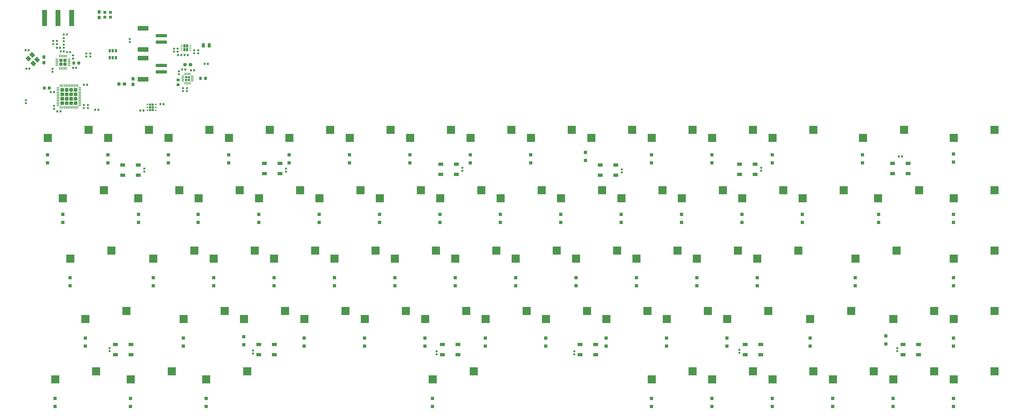
<source format=gbr>
G04 #@! TF.GenerationSoftware,KiCad,Pcbnew,(5.1.5)-3*
G04 #@! TF.CreationDate,2020-05-24T16:48:28-06:00*
G04 #@! TF.ProjectId,keeb,6b656562-2e6b-4696-9361-645f70636258,rev?*
G04 #@! TF.SameCoordinates,Original*
G04 #@! TF.FileFunction,Paste,Bot*
G04 #@! TF.FilePolarity,Positive*
%FSLAX46Y46*%
G04 Gerber Fmt 4.6, Leading zero omitted, Abs format (unit mm)*
G04 Created by KiCad (PCBNEW (5.1.5)-3) date 2020-05-24 16:48:28*
%MOMM*%
%LPD*%
G04 APERTURE LIST*
%ADD10C,0.150000*%
%ADD11R,1.500000X1.000000*%
%ADD12R,2.550000X2.500000*%
%ADD13R,1.500000X5.080000*%
%ADD14R,0.650000X1.060000*%
%ADD15R,1.000000X1.000000*%
%ADD16R,0.700000X0.250000*%
%ADD17R,0.640000X1.000000*%
%ADD18R,0.630000X0.450000*%
%ADD19R,0.660000X0.730000*%
G04 APERTURE END LIST*
D10*
G04 #@! TO.C,U2*
G36*
X56411626Y-58787301D02*
G01*
X56417693Y-58788201D01*
X56423643Y-58789691D01*
X56429418Y-58791758D01*
X56434962Y-58794380D01*
X56440223Y-58797533D01*
X56445150Y-58801187D01*
X56449694Y-58805306D01*
X56453813Y-58809850D01*
X56457467Y-58814777D01*
X56460620Y-58820038D01*
X56463242Y-58825582D01*
X56465309Y-58831357D01*
X56466799Y-58837307D01*
X56467699Y-58843374D01*
X56468000Y-58849500D01*
X56468000Y-58974500D01*
X56467699Y-58980626D01*
X56466799Y-58986693D01*
X56465309Y-58992643D01*
X56463242Y-58998418D01*
X56460620Y-59003962D01*
X56457467Y-59009223D01*
X56453813Y-59014150D01*
X56449694Y-59018694D01*
X56445150Y-59022813D01*
X56440223Y-59026467D01*
X56434962Y-59029620D01*
X56429418Y-59032242D01*
X56423643Y-59034309D01*
X56417693Y-59035799D01*
X56411626Y-59036699D01*
X56405500Y-59037000D01*
X55705500Y-59037000D01*
X55699374Y-59036699D01*
X55693307Y-59035799D01*
X55687357Y-59034309D01*
X55681582Y-59032242D01*
X55676038Y-59029620D01*
X55670777Y-59026467D01*
X55665850Y-59022813D01*
X55661306Y-59018694D01*
X55657187Y-59014150D01*
X55653533Y-59009223D01*
X55650380Y-59003962D01*
X55647758Y-58998418D01*
X55645691Y-58992643D01*
X55644201Y-58986693D01*
X55643301Y-58980626D01*
X55643000Y-58974500D01*
X55643000Y-58849500D01*
X55643301Y-58843374D01*
X55644201Y-58837307D01*
X55645691Y-58831357D01*
X55647758Y-58825582D01*
X55650380Y-58820038D01*
X55653533Y-58814777D01*
X55657187Y-58809850D01*
X55661306Y-58805306D01*
X55665850Y-58801187D01*
X55670777Y-58797533D01*
X55676038Y-58794380D01*
X55681582Y-58791758D01*
X55687357Y-58789691D01*
X55693307Y-58788201D01*
X55699374Y-58787301D01*
X55705500Y-58787000D01*
X56405500Y-58787000D01*
X56411626Y-58787301D01*
G37*
G36*
X56411626Y-58287301D02*
G01*
X56417693Y-58288201D01*
X56423643Y-58289691D01*
X56429418Y-58291758D01*
X56434962Y-58294380D01*
X56440223Y-58297533D01*
X56445150Y-58301187D01*
X56449694Y-58305306D01*
X56453813Y-58309850D01*
X56457467Y-58314777D01*
X56460620Y-58320038D01*
X56463242Y-58325582D01*
X56465309Y-58331357D01*
X56466799Y-58337307D01*
X56467699Y-58343374D01*
X56468000Y-58349500D01*
X56468000Y-58474500D01*
X56467699Y-58480626D01*
X56466799Y-58486693D01*
X56465309Y-58492643D01*
X56463242Y-58498418D01*
X56460620Y-58503962D01*
X56457467Y-58509223D01*
X56453813Y-58514150D01*
X56449694Y-58518694D01*
X56445150Y-58522813D01*
X56440223Y-58526467D01*
X56434962Y-58529620D01*
X56429418Y-58532242D01*
X56423643Y-58534309D01*
X56417693Y-58535799D01*
X56411626Y-58536699D01*
X56405500Y-58537000D01*
X55705500Y-58537000D01*
X55699374Y-58536699D01*
X55693307Y-58535799D01*
X55687357Y-58534309D01*
X55681582Y-58532242D01*
X55676038Y-58529620D01*
X55670777Y-58526467D01*
X55665850Y-58522813D01*
X55661306Y-58518694D01*
X55657187Y-58514150D01*
X55653533Y-58509223D01*
X55650380Y-58503962D01*
X55647758Y-58498418D01*
X55645691Y-58492643D01*
X55644201Y-58486693D01*
X55643301Y-58480626D01*
X55643000Y-58474500D01*
X55643000Y-58349500D01*
X55643301Y-58343374D01*
X55644201Y-58337307D01*
X55645691Y-58331357D01*
X55647758Y-58325582D01*
X55650380Y-58320038D01*
X55653533Y-58314777D01*
X55657187Y-58309850D01*
X55661306Y-58305306D01*
X55665850Y-58301187D01*
X55670777Y-58297533D01*
X55676038Y-58294380D01*
X55681582Y-58291758D01*
X55687357Y-58289691D01*
X55693307Y-58288201D01*
X55699374Y-58287301D01*
X55705500Y-58287000D01*
X56405500Y-58287000D01*
X56411626Y-58287301D01*
G37*
G36*
X56411626Y-57787301D02*
G01*
X56417693Y-57788201D01*
X56423643Y-57789691D01*
X56429418Y-57791758D01*
X56434962Y-57794380D01*
X56440223Y-57797533D01*
X56445150Y-57801187D01*
X56449694Y-57805306D01*
X56453813Y-57809850D01*
X56457467Y-57814777D01*
X56460620Y-57820038D01*
X56463242Y-57825582D01*
X56465309Y-57831357D01*
X56466799Y-57837307D01*
X56467699Y-57843374D01*
X56468000Y-57849500D01*
X56468000Y-57974500D01*
X56467699Y-57980626D01*
X56466799Y-57986693D01*
X56465309Y-57992643D01*
X56463242Y-57998418D01*
X56460620Y-58003962D01*
X56457467Y-58009223D01*
X56453813Y-58014150D01*
X56449694Y-58018694D01*
X56445150Y-58022813D01*
X56440223Y-58026467D01*
X56434962Y-58029620D01*
X56429418Y-58032242D01*
X56423643Y-58034309D01*
X56417693Y-58035799D01*
X56411626Y-58036699D01*
X56405500Y-58037000D01*
X55705500Y-58037000D01*
X55699374Y-58036699D01*
X55693307Y-58035799D01*
X55687357Y-58034309D01*
X55681582Y-58032242D01*
X55676038Y-58029620D01*
X55670777Y-58026467D01*
X55665850Y-58022813D01*
X55661306Y-58018694D01*
X55657187Y-58014150D01*
X55653533Y-58009223D01*
X55650380Y-58003962D01*
X55647758Y-57998418D01*
X55645691Y-57992643D01*
X55644201Y-57986693D01*
X55643301Y-57980626D01*
X55643000Y-57974500D01*
X55643000Y-57849500D01*
X55643301Y-57843374D01*
X55644201Y-57837307D01*
X55645691Y-57831357D01*
X55647758Y-57825582D01*
X55650380Y-57820038D01*
X55653533Y-57814777D01*
X55657187Y-57809850D01*
X55661306Y-57805306D01*
X55665850Y-57801187D01*
X55670777Y-57797533D01*
X55676038Y-57794380D01*
X55681582Y-57791758D01*
X55687357Y-57789691D01*
X55693307Y-57788201D01*
X55699374Y-57787301D01*
X55705500Y-57787000D01*
X56405500Y-57787000D01*
X56411626Y-57787301D01*
G37*
G36*
X56411626Y-57287301D02*
G01*
X56417693Y-57288201D01*
X56423643Y-57289691D01*
X56429418Y-57291758D01*
X56434962Y-57294380D01*
X56440223Y-57297533D01*
X56445150Y-57301187D01*
X56449694Y-57305306D01*
X56453813Y-57309850D01*
X56457467Y-57314777D01*
X56460620Y-57320038D01*
X56463242Y-57325582D01*
X56465309Y-57331357D01*
X56466799Y-57337307D01*
X56467699Y-57343374D01*
X56468000Y-57349500D01*
X56468000Y-57474500D01*
X56467699Y-57480626D01*
X56466799Y-57486693D01*
X56465309Y-57492643D01*
X56463242Y-57498418D01*
X56460620Y-57503962D01*
X56457467Y-57509223D01*
X56453813Y-57514150D01*
X56449694Y-57518694D01*
X56445150Y-57522813D01*
X56440223Y-57526467D01*
X56434962Y-57529620D01*
X56429418Y-57532242D01*
X56423643Y-57534309D01*
X56417693Y-57535799D01*
X56411626Y-57536699D01*
X56405500Y-57537000D01*
X55705500Y-57537000D01*
X55699374Y-57536699D01*
X55693307Y-57535799D01*
X55687357Y-57534309D01*
X55681582Y-57532242D01*
X55676038Y-57529620D01*
X55670777Y-57526467D01*
X55665850Y-57522813D01*
X55661306Y-57518694D01*
X55657187Y-57514150D01*
X55653533Y-57509223D01*
X55650380Y-57503962D01*
X55647758Y-57498418D01*
X55645691Y-57492643D01*
X55644201Y-57486693D01*
X55643301Y-57480626D01*
X55643000Y-57474500D01*
X55643000Y-57349500D01*
X55643301Y-57343374D01*
X55644201Y-57337307D01*
X55645691Y-57331357D01*
X55647758Y-57325582D01*
X55650380Y-57320038D01*
X55653533Y-57314777D01*
X55657187Y-57309850D01*
X55661306Y-57305306D01*
X55665850Y-57301187D01*
X55670777Y-57297533D01*
X55676038Y-57294380D01*
X55681582Y-57291758D01*
X55687357Y-57289691D01*
X55693307Y-57288201D01*
X55699374Y-57287301D01*
X55705500Y-57287000D01*
X56405500Y-57287000D01*
X56411626Y-57287301D01*
G37*
G36*
X56411626Y-56787301D02*
G01*
X56417693Y-56788201D01*
X56423643Y-56789691D01*
X56429418Y-56791758D01*
X56434962Y-56794380D01*
X56440223Y-56797533D01*
X56445150Y-56801187D01*
X56449694Y-56805306D01*
X56453813Y-56809850D01*
X56457467Y-56814777D01*
X56460620Y-56820038D01*
X56463242Y-56825582D01*
X56465309Y-56831357D01*
X56466799Y-56837307D01*
X56467699Y-56843374D01*
X56468000Y-56849500D01*
X56468000Y-56974500D01*
X56467699Y-56980626D01*
X56466799Y-56986693D01*
X56465309Y-56992643D01*
X56463242Y-56998418D01*
X56460620Y-57003962D01*
X56457467Y-57009223D01*
X56453813Y-57014150D01*
X56449694Y-57018694D01*
X56445150Y-57022813D01*
X56440223Y-57026467D01*
X56434962Y-57029620D01*
X56429418Y-57032242D01*
X56423643Y-57034309D01*
X56417693Y-57035799D01*
X56411626Y-57036699D01*
X56405500Y-57037000D01*
X55705500Y-57037000D01*
X55699374Y-57036699D01*
X55693307Y-57035799D01*
X55687357Y-57034309D01*
X55681582Y-57032242D01*
X55676038Y-57029620D01*
X55670777Y-57026467D01*
X55665850Y-57022813D01*
X55661306Y-57018694D01*
X55657187Y-57014150D01*
X55653533Y-57009223D01*
X55650380Y-57003962D01*
X55647758Y-56998418D01*
X55645691Y-56992643D01*
X55644201Y-56986693D01*
X55643301Y-56980626D01*
X55643000Y-56974500D01*
X55643000Y-56849500D01*
X55643301Y-56843374D01*
X55644201Y-56837307D01*
X55645691Y-56831357D01*
X55647758Y-56825582D01*
X55650380Y-56820038D01*
X55653533Y-56814777D01*
X55657187Y-56809850D01*
X55661306Y-56805306D01*
X55665850Y-56801187D01*
X55670777Y-56797533D01*
X55676038Y-56794380D01*
X55681582Y-56791758D01*
X55687357Y-56789691D01*
X55693307Y-56788201D01*
X55699374Y-56787301D01*
X55705500Y-56787000D01*
X56405500Y-56787000D01*
X56411626Y-56787301D01*
G37*
G36*
X55186626Y-55562301D02*
G01*
X55192693Y-55563201D01*
X55198643Y-55564691D01*
X55204418Y-55566758D01*
X55209962Y-55569380D01*
X55215223Y-55572533D01*
X55220150Y-55576187D01*
X55224694Y-55580306D01*
X55228813Y-55584850D01*
X55232467Y-55589777D01*
X55235620Y-55595038D01*
X55238242Y-55600582D01*
X55240309Y-55606357D01*
X55241799Y-55612307D01*
X55242699Y-55618374D01*
X55243000Y-55624500D01*
X55243000Y-56324500D01*
X55242699Y-56330626D01*
X55241799Y-56336693D01*
X55240309Y-56342643D01*
X55238242Y-56348418D01*
X55235620Y-56353962D01*
X55232467Y-56359223D01*
X55228813Y-56364150D01*
X55224694Y-56368694D01*
X55220150Y-56372813D01*
X55215223Y-56376467D01*
X55209962Y-56379620D01*
X55204418Y-56382242D01*
X55198643Y-56384309D01*
X55192693Y-56385799D01*
X55186626Y-56386699D01*
X55180500Y-56387000D01*
X55055500Y-56387000D01*
X55049374Y-56386699D01*
X55043307Y-56385799D01*
X55037357Y-56384309D01*
X55031582Y-56382242D01*
X55026038Y-56379620D01*
X55020777Y-56376467D01*
X55015850Y-56372813D01*
X55011306Y-56368694D01*
X55007187Y-56364150D01*
X55003533Y-56359223D01*
X55000380Y-56353962D01*
X54997758Y-56348418D01*
X54995691Y-56342643D01*
X54994201Y-56336693D01*
X54993301Y-56330626D01*
X54993000Y-56324500D01*
X54993000Y-55624500D01*
X54993301Y-55618374D01*
X54994201Y-55612307D01*
X54995691Y-55606357D01*
X54997758Y-55600582D01*
X55000380Y-55595038D01*
X55003533Y-55589777D01*
X55007187Y-55584850D01*
X55011306Y-55580306D01*
X55015850Y-55576187D01*
X55020777Y-55572533D01*
X55026038Y-55569380D01*
X55031582Y-55566758D01*
X55037357Y-55564691D01*
X55043307Y-55563201D01*
X55049374Y-55562301D01*
X55055500Y-55562000D01*
X55180500Y-55562000D01*
X55186626Y-55562301D01*
G37*
G36*
X54686626Y-55562301D02*
G01*
X54692693Y-55563201D01*
X54698643Y-55564691D01*
X54704418Y-55566758D01*
X54709962Y-55569380D01*
X54715223Y-55572533D01*
X54720150Y-55576187D01*
X54724694Y-55580306D01*
X54728813Y-55584850D01*
X54732467Y-55589777D01*
X54735620Y-55595038D01*
X54738242Y-55600582D01*
X54740309Y-55606357D01*
X54741799Y-55612307D01*
X54742699Y-55618374D01*
X54743000Y-55624500D01*
X54743000Y-56324500D01*
X54742699Y-56330626D01*
X54741799Y-56336693D01*
X54740309Y-56342643D01*
X54738242Y-56348418D01*
X54735620Y-56353962D01*
X54732467Y-56359223D01*
X54728813Y-56364150D01*
X54724694Y-56368694D01*
X54720150Y-56372813D01*
X54715223Y-56376467D01*
X54709962Y-56379620D01*
X54704418Y-56382242D01*
X54698643Y-56384309D01*
X54692693Y-56385799D01*
X54686626Y-56386699D01*
X54680500Y-56387000D01*
X54555500Y-56387000D01*
X54549374Y-56386699D01*
X54543307Y-56385799D01*
X54537357Y-56384309D01*
X54531582Y-56382242D01*
X54526038Y-56379620D01*
X54520777Y-56376467D01*
X54515850Y-56372813D01*
X54511306Y-56368694D01*
X54507187Y-56364150D01*
X54503533Y-56359223D01*
X54500380Y-56353962D01*
X54497758Y-56348418D01*
X54495691Y-56342643D01*
X54494201Y-56336693D01*
X54493301Y-56330626D01*
X54493000Y-56324500D01*
X54493000Y-55624500D01*
X54493301Y-55618374D01*
X54494201Y-55612307D01*
X54495691Y-55606357D01*
X54497758Y-55600582D01*
X54500380Y-55595038D01*
X54503533Y-55589777D01*
X54507187Y-55584850D01*
X54511306Y-55580306D01*
X54515850Y-55576187D01*
X54520777Y-55572533D01*
X54526038Y-55569380D01*
X54531582Y-55566758D01*
X54537357Y-55564691D01*
X54543307Y-55563201D01*
X54549374Y-55562301D01*
X54555500Y-55562000D01*
X54680500Y-55562000D01*
X54686626Y-55562301D01*
G37*
G36*
X54186626Y-55562301D02*
G01*
X54192693Y-55563201D01*
X54198643Y-55564691D01*
X54204418Y-55566758D01*
X54209962Y-55569380D01*
X54215223Y-55572533D01*
X54220150Y-55576187D01*
X54224694Y-55580306D01*
X54228813Y-55584850D01*
X54232467Y-55589777D01*
X54235620Y-55595038D01*
X54238242Y-55600582D01*
X54240309Y-55606357D01*
X54241799Y-55612307D01*
X54242699Y-55618374D01*
X54243000Y-55624500D01*
X54243000Y-56324500D01*
X54242699Y-56330626D01*
X54241799Y-56336693D01*
X54240309Y-56342643D01*
X54238242Y-56348418D01*
X54235620Y-56353962D01*
X54232467Y-56359223D01*
X54228813Y-56364150D01*
X54224694Y-56368694D01*
X54220150Y-56372813D01*
X54215223Y-56376467D01*
X54209962Y-56379620D01*
X54204418Y-56382242D01*
X54198643Y-56384309D01*
X54192693Y-56385799D01*
X54186626Y-56386699D01*
X54180500Y-56387000D01*
X54055500Y-56387000D01*
X54049374Y-56386699D01*
X54043307Y-56385799D01*
X54037357Y-56384309D01*
X54031582Y-56382242D01*
X54026038Y-56379620D01*
X54020777Y-56376467D01*
X54015850Y-56372813D01*
X54011306Y-56368694D01*
X54007187Y-56364150D01*
X54003533Y-56359223D01*
X54000380Y-56353962D01*
X53997758Y-56348418D01*
X53995691Y-56342643D01*
X53994201Y-56336693D01*
X53993301Y-56330626D01*
X53993000Y-56324500D01*
X53993000Y-55624500D01*
X53993301Y-55618374D01*
X53994201Y-55612307D01*
X53995691Y-55606357D01*
X53997758Y-55600582D01*
X54000380Y-55595038D01*
X54003533Y-55589777D01*
X54007187Y-55584850D01*
X54011306Y-55580306D01*
X54015850Y-55576187D01*
X54020777Y-55572533D01*
X54026038Y-55569380D01*
X54031582Y-55566758D01*
X54037357Y-55564691D01*
X54043307Y-55563201D01*
X54049374Y-55562301D01*
X54055500Y-55562000D01*
X54180500Y-55562000D01*
X54186626Y-55562301D01*
G37*
G36*
X53686626Y-55562301D02*
G01*
X53692693Y-55563201D01*
X53698643Y-55564691D01*
X53704418Y-55566758D01*
X53709962Y-55569380D01*
X53715223Y-55572533D01*
X53720150Y-55576187D01*
X53724694Y-55580306D01*
X53728813Y-55584850D01*
X53732467Y-55589777D01*
X53735620Y-55595038D01*
X53738242Y-55600582D01*
X53740309Y-55606357D01*
X53741799Y-55612307D01*
X53742699Y-55618374D01*
X53743000Y-55624500D01*
X53743000Y-56324500D01*
X53742699Y-56330626D01*
X53741799Y-56336693D01*
X53740309Y-56342643D01*
X53738242Y-56348418D01*
X53735620Y-56353962D01*
X53732467Y-56359223D01*
X53728813Y-56364150D01*
X53724694Y-56368694D01*
X53720150Y-56372813D01*
X53715223Y-56376467D01*
X53709962Y-56379620D01*
X53704418Y-56382242D01*
X53698643Y-56384309D01*
X53692693Y-56385799D01*
X53686626Y-56386699D01*
X53680500Y-56387000D01*
X53555500Y-56387000D01*
X53549374Y-56386699D01*
X53543307Y-56385799D01*
X53537357Y-56384309D01*
X53531582Y-56382242D01*
X53526038Y-56379620D01*
X53520777Y-56376467D01*
X53515850Y-56372813D01*
X53511306Y-56368694D01*
X53507187Y-56364150D01*
X53503533Y-56359223D01*
X53500380Y-56353962D01*
X53497758Y-56348418D01*
X53495691Y-56342643D01*
X53494201Y-56336693D01*
X53493301Y-56330626D01*
X53493000Y-56324500D01*
X53493000Y-55624500D01*
X53493301Y-55618374D01*
X53494201Y-55612307D01*
X53495691Y-55606357D01*
X53497758Y-55600582D01*
X53500380Y-55595038D01*
X53503533Y-55589777D01*
X53507187Y-55584850D01*
X53511306Y-55580306D01*
X53515850Y-55576187D01*
X53520777Y-55572533D01*
X53526038Y-55569380D01*
X53531582Y-55566758D01*
X53537357Y-55564691D01*
X53543307Y-55563201D01*
X53549374Y-55562301D01*
X53555500Y-55562000D01*
X53680500Y-55562000D01*
X53686626Y-55562301D01*
G37*
G36*
X53186626Y-55562301D02*
G01*
X53192693Y-55563201D01*
X53198643Y-55564691D01*
X53204418Y-55566758D01*
X53209962Y-55569380D01*
X53215223Y-55572533D01*
X53220150Y-55576187D01*
X53224694Y-55580306D01*
X53228813Y-55584850D01*
X53232467Y-55589777D01*
X53235620Y-55595038D01*
X53238242Y-55600582D01*
X53240309Y-55606357D01*
X53241799Y-55612307D01*
X53242699Y-55618374D01*
X53243000Y-55624500D01*
X53243000Y-56324500D01*
X53242699Y-56330626D01*
X53241799Y-56336693D01*
X53240309Y-56342643D01*
X53238242Y-56348418D01*
X53235620Y-56353962D01*
X53232467Y-56359223D01*
X53228813Y-56364150D01*
X53224694Y-56368694D01*
X53220150Y-56372813D01*
X53215223Y-56376467D01*
X53209962Y-56379620D01*
X53204418Y-56382242D01*
X53198643Y-56384309D01*
X53192693Y-56385799D01*
X53186626Y-56386699D01*
X53180500Y-56387000D01*
X53055500Y-56387000D01*
X53049374Y-56386699D01*
X53043307Y-56385799D01*
X53037357Y-56384309D01*
X53031582Y-56382242D01*
X53026038Y-56379620D01*
X53020777Y-56376467D01*
X53015850Y-56372813D01*
X53011306Y-56368694D01*
X53007187Y-56364150D01*
X53003533Y-56359223D01*
X53000380Y-56353962D01*
X52997758Y-56348418D01*
X52995691Y-56342643D01*
X52994201Y-56336693D01*
X52993301Y-56330626D01*
X52993000Y-56324500D01*
X52993000Y-55624500D01*
X52993301Y-55618374D01*
X52994201Y-55612307D01*
X52995691Y-55606357D01*
X52997758Y-55600582D01*
X53000380Y-55595038D01*
X53003533Y-55589777D01*
X53007187Y-55584850D01*
X53011306Y-55580306D01*
X53015850Y-55576187D01*
X53020777Y-55572533D01*
X53026038Y-55569380D01*
X53031582Y-55566758D01*
X53037357Y-55564691D01*
X53043307Y-55563201D01*
X53049374Y-55562301D01*
X53055500Y-55562000D01*
X53180500Y-55562000D01*
X53186626Y-55562301D01*
G37*
G36*
X52536626Y-56787301D02*
G01*
X52542693Y-56788201D01*
X52548643Y-56789691D01*
X52554418Y-56791758D01*
X52559962Y-56794380D01*
X52565223Y-56797533D01*
X52570150Y-56801187D01*
X52574694Y-56805306D01*
X52578813Y-56809850D01*
X52582467Y-56814777D01*
X52585620Y-56820038D01*
X52588242Y-56825582D01*
X52590309Y-56831357D01*
X52591799Y-56837307D01*
X52592699Y-56843374D01*
X52593000Y-56849500D01*
X52593000Y-56974500D01*
X52592699Y-56980626D01*
X52591799Y-56986693D01*
X52590309Y-56992643D01*
X52588242Y-56998418D01*
X52585620Y-57003962D01*
X52582467Y-57009223D01*
X52578813Y-57014150D01*
X52574694Y-57018694D01*
X52570150Y-57022813D01*
X52565223Y-57026467D01*
X52559962Y-57029620D01*
X52554418Y-57032242D01*
X52548643Y-57034309D01*
X52542693Y-57035799D01*
X52536626Y-57036699D01*
X52530500Y-57037000D01*
X51830500Y-57037000D01*
X51824374Y-57036699D01*
X51818307Y-57035799D01*
X51812357Y-57034309D01*
X51806582Y-57032242D01*
X51801038Y-57029620D01*
X51795777Y-57026467D01*
X51790850Y-57022813D01*
X51786306Y-57018694D01*
X51782187Y-57014150D01*
X51778533Y-57009223D01*
X51775380Y-57003962D01*
X51772758Y-56998418D01*
X51770691Y-56992643D01*
X51769201Y-56986693D01*
X51768301Y-56980626D01*
X51768000Y-56974500D01*
X51768000Y-56849500D01*
X51768301Y-56843374D01*
X51769201Y-56837307D01*
X51770691Y-56831357D01*
X51772758Y-56825582D01*
X51775380Y-56820038D01*
X51778533Y-56814777D01*
X51782187Y-56809850D01*
X51786306Y-56805306D01*
X51790850Y-56801187D01*
X51795777Y-56797533D01*
X51801038Y-56794380D01*
X51806582Y-56791758D01*
X51812357Y-56789691D01*
X51818307Y-56788201D01*
X51824374Y-56787301D01*
X51830500Y-56787000D01*
X52530500Y-56787000D01*
X52536626Y-56787301D01*
G37*
G36*
X52536626Y-57287301D02*
G01*
X52542693Y-57288201D01*
X52548643Y-57289691D01*
X52554418Y-57291758D01*
X52559962Y-57294380D01*
X52565223Y-57297533D01*
X52570150Y-57301187D01*
X52574694Y-57305306D01*
X52578813Y-57309850D01*
X52582467Y-57314777D01*
X52585620Y-57320038D01*
X52588242Y-57325582D01*
X52590309Y-57331357D01*
X52591799Y-57337307D01*
X52592699Y-57343374D01*
X52593000Y-57349500D01*
X52593000Y-57474500D01*
X52592699Y-57480626D01*
X52591799Y-57486693D01*
X52590309Y-57492643D01*
X52588242Y-57498418D01*
X52585620Y-57503962D01*
X52582467Y-57509223D01*
X52578813Y-57514150D01*
X52574694Y-57518694D01*
X52570150Y-57522813D01*
X52565223Y-57526467D01*
X52559962Y-57529620D01*
X52554418Y-57532242D01*
X52548643Y-57534309D01*
X52542693Y-57535799D01*
X52536626Y-57536699D01*
X52530500Y-57537000D01*
X51830500Y-57537000D01*
X51824374Y-57536699D01*
X51818307Y-57535799D01*
X51812357Y-57534309D01*
X51806582Y-57532242D01*
X51801038Y-57529620D01*
X51795777Y-57526467D01*
X51790850Y-57522813D01*
X51786306Y-57518694D01*
X51782187Y-57514150D01*
X51778533Y-57509223D01*
X51775380Y-57503962D01*
X51772758Y-57498418D01*
X51770691Y-57492643D01*
X51769201Y-57486693D01*
X51768301Y-57480626D01*
X51768000Y-57474500D01*
X51768000Y-57349500D01*
X51768301Y-57343374D01*
X51769201Y-57337307D01*
X51770691Y-57331357D01*
X51772758Y-57325582D01*
X51775380Y-57320038D01*
X51778533Y-57314777D01*
X51782187Y-57309850D01*
X51786306Y-57305306D01*
X51790850Y-57301187D01*
X51795777Y-57297533D01*
X51801038Y-57294380D01*
X51806582Y-57291758D01*
X51812357Y-57289691D01*
X51818307Y-57288201D01*
X51824374Y-57287301D01*
X51830500Y-57287000D01*
X52530500Y-57287000D01*
X52536626Y-57287301D01*
G37*
G36*
X52536626Y-57787301D02*
G01*
X52542693Y-57788201D01*
X52548643Y-57789691D01*
X52554418Y-57791758D01*
X52559962Y-57794380D01*
X52565223Y-57797533D01*
X52570150Y-57801187D01*
X52574694Y-57805306D01*
X52578813Y-57809850D01*
X52582467Y-57814777D01*
X52585620Y-57820038D01*
X52588242Y-57825582D01*
X52590309Y-57831357D01*
X52591799Y-57837307D01*
X52592699Y-57843374D01*
X52593000Y-57849500D01*
X52593000Y-57974500D01*
X52592699Y-57980626D01*
X52591799Y-57986693D01*
X52590309Y-57992643D01*
X52588242Y-57998418D01*
X52585620Y-58003962D01*
X52582467Y-58009223D01*
X52578813Y-58014150D01*
X52574694Y-58018694D01*
X52570150Y-58022813D01*
X52565223Y-58026467D01*
X52559962Y-58029620D01*
X52554418Y-58032242D01*
X52548643Y-58034309D01*
X52542693Y-58035799D01*
X52536626Y-58036699D01*
X52530500Y-58037000D01*
X51830500Y-58037000D01*
X51824374Y-58036699D01*
X51818307Y-58035799D01*
X51812357Y-58034309D01*
X51806582Y-58032242D01*
X51801038Y-58029620D01*
X51795777Y-58026467D01*
X51790850Y-58022813D01*
X51786306Y-58018694D01*
X51782187Y-58014150D01*
X51778533Y-58009223D01*
X51775380Y-58003962D01*
X51772758Y-57998418D01*
X51770691Y-57992643D01*
X51769201Y-57986693D01*
X51768301Y-57980626D01*
X51768000Y-57974500D01*
X51768000Y-57849500D01*
X51768301Y-57843374D01*
X51769201Y-57837307D01*
X51770691Y-57831357D01*
X51772758Y-57825582D01*
X51775380Y-57820038D01*
X51778533Y-57814777D01*
X51782187Y-57809850D01*
X51786306Y-57805306D01*
X51790850Y-57801187D01*
X51795777Y-57797533D01*
X51801038Y-57794380D01*
X51806582Y-57791758D01*
X51812357Y-57789691D01*
X51818307Y-57788201D01*
X51824374Y-57787301D01*
X51830500Y-57787000D01*
X52530500Y-57787000D01*
X52536626Y-57787301D01*
G37*
G36*
X52536626Y-58287301D02*
G01*
X52542693Y-58288201D01*
X52548643Y-58289691D01*
X52554418Y-58291758D01*
X52559962Y-58294380D01*
X52565223Y-58297533D01*
X52570150Y-58301187D01*
X52574694Y-58305306D01*
X52578813Y-58309850D01*
X52582467Y-58314777D01*
X52585620Y-58320038D01*
X52588242Y-58325582D01*
X52590309Y-58331357D01*
X52591799Y-58337307D01*
X52592699Y-58343374D01*
X52593000Y-58349500D01*
X52593000Y-58474500D01*
X52592699Y-58480626D01*
X52591799Y-58486693D01*
X52590309Y-58492643D01*
X52588242Y-58498418D01*
X52585620Y-58503962D01*
X52582467Y-58509223D01*
X52578813Y-58514150D01*
X52574694Y-58518694D01*
X52570150Y-58522813D01*
X52565223Y-58526467D01*
X52559962Y-58529620D01*
X52554418Y-58532242D01*
X52548643Y-58534309D01*
X52542693Y-58535799D01*
X52536626Y-58536699D01*
X52530500Y-58537000D01*
X51830500Y-58537000D01*
X51824374Y-58536699D01*
X51818307Y-58535799D01*
X51812357Y-58534309D01*
X51806582Y-58532242D01*
X51801038Y-58529620D01*
X51795777Y-58526467D01*
X51790850Y-58522813D01*
X51786306Y-58518694D01*
X51782187Y-58514150D01*
X51778533Y-58509223D01*
X51775380Y-58503962D01*
X51772758Y-58498418D01*
X51770691Y-58492643D01*
X51769201Y-58486693D01*
X51768301Y-58480626D01*
X51768000Y-58474500D01*
X51768000Y-58349500D01*
X51768301Y-58343374D01*
X51769201Y-58337307D01*
X51770691Y-58331357D01*
X51772758Y-58325582D01*
X51775380Y-58320038D01*
X51778533Y-58314777D01*
X51782187Y-58309850D01*
X51786306Y-58305306D01*
X51790850Y-58301187D01*
X51795777Y-58297533D01*
X51801038Y-58294380D01*
X51806582Y-58291758D01*
X51812357Y-58289691D01*
X51818307Y-58288201D01*
X51824374Y-58287301D01*
X51830500Y-58287000D01*
X52530500Y-58287000D01*
X52536626Y-58287301D01*
G37*
G36*
X52536626Y-58787301D02*
G01*
X52542693Y-58788201D01*
X52548643Y-58789691D01*
X52554418Y-58791758D01*
X52559962Y-58794380D01*
X52565223Y-58797533D01*
X52570150Y-58801187D01*
X52574694Y-58805306D01*
X52578813Y-58809850D01*
X52582467Y-58814777D01*
X52585620Y-58820038D01*
X52588242Y-58825582D01*
X52590309Y-58831357D01*
X52591799Y-58837307D01*
X52592699Y-58843374D01*
X52593000Y-58849500D01*
X52593000Y-58974500D01*
X52592699Y-58980626D01*
X52591799Y-58986693D01*
X52590309Y-58992643D01*
X52588242Y-58998418D01*
X52585620Y-59003962D01*
X52582467Y-59009223D01*
X52578813Y-59014150D01*
X52574694Y-59018694D01*
X52570150Y-59022813D01*
X52565223Y-59026467D01*
X52559962Y-59029620D01*
X52554418Y-59032242D01*
X52548643Y-59034309D01*
X52542693Y-59035799D01*
X52536626Y-59036699D01*
X52530500Y-59037000D01*
X51830500Y-59037000D01*
X51824374Y-59036699D01*
X51818307Y-59035799D01*
X51812357Y-59034309D01*
X51806582Y-59032242D01*
X51801038Y-59029620D01*
X51795777Y-59026467D01*
X51790850Y-59022813D01*
X51786306Y-59018694D01*
X51782187Y-59014150D01*
X51778533Y-59009223D01*
X51775380Y-59003962D01*
X51772758Y-58998418D01*
X51770691Y-58992643D01*
X51769201Y-58986693D01*
X51768301Y-58980626D01*
X51768000Y-58974500D01*
X51768000Y-58849500D01*
X51768301Y-58843374D01*
X51769201Y-58837307D01*
X51770691Y-58831357D01*
X51772758Y-58825582D01*
X51775380Y-58820038D01*
X51778533Y-58814777D01*
X51782187Y-58809850D01*
X51786306Y-58805306D01*
X51790850Y-58801187D01*
X51795777Y-58797533D01*
X51801038Y-58794380D01*
X51806582Y-58791758D01*
X51812357Y-58789691D01*
X51818307Y-58788201D01*
X51824374Y-58787301D01*
X51830500Y-58787000D01*
X52530500Y-58787000D01*
X52536626Y-58787301D01*
G37*
G36*
X53186626Y-59437301D02*
G01*
X53192693Y-59438201D01*
X53198643Y-59439691D01*
X53204418Y-59441758D01*
X53209962Y-59444380D01*
X53215223Y-59447533D01*
X53220150Y-59451187D01*
X53224694Y-59455306D01*
X53228813Y-59459850D01*
X53232467Y-59464777D01*
X53235620Y-59470038D01*
X53238242Y-59475582D01*
X53240309Y-59481357D01*
X53241799Y-59487307D01*
X53242699Y-59493374D01*
X53243000Y-59499500D01*
X53243000Y-60199500D01*
X53242699Y-60205626D01*
X53241799Y-60211693D01*
X53240309Y-60217643D01*
X53238242Y-60223418D01*
X53235620Y-60228962D01*
X53232467Y-60234223D01*
X53228813Y-60239150D01*
X53224694Y-60243694D01*
X53220150Y-60247813D01*
X53215223Y-60251467D01*
X53209962Y-60254620D01*
X53204418Y-60257242D01*
X53198643Y-60259309D01*
X53192693Y-60260799D01*
X53186626Y-60261699D01*
X53180500Y-60262000D01*
X53055500Y-60262000D01*
X53049374Y-60261699D01*
X53043307Y-60260799D01*
X53037357Y-60259309D01*
X53031582Y-60257242D01*
X53026038Y-60254620D01*
X53020777Y-60251467D01*
X53015850Y-60247813D01*
X53011306Y-60243694D01*
X53007187Y-60239150D01*
X53003533Y-60234223D01*
X53000380Y-60228962D01*
X52997758Y-60223418D01*
X52995691Y-60217643D01*
X52994201Y-60211693D01*
X52993301Y-60205626D01*
X52993000Y-60199500D01*
X52993000Y-59499500D01*
X52993301Y-59493374D01*
X52994201Y-59487307D01*
X52995691Y-59481357D01*
X52997758Y-59475582D01*
X53000380Y-59470038D01*
X53003533Y-59464777D01*
X53007187Y-59459850D01*
X53011306Y-59455306D01*
X53015850Y-59451187D01*
X53020777Y-59447533D01*
X53026038Y-59444380D01*
X53031582Y-59441758D01*
X53037357Y-59439691D01*
X53043307Y-59438201D01*
X53049374Y-59437301D01*
X53055500Y-59437000D01*
X53180500Y-59437000D01*
X53186626Y-59437301D01*
G37*
G36*
X53686626Y-59437301D02*
G01*
X53692693Y-59438201D01*
X53698643Y-59439691D01*
X53704418Y-59441758D01*
X53709962Y-59444380D01*
X53715223Y-59447533D01*
X53720150Y-59451187D01*
X53724694Y-59455306D01*
X53728813Y-59459850D01*
X53732467Y-59464777D01*
X53735620Y-59470038D01*
X53738242Y-59475582D01*
X53740309Y-59481357D01*
X53741799Y-59487307D01*
X53742699Y-59493374D01*
X53743000Y-59499500D01*
X53743000Y-60199500D01*
X53742699Y-60205626D01*
X53741799Y-60211693D01*
X53740309Y-60217643D01*
X53738242Y-60223418D01*
X53735620Y-60228962D01*
X53732467Y-60234223D01*
X53728813Y-60239150D01*
X53724694Y-60243694D01*
X53720150Y-60247813D01*
X53715223Y-60251467D01*
X53709962Y-60254620D01*
X53704418Y-60257242D01*
X53698643Y-60259309D01*
X53692693Y-60260799D01*
X53686626Y-60261699D01*
X53680500Y-60262000D01*
X53555500Y-60262000D01*
X53549374Y-60261699D01*
X53543307Y-60260799D01*
X53537357Y-60259309D01*
X53531582Y-60257242D01*
X53526038Y-60254620D01*
X53520777Y-60251467D01*
X53515850Y-60247813D01*
X53511306Y-60243694D01*
X53507187Y-60239150D01*
X53503533Y-60234223D01*
X53500380Y-60228962D01*
X53497758Y-60223418D01*
X53495691Y-60217643D01*
X53494201Y-60211693D01*
X53493301Y-60205626D01*
X53493000Y-60199500D01*
X53493000Y-59499500D01*
X53493301Y-59493374D01*
X53494201Y-59487307D01*
X53495691Y-59481357D01*
X53497758Y-59475582D01*
X53500380Y-59470038D01*
X53503533Y-59464777D01*
X53507187Y-59459850D01*
X53511306Y-59455306D01*
X53515850Y-59451187D01*
X53520777Y-59447533D01*
X53526038Y-59444380D01*
X53531582Y-59441758D01*
X53537357Y-59439691D01*
X53543307Y-59438201D01*
X53549374Y-59437301D01*
X53555500Y-59437000D01*
X53680500Y-59437000D01*
X53686626Y-59437301D01*
G37*
G36*
X54186626Y-59437301D02*
G01*
X54192693Y-59438201D01*
X54198643Y-59439691D01*
X54204418Y-59441758D01*
X54209962Y-59444380D01*
X54215223Y-59447533D01*
X54220150Y-59451187D01*
X54224694Y-59455306D01*
X54228813Y-59459850D01*
X54232467Y-59464777D01*
X54235620Y-59470038D01*
X54238242Y-59475582D01*
X54240309Y-59481357D01*
X54241799Y-59487307D01*
X54242699Y-59493374D01*
X54243000Y-59499500D01*
X54243000Y-60199500D01*
X54242699Y-60205626D01*
X54241799Y-60211693D01*
X54240309Y-60217643D01*
X54238242Y-60223418D01*
X54235620Y-60228962D01*
X54232467Y-60234223D01*
X54228813Y-60239150D01*
X54224694Y-60243694D01*
X54220150Y-60247813D01*
X54215223Y-60251467D01*
X54209962Y-60254620D01*
X54204418Y-60257242D01*
X54198643Y-60259309D01*
X54192693Y-60260799D01*
X54186626Y-60261699D01*
X54180500Y-60262000D01*
X54055500Y-60262000D01*
X54049374Y-60261699D01*
X54043307Y-60260799D01*
X54037357Y-60259309D01*
X54031582Y-60257242D01*
X54026038Y-60254620D01*
X54020777Y-60251467D01*
X54015850Y-60247813D01*
X54011306Y-60243694D01*
X54007187Y-60239150D01*
X54003533Y-60234223D01*
X54000380Y-60228962D01*
X53997758Y-60223418D01*
X53995691Y-60217643D01*
X53994201Y-60211693D01*
X53993301Y-60205626D01*
X53993000Y-60199500D01*
X53993000Y-59499500D01*
X53993301Y-59493374D01*
X53994201Y-59487307D01*
X53995691Y-59481357D01*
X53997758Y-59475582D01*
X54000380Y-59470038D01*
X54003533Y-59464777D01*
X54007187Y-59459850D01*
X54011306Y-59455306D01*
X54015850Y-59451187D01*
X54020777Y-59447533D01*
X54026038Y-59444380D01*
X54031582Y-59441758D01*
X54037357Y-59439691D01*
X54043307Y-59438201D01*
X54049374Y-59437301D01*
X54055500Y-59437000D01*
X54180500Y-59437000D01*
X54186626Y-59437301D01*
G37*
G36*
X54686626Y-59437301D02*
G01*
X54692693Y-59438201D01*
X54698643Y-59439691D01*
X54704418Y-59441758D01*
X54709962Y-59444380D01*
X54715223Y-59447533D01*
X54720150Y-59451187D01*
X54724694Y-59455306D01*
X54728813Y-59459850D01*
X54732467Y-59464777D01*
X54735620Y-59470038D01*
X54738242Y-59475582D01*
X54740309Y-59481357D01*
X54741799Y-59487307D01*
X54742699Y-59493374D01*
X54743000Y-59499500D01*
X54743000Y-60199500D01*
X54742699Y-60205626D01*
X54741799Y-60211693D01*
X54740309Y-60217643D01*
X54738242Y-60223418D01*
X54735620Y-60228962D01*
X54732467Y-60234223D01*
X54728813Y-60239150D01*
X54724694Y-60243694D01*
X54720150Y-60247813D01*
X54715223Y-60251467D01*
X54709962Y-60254620D01*
X54704418Y-60257242D01*
X54698643Y-60259309D01*
X54692693Y-60260799D01*
X54686626Y-60261699D01*
X54680500Y-60262000D01*
X54555500Y-60262000D01*
X54549374Y-60261699D01*
X54543307Y-60260799D01*
X54537357Y-60259309D01*
X54531582Y-60257242D01*
X54526038Y-60254620D01*
X54520777Y-60251467D01*
X54515850Y-60247813D01*
X54511306Y-60243694D01*
X54507187Y-60239150D01*
X54503533Y-60234223D01*
X54500380Y-60228962D01*
X54497758Y-60223418D01*
X54495691Y-60217643D01*
X54494201Y-60211693D01*
X54493301Y-60205626D01*
X54493000Y-60199500D01*
X54493000Y-59499500D01*
X54493301Y-59493374D01*
X54494201Y-59487307D01*
X54495691Y-59481357D01*
X54497758Y-59475582D01*
X54500380Y-59470038D01*
X54503533Y-59464777D01*
X54507187Y-59459850D01*
X54511306Y-59455306D01*
X54515850Y-59451187D01*
X54520777Y-59447533D01*
X54526038Y-59444380D01*
X54531582Y-59441758D01*
X54537357Y-59439691D01*
X54543307Y-59438201D01*
X54549374Y-59437301D01*
X54555500Y-59437000D01*
X54680500Y-59437000D01*
X54686626Y-59437301D01*
G37*
G36*
X55186626Y-59437301D02*
G01*
X55192693Y-59438201D01*
X55198643Y-59439691D01*
X55204418Y-59441758D01*
X55209962Y-59444380D01*
X55215223Y-59447533D01*
X55220150Y-59451187D01*
X55224694Y-59455306D01*
X55228813Y-59459850D01*
X55232467Y-59464777D01*
X55235620Y-59470038D01*
X55238242Y-59475582D01*
X55240309Y-59481357D01*
X55241799Y-59487307D01*
X55242699Y-59493374D01*
X55243000Y-59499500D01*
X55243000Y-60199500D01*
X55242699Y-60205626D01*
X55241799Y-60211693D01*
X55240309Y-60217643D01*
X55238242Y-60223418D01*
X55235620Y-60228962D01*
X55232467Y-60234223D01*
X55228813Y-60239150D01*
X55224694Y-60243694D01*
X55220150Y-60247813D01*
X55215223Y-60251467D01*
X55209962Y-60254620D01*
X55204418Y-60257242D01*
X55198643Y-60259309D01*
X55192693Y-60260799D01*
X55186626Y-60261699D01*
X55180500Y-60262000D01*
X55055500Y-60262000D01*
X55049374Y-60261699D01*
X55043307Y-60260799D01*
X55037357Y-60259309D01*
X55031582Y-60257242D01*
X55026038Y-60254620D01*
X55020777Y-60251467D01*
X55015850Y-60247813D01*
X55011306Y-60243694D01*
X55007187Y-60239150D01*
X55003533Y-60234223D01*
X55000380Y-60228962D01*
X54997758Y-60223418D01*
X54995691Y-60217643D01*
X54994201Y-60211693D01*
X54993301Y-60205626D01*
X54993000Y-60199500D01*
X54993000Y-59499500D01*
X54993301Y-59493374D01*
X54994201Y-59487307D01*
X54995691Y-59481357D01*
X54997758Y-59475582D01*
X55000380Y-59470038D01*
X55003533Y-59464777D01*
X55007187Y-59459850D01*
X55011306Y-59455306D01*
X55015850Y-59451187D01*
X55020777Y-59447533D01*
X55026038Y-59444380D01*
X55031582Y-59441758D01*
X55037357Y-59439691D01*
X55043307Y-59438201D01*
X55049374Y-59437301D01*
X55055500Y-59437000D01*
X55180500Y-59437000D01*
X55186626Y-59437301D01*
G37*
G36*
X53772504Y-56783204D02*
G01*
X53796773Y-56786804D01*
X53820571Y-56792765D01*
X53843671Y-56801030D01*
X53865849Y-56811520D01*
X53886893Y-56824133D01*
X53906598Y-56838747D01*
X53924777Y-56855223D01*
X53941253Y-56873402D01*
X53955867Y-56893107D01*
X53968480Y-56914151D01*
X53978970Y-56936329D01*
X53987235Y-56959429D01*
X53993196Y-56983227D01*
X53996796Y-57007496D01*
X53998000Y-57032000D01*
X53998000Y-57542000D01*
X53996796Y-57566504D01*
X53993196Y-57590773D01*
X53987235Y-57614571D01*
X53978970Y-57637671D01*
X53968480Y-57659849D01*
X53955867Y-57680893D01*
X53941253Y-57700598D01*
X53924777Y-57718777D01*
X53906598Y-57735253D01*
X53886893Y-57749867D01*
X53865849Y-57762480D01*
X53843671Y-57772970D01*
X53820571Y-57781235D01*
X53796773Y-57787196D01*
X53772504Y-57790796D01*
X53748000Y-57792000D01*
X53238000Y-57792000D01*
X53213496Y-57790796D01*
X53189227Y-57787196D01*
X53165429Y-57781235D01*
X53142329Y-57772970D01*
X53120151Y-57762480D01*
X53099107Y-57749867D01*
X53079402Y-57735253D01*
X53061223Y-57718777D01*
X53044747Y-57700598D01*
X53030133Y-57680893D01*
X53017520Y-57659849D01*
X53007030Y-57637671D01*
X52998765Y-57614571D01*
X52992804Y-57590773D01*
X52989204Y-57566504D01*
X52988000Y-57542000D01*
X52988000Y-57032000D01*
X52989204Y-57007496D01*
X52992804Y-56983227D01*
X52998765Y-56959429D01*
X53007030Y-56936329D01*
X53017520Y-56914151D01*
X53030133Y-56893107D01*
X53044747Y-56873402D01*
X53061223Y-56855223D01*
X53079402Y-56838747D01*
X53099107Y-56824133D01*
X53120151Y-56811520D01*
X53142329Y-56801030D01*
X53165429Y-56792765D01*
X53189227Y-56786804D01*
X53213496Y-56783204D01*
X53238000Y-56782000D01*
X53748000Y-56782000D01*
X53772504Y-56783204D01*
G37*
G36*
X55022504Y-56783204D02*
G01*
X55046773Y-56786804D01*
X55070571Y-56792765D01*
X55093671Y-56801030D01*
X55115849Y-56811520D01*
X55136893Y-56824133D01*
X55156598Y-56838747D01*
X55174777Y-56855223D01*
X55191253Y-56873402D01*
X55205867Y-56893107D01*
X55218480Y-56914151D01*
X55228970Y-56936329D01*
X55237235Y-56959429D01*
X55243196Y-56983227D01*
X55246796Y-57007496D01*
X55248000Y-57032000D01*
X55248000Y-57542000D01*
X55246796Y-57566504D01*
X55243196Y-57590773D01*
X55237235Y-57614571D01*
X55228970Y-57637671D01*
X55218480Y-57659849D01*
X55205867Y-57680893D01*
X55191253Y-57700598D01*
X55174777Y-57718777D01*
X55156598Y-57735253D01*
X55136893Y-57749867D01*
X55115849Y-57762480D01*
X55093671Y-57772970D01*
X55070571Y-57781235D01*
X55046773Y-57787196D01*
X55022504Y-57790796D01*
X54998000Y-57792000D01*
X54488000Y-57792000D01*
X54463496Y-57790796D01*
X54439227Y-57787196D01*
X54415429Y-57781235D01*
X54392329Y-57772970D01*
X54370151Y-57762480D01*
X54349107Y-57749867D01*
X54329402Y-57735253D01*
X54311223Y-57718777D01*
X54294747Y-57700598D01*
X54280133Y-57680893D01*
X54267520Y-57659849D01*
X54257030Y-57637671D01*
X54248765Y-57614571D01*
X54242804Y-57590773D01*
X54239204Y-57566504D01*
X54238000Y-57542000D01*
X54238000Y-57032000D01*
X54239204Y-57007496D01*
X54242804Y-56983227D01*
X54248765Y-56959429D01*
X54257030Y-56936329D01*
X54267520Y-56914151D01*
X54280133Y-56893107D01*
X54294747Y-56873402D01*
X54311223Y-56855223D01*
X54329402Y-56838747D01*
X54349107Y-56824133D01*
X54370151Y-56811520D01*
X54392329Y-56801030D01*
X54415429Y-56792765D01*
X54439227Y-56786804D01*
X54463496Y-56783204D01*
X54488000Y-56782000D01*
X54998000Y-56782000D01*
X55022504Y-56783204D01*
G37*
G36*
X53772504Y-58033204D02*
G01*
X53796773Y-58036804D01*
X53820571Y-58042765D01*
X53843671Y-58051030D01*
X53865849Y-58061520D01*
X53886893Y-58074133D01*
X53906598Y-58088747D01*
X53924777Y-58105223D01*
X53941253Y-58123402D01*
X53955867Y-58143107D01*
X53968480Y-58164151D01*
X53978970Y-58186329D01*
X53987235Y-58209429D01*
X53993196Y-58233227D01*
X53996796Y-58257496D01*
X53998000Y-58282000D01*
X53998000Y-58792000D01*
X53996796Y-58816504D01*
X53993196Y-58840773D01*
X53987235Y-58864571D01*
X53978970Y-58887671D01*
X53968480Y-58909849D01*
X53955867Y-58930893D01*
X53941253Y-58950598D01*
X53924777Y-58968777D01*
X53906598Y-58985253D01*
X53886893Y-58999867D01*
X53865849Y-59012480D01*
X53843671Y-59022970D01*
X53820571Y-59031235D01*
X53796773Y-59037196D01*
X53772504Y-59040796D01*
X53748000Y-59042000D01*
X53238000Y-59042000D01*
X53213496Y-59040796D01*
X53189227Y-59037196D01*
X53165429Y-59031235D01*
X53142329Y-59022970D01*
X53120151Y-59012480D01*
X53099107Y-58999867D01*
X53079402Y-58985253D01*
X53061223Y-58968777D01*
X53044747Y-58950598D01*
X53030133Y-58930893D01*
X53017520Y-58909849D01*
X53007030Y-58887671D01*
X52998765Y-58864571D01*
X52992804Y-58840773D01*
X52989204Y-58816504D01*
X52988000Y-58792000D01*
X52988000Y-58282000D01*
X52989204Y-58257496D01*
X52992804Y-58233227D01*
X52998765Y-58209429D01*
X53007030Y-58186329D01*
X53017520Y-58164151D01*
X53030133Y-58143107D01*
X53044747Y-58123402D01*
X53061223Y-58105223D01*
X53079402Y-58088747D01*
X53099107Y-58074133D01*
X53120151Y-58061520D01*
X53142329Y-58051030D01*
X53165429Y-58042765D01*
X53189227Y-58036804D01*
X53213496Y-58033204D01*
X53238000Y-58032000D01*
X53748000Y-58032000D01*
X53772504Y-58033204D01*
G37*
G36*
X55022504Y-58033204D02*
G01*
X55046773Y-58036804D01*
X55070571Y-58042765D01*
X55093671Y-58051030D01*
X55115849Y-58061520D01*
X55136893Y-58074133D01*
X55156598Y-58088747D01*
X55174777Y-58105223D01*
X55191253Y-58123402D01*
X55205867Y-58143107D01*
X55218480Y-58164151D01*
X55228970Y-58186329D01*
X55237235Y-58209429D01*
X55243196Y-58233227D01*
X55246796Y-58257496D01*
X55248000Y-58282000D01*
X55248000Y-58792000D01*
X55246796Y-58816504D01*
X55243196Y-58840773D01*
X55237235Y-58864571D01*
X55228970Y-58887671D01*
X55218480Y-58909849D01*
X55205867Y-58930893D01*
X55191253Y-58950598D01*
X55174777Y-58968777D01*
X55156598Y-58985253D01*
X55136893Y-58999867D01*
X55115849Y-59012480D01*
X55093671Y-59022970D01*
X55070571Y-59031235D01*
X55046773Y-59037196D01*
X55022504Y-59040796D01*
X54998000Y-59042000D01*
X54488000Y-59042000D01*
X54463496Y-59040796D01*
X54439227Y-59037196D01*
X54415429Y-59031235D01*
X54392329Y-59022970D01*
X54370151Y-59012480D01*
X54349107Y-58999867D01*
X54329402Y-58985253D01*
X54311223Y-58968777D01*
X54294747Y-58950598D01*
X54280133Y-58930893D01*
X54267520Y-58909849D01*
X54257030Y-58887671D01*
X54248765Y-58864571D01*
X54242804Y-58840773D01*
X54239204Y-58816504D01*
X54238000Y-58792000D01*
X54238000Y-58282000D01*
X54239204Y-58257496D01*
X54242804Y-58233227D01*
X54248765Y-58209429D01*
X54257030Y-58186329D01*
X54267520Y-58164151D01*
X54280133Y-58143107D01*
X54294747Y-58123402D01*
X54311223Y-58105223D01*
X54329402Y-58088747D01*
X54349107Y-58074133D01*
X54370151Y-58061520D01*
X54392329Y-58051030D01*
X54415429Y-58042765D01*
X54439227Y-58036804D01*
X54463496Y-58033204D01*
X54488000Y-58032000D01*
X54998000Y-58032000D01*
X55022504Y-58033204D01*
G37*
G04 #@! TD*
G04 #@! TO.C,J5*
G36*
X80870504Y-55845204D02*
G01*
X80894773Y-55848804D01*
X80918571Y-55854765D01*
X80941671Y-55863030D01*
X80963849Y-55873520D01*
X80984893Y-55886133D01*
X81004598Y-55900747D01*
X81022777Y-55917223D01*
X81039253Y-55935402D01*
X81053867Y-55955107D01*
X81066480Y-55976151D01*
X81076970Y-55998329D01*
X81085235Y-56021429D01*
X81091196Y-56045227D01*
X81094796Y-56069496D01*
X81096000Y-56094000D01*
X81096000Y-57094000D01*
X81094796Y-57118504D01*
X81091196Y-57142773D01*
X81085235Y-57166571D01*
X81076970Y-57189671D01*
X81066480Y-57211849D01*
X81053867Y-57232893D01*
X81039253Y-57252598D01*
X81022777Y-57270777D01*
X81004598Y-57287253D01*
X80984893Y-57301867D01*
X80963849Y-57314480D01*
X80941671Y-57324970D01*
X80918571Y-57333235D01*
X80894773Y-57339196D01*
X80870504Y-57342796D01*
X80846000Y-57344000D01*
X77946000Y-57344000D01*
X77921496Y-57342796D01*
X77897227Y-57339196D01*
X77873429Y-57333235D01*
X77850329Y-57324970D01*
X77828151Y-57314480D01*
X77807107Y-57301867D01*
X77787402Y-57287253D01*
X77769223Y-57270777D01*
X77752747Y-57252598D01*
X77738133Y-57232893D01*
X77725520Y-57211849D01*
X77715030Y-57189671D01*
X77706765Y-57166571D01*
X77700804Y-57142773D01*
X77697204Y-57118504D01*
X77696000Y-57094000D01*
X77696000Y-56094000D01*
X77697204Y-56069496D01*
X77700804Y-56045227D01*
X77706765Y-56021429D01*
X77715030Y-55998329D01*
X77725520Y-55976151D01*
X77738133Y-55955107D01*
X77752747Y-55935402D01*
X77769223Y-55917223D01*
X77787402Y-55900747D01*
X77807107Y-55886133D01*
X77828151Y-55873520D01*
X77850329Y-55863030D01*
X77873429Y-55854765D01*
X77897227Y-55848804D01*
X77921496Y-55845204D01*
X77946000Y-55844000D01*
X80846000Y-55844000D01*
X80870504Y-55845204D01*
G37*
G36*
X80870504Y-62545204D02*
G01*
X80894773Y-62548804D01*
X80918571Y-62554765D01*
X80941671Y-62563030D01*
X80963849Y-62573520D01*
X80984893Y-62586133D01*
X81004598Y-62600747D01*
X81022777Y-62617223D01*
X81039253Y-62635402D01*
X81053867Y-62655107D01*
X81066480Y-62676151D01*
X81076970Y-62698329D01*
X81085235Y-62721429D01*
X81091196Y-62745227D01*
X81094796Y-62769496D01*
X81096000Y-62794000D01*
X81096000Y-63794000D01*
X81094796Y-63818504D01*
X81091196Y-63842773D01*
X81085235Y-63866571D01*
X81076970Y-63889671D01*
X81066480Y-63911849D01*
X81053867Y-63932893D01*
X81039253Y-63952598D01*
X81022777Y-63970777D01*
X81004598Y-63987253D01*
X80984893Y-64001867D01*
X80963849Y-64014480D01*
X80941671Y-64024970D01*
X80918571Y-64033235D01*
X80894773Y-64039196D01*
X80870504Y-64042796D01*
X80846000Y-64044000D01*
X77946000Y-64044000D01*
X77921496Y-64042796D01*
X77897227Y-64039196D01*
X77873429Y-64033235D01*
X77850329Y-64024970D01*
X77828151Y-64014480D01*
X77807107Y-64001867D01*
X77787402Y-63987253D01*
X77769223Y-63970777D01*
X77752747Y-63952598D01*
X77738133Y-63932893D01*
X77725520Y-63911849D01*
X77715030Y-63889671D01*
X77706765Y-63866571D01*
X77700804Y-63842773D01*
X77697204Y-63818504D01*
X77696000Y-63794000D01*
X77696000Y-62794000D01*
X77697204Y-62769496D01*
X77700804Y-62745227D01*
X77706765Y-62721429D01*
X77715030Y-62698329D01*
X77725520Y-62676151D01*
X77738133Y-62655107D01*
X77752747Y-62635402D01*
X77769223Y-62617223D01*
X77787402Y-62600747D01*
X77807107Y-62586133D01*
X77828151Y-62573520D01*
X77850329Y-62563030D01*
X77873429Y-62554765D01*
X77897227Y-62548804D01*
X77921496Y-62545204D01*
X77946000Y-62544000D01*
X80846000Y-62544000D01*
X80870504Y-62545204D01*
G37*
G36*
X86670504Y-58445204D02*
G01*
X86694773Y-58448804D01*
X86718571Y-58454765D01*
X86741671Y-58463030D01*
X86763849Y-58473520D01*
X86784893Y-58486133D01*
X86804598Y-58500747D01*
X86822777Y-58517223D01*
X86839253Y-58535402D01*
X86853867Y-58555107D01*
X86866480Y-58576151D01*
X86876970Y-58598329D01*
X86885235Y-58621429D01*
X86891196Y-58645227D01*
X86894796Y-58669496D01*
X86896000Y-58694000D01*
X86896000Y-59194000D01*
X86894796Y-59218504D01*
X86891196Y-59242773D01*
X86885235Y-59266571D01*
X86876970Y-59289671D01*
X86866480Y-59311849D01*
X86853867Y-59332893D01*
X86839253Y-59352598D01*
X86822777Y-59370777D01*
X86804598Y-59387253D01*
X86784893Y-59401867D01*
X86763849Y-59414480D01*
X86741671Y-59424970D01*
X86718571Y-59433235D01*
X86694773Y-59439196D01*
X86670504Y-59442796D01*
X86646000Y-59444000D01*
X83646000Y-59444000D01*
X83621496Y-59442796D01*
X83597227Y-59439196D01*
X83573429Y-59433235D01*
X83550329Y-59424970D01*
X83528151Y-59414480D01*
X83507107Y-59401867D01*
X83487402Y-59387253D01*
X83469223Y-59370777D01*
X83452747Y-59352598D01*
X83438133Y-59332893D01*
X83425520Y-59311849D01*
X83415030Y-59289671D01*
X83406765Y-59266571D01*
X83400804Y-59242773D01*
X83397204Y-59218504D01*
X83396000Y-59194000D01*
X83396000Y-58694000D01*
X83397204Y-58669496D01*
X83400804Y-58645227D01*
X83406765Y-58621429D01*
X83415030Y-58598329D01*
X83425520Y-58576151D01*
X83438133Y-58555107D01*
X83452747Y-58535402D01*
X83469223Y-58517223D01*
X83487402Y-58500747D01*
X83507107Y-58486133D01*
X83528151Y-58473520D01*
X83550329Y-58463030D01*
X83573429Y-58454765D01*
X83597227Y-58448804D01*
X83621496Y-58445204D01*
X83646000Y-58444000D01*
X86646000Y-58444000D01*
X86670504Y-58445204D01*
G37*
G36*
X86670504Y-60445204D02*
G01*
X86694773Y-60448804D01*
X86718571Y-60454765D01*
X86741671Y-60463030D01*
X86763849Y-60473520D01*
X86784893Y-60486133D01*
X86804598Y-60500747D01*
X86822777Y-60517223D01*
X86839253Y-60535402D01*
X86853867Y-60555107D01*
X86866480Y-60576151D01*
X86876970Y-60598329D01*
X86885235Y-60621429D01*
X86891196Y-60645227D01*
X86894796Y-60669496D01*
X86896000Y-60694000D01*
X86896000Y-61194000D01*
X86894796Y-61218504D01*
X86891196Y-61242773D01*
X86885235Y-61266571D01*
X86876970Y-61289671D01*
X86866480Y-61311849D01*
X86853867Y-61332893D01*
X86839253Y-61352598D01*
X86822777Y-61370777D01*
X86804598Y-61387253D01*
X86784893Y-61401867D01*
X86763849Y-61414480D01*
X86741671Y-61424970D01*
X86718571Y-61433235D01*
X86694773Y-61439196D01*
X86670504Y-61442796D01*
X86646000Y-61444000D01*
X83646000Y-61444000D01*
X83621496Y-61442796D01*
X83597227Y-61439196D01*
X83573429Y-61433235D01*
X83550329Y-61424970D01*
X83528151Y-61414480D01*
X83507107Y-61401867D01*
X83487402Y-61387253D01*
X83469223Y-61370777D01*
X83452747Y-61352598D01*
X83438133Y-61332893D01*
X83425520Y-61311849D01*
X83415030Y-61289671D01*
X83406765Y-61266571D01*
X83400804Y-61242773D01*
X83397204Y-61218504D01*
X83396000Y-61194000D01*
X83396000Y-60694000D01*
X83397204Y-60669496D01*
X83400804Y-60645227D01*
X83406765Y-60621429D01*
X83415030Y-60598329D01*
X83425520Y-60576151D01*
X83438133Y-60555107D01*
X83452747Y-60535402D01*
X83469223Y-60517223D01*
X83487402Y-60500747D01*
X83507107Y-60486133D01*
X83528151Y-60473520D01*
X83550329Y-60463030D01*
X83573429Y-60454765D01*
X83597227Y-60448804D01*
X83621496Y-60445204D01*
X83646000Y-60444000D01*
X86646000Y-60444000D01*
X86670504Y-60445204D01*
G37*
G04 #@! TD*
G04 #@! TO.C,J4*
G36*
X80870504Y-46447204D02*
G01*
X80894773Y-46450804D01*
X80918571Y-46456765D01*
X80941671Y-46465030D01*
X80963849Y-46475520D01*
X80984893Y-46488133D01*
X81004598Y-46502747D01*
X81022777Y-46519223D01*
X81039253Y-46537402D01*
X81053867Y-46557107D01*
X81066480Y-46578151D01*
X81076970Y-46600329D01*
X81085235Y-46623429D01*
X81091196Y-46647227D01*
X81094796Y-46671496D01*
X81096000Y-46696000D01*
X81096000Y-47696000D01*
X81094796Y-47720504D01*
X81091196Y-47744773D01*
X81085235Y-47768571D01*
X81076970Y-47791671D01*
X81066480Y-47813849D01*
X81053867Y-47834893D01*
X81039253Y-47854598D01*
X81022777Y-47872777D01*
X81004598Y-47889253D01*
X80984893Y-47903867D01*
X80963849Y-47916480D01*
X80941671Y-47926970D01*
X80918571Y-47935235D01*
X80894773Y-47941196D01*
X80870504Y-47944796D01*
X80846000Y-47946000D01*
X77946000Y-47946000D01*
X77921496Y-47944796D01*
X77897227Y-47941196D01*
X77873429Y-47935235D01*
X77850329Y-47926970D01*
X77828151Y-47916480D01*
X77807107Y-47903867D01*
X77787402Y-47889253D01*
X77769223Y-47872777D01*
X77752747Y-47854598D01*
X77738133Y-47834893D01*
X77725520Y-47813849D01*
X77715030Y-47791671D01*
X77706765Y-47768571D01*
X77700804Y-47744773D01*
X77697204Y-47720504D01*
X77696000Y-47696000D01*
X77696000Y-46696000D01*
X77697204Y-46671496D01*
X77700804Y-46647227D01*
X77706765Y-46623429D01*
X77715030Y-46600329D01*
X77725520Y-46578151D01*
X77738133Y-46557107D01*
X77752747Y-46537402D01*
X77769223Y-46519223D01*
X77787402Y-46502747D01*
X77807107Y-46488133D01*
X77828151Y-46475520D01*
X77850329Y-46465030D01*
X77873429Y-46456765D01*
X77897227Y-46450804D01*
X77921496Y-46447204D01*
X77946000Y-46446000D01*
X80846000Y-46446000D01*
X80870504Y-46447204D01*
G37*
G36*
X80870504Y-53147204D02*
G01*
X80894773Y-53150804D01*
X80918571Y-53156765D01*
X80941671Y-53165030D01*
X80963849Y-53175520D01*
X80984893Y-53188133D01*
X81004598Y-53202747D01*
X81022777Y-53219223D01*
X81039253Y-53237402D01*
X81053867Y-53257107D01*
X81066480Y-53278151D01*
X81076970Y-53300329D01*
X81085235Y-53323429D01*
X81091196Y-53347227D01*
X81094796Y-53371496D01*
X81096000Y-53396000D01*
X81096000Y-54396000D01*
X81094796Y-54420504D01*
X81091196Y-54444773D01*
X81085235Y-54468571D01*
X81076970Y-54491671D01*
X81066480Y-54513849D01*
X81053867Y-54534893D01*
X81039253Y-54554598D01*
X81022777Y-54572777D01*
X81004598Y-54589253D01*
X80984893Y-54603867D01*
X80963849Y-54616480D01*
X80941671Y-54626970D01*
X80918571Y-54635235D01*
X80894773Y-54641196D01*
X80870504Y-54644796D01*
X80846000Y-54646000D01*
X77946000Y-54646000D01*
X77921496Y-54644796D01*
X77897227Y-54641196D01*
X77873429Y-54635235D01*
X77850329Y-54626970D01*
X77828151Y-54616480D01*
X77807107Y-54603867D01*
X77787402Y-54589253D01*
X77769223Y-54572777D01*
X77752747Y-54554598D01*
X77738133Y-54534893D01*
X77725520Y-54513849D01*
X77715030Y-54491671D01*
X77706765Y-54468571D01*
X77700804Y-54444773D01*
X77697204Y-54420504D01*
X77696000Y-54396000D01*
X77696000Y-53396000D01*
X77697204Y-53371496D01*
X77700804Y-53347227D01*
X77706765Y-53323429D01*
X77715030Y-53300329D01*
X77725520Y-53278151D01*
X77738133Y-53257107D01*
X77752747Y-53237402D01*
X77769223Y-53219223D01*
X77787402Y-53202747D01*
X77807107Y-53188133D01*
X77828151Y-53175520D01*
X77850329Y-53165030D01*
X77873429Y-53156765D01*
X77897227Y-53150804D01*
X77921496Y-53147204D01*
X77946000Y-53146000D01*
X80846000Y-53146000D01*
X80870504Y-53147204D01*
G37*
G36*
X86670504Y-49047204D02*
G01*
X86694773Y-49050804D01*
X86718571Y-49056765D01*
X86741671Y-49065030D01*
X86763849Y-49075520D01*
X86784893Y-49088133D01*
X86804598Y-49102747D01*
X86822777Y-49119223D01*
X86839253Y-49137402D01*
X86853867Y-49157107D01*
X86866480Y-49178151D01*
X86876970Y-49200329D01*
X86885235Y-49223429D01*
X86891196Y-49247227D01*
X86894796Y-49271496D01*
X86896000Y-49296000D01*
X86896000Y-49796000D01*
X86894796Y-49820504D01*
X86891196Y-49844773D01*
X86885235Y-49868571D01*
X86876970Y-49891671D01*
X86866480Y-49913849D01*
X86853867Y-49934893D01*
X86839253Y-49954598D01*
X86822777Y-49972777D01*
X86804598Y-49989253D01*
X86784893Y-50003867D01*
X86763849Y-50016480D01*
X86741671Y-50026970D01*
X86718571Y-50035235D01*
X86694773Y-50041196D01*
X86670504Y-50044796D01*
X86646000Y-50046000D01*
X83646000Y-50046000D01*
X83621496Y-50044796D01*
X83597227Y-50041196D01*
X83573429Y-50035235D01*
X83550329Y-50026970D01*
X83528151Y-50016480D01*
X83507107Y-50003867D01*
X83487402Y-49989253D01*
X83469223Y-49972777D01*
X83452747Y-49954598D01*
X83438133Y-49934893D01*
X83425520Y-49913849D01*
X83415030Y-49891671D01*
X83406765Y-49868571D01*
X83400804Y-49844773D01*
X83397204Y-49820504D01*
X83396000Y-49796000D01*
X83396000Y-49296000D01*
X83397204Y-49271496D01*
X83400804Y-49247227D01*
X83406765Y-49223429D01*
X83415030Y-49200329D01*
X83425520Y-49178151D01*
X83438133Y-49157107D01*
X83452747Y-49137402D01*
X83469223Y-49119223D01*
X83487402Y-49102747D01*
X83507107Y-49088133D01*
X83528151Y-49075520D01*
X83550329Y-49065030D01*
X83573429Y-49056765D01*
X83597227Y-49050804D01*
X83621496Y-49047204D01*
X83646000Y-49046000D01*
X86646000Y-49046000D01*
X86670504Y-49047204D01*
G37*
G36*
X86670504Y-51047204D02*
G01*
X86694773Y-51050804D01*
X86718571Y-51056765D01*
X86741671Y-51065030D01*
X86763849Y-51075520D01*
X86784893Y-51088133D01*
X86804598Y-51102747D01*
X86822777Y-51119223D01*
X86839253Y-51137402D01*
X86853867Y-51157107D01*
X86866480Y-51178151D01*
X86876970Y-51200329D01*
X86885235Y-51223429D01*
X86891196Y-51247227D01*
X86894796Y-51271496D01*
X86896000Y-51296000D01*
X86896000Y-51796000D01*
X86894796Y-51820504D01*
X86891196Y-51844773D01*
X86885235Y-51868571D01*
X86876970Y-51891671D01*
X86866480Y-51913849D01*
X86853867Y-51934893D01*
X86839253Y-51954598D01*
X86822777Y-51972777D01*
X86804598Y-51989253D01*
X86784893Y-52003867D01*
X86763849Y-52016480D01*
X86741671Y-52026970D01*
X86718571Y-52035235D01*
X86694773Y-52041196D01*
X86670504Y-52044796D01*
X86646000Y-52046000D01*
X83646000Y-52046000D01*
X83621496Y-52044796D01*
X83597227Y-52041196D01*
X83573429Y-52035235D01*
X83550329Y-52026970D01*
X83528151Y-52016480D01*
X83507107Y-52003867D01*
X83487402Y-51989253D01*
X83469223Y-51972777D01*
X83452747Y-51954598D01*
X83438133Y-51934893D01*
X83425520Y-51913849D01*
X83415030Y-51891671D01*
X83406765Y-51868571D01*
X83400804Y-51844773D01*
X83397204Y-51820504D01*
X83396000Y-51796000D01*
X83396000Y-51296000D01*
X83397204Y-51271496D01*
X83400804Y-51247227D01*
X83406765Y-51223429D01*
X83415030Y-51200329D01*
X83425520Y-51178151D01*
X83438133Y-51157107D01*
X83452747Y-51137402D01*
X83469223Y-51119223D01*
X83487402Y-51102747D01*
X83507107Y-51088133D01*
X83528151Y-51075520D01*
X83550329Y-51065030D01*
X83573429Y-51056765D01*
X83597227Y-51050804D01*
X83621496Y-51047204D01*
X83646000Y-51046000D01*
X86646000Y-51046000D01*
X86670504Y-51047204D01*
G37*
G04 #@! TD*
D11*
G04 #@! TO.C,D83*
X319114000Y-150190000D03*
X319114000Y-146990000D03*
X324014000Y-150190000D03*
X324014000Y-146990000D03*
G04 #@! TD*
G04 #@! TO.C,D82*
X320712000Y-89840000D03*
X320712000Y-93040000D03*
X315812000Y-89840000D03*
X315812000Y-93040000D03*
G04 #@! TD*
G04 #@! TO.C,D81*
X272452000Y-90094000D03*
X272452000Y-93294000D03*
X267552000Y-90094000D03*
X267552000Y-93294000D03*
G04 #@! TD*
G04 #@! TO.C,D80*
X269330000Y-150190000D03*
X269330000Y-146990000D03*
X274230000Y-150190000D03*
X274230000Y-146990000D03*
G04 #@! TD*
G04 #@! TO.C,D79*
X217260000Y-150190000D03*
X217260000Y-146990000D03*
X222160000Y-150190000D03*
X222160000Y-146990000D03*
G04 #@! TD*
G04 #@! TO.C,D78*
X228510000Y-90348000D03*
X228510000Y-93548000D03*
X223610000Y-90348000D03*
X223610000Y-93548000D03*
G04 #@! TD*
G04 #@! TO.C,D77*
X173826000Y-150190000D03*
X173826000Y-146990000D03*
X178726000Y-150190000D03*
X178726000Y-146990000D03*
G04 #@! TD*
G04 #@! TO.C,D76*
X178218000Y-90094000D03*
X178218000Y-93294000D03*
X173318000Y-90094000D03*
X173318000Y-93294000D03*
G04 #@! TD*
G04 #@! TO.C,D75*
X115914000Y-150190000D03*
X115914000Y-146990000D03*
X120814000Y-150190000D03*
X120814000Y-146990000D03*
G04 #@! TD*
G04 #@! TO.C,D74*
X122592000Y-89840000D03*
X122592000Y-93040000D03*
X117692000Y-89840000D03*
X117692000Y-93040000D03*
G04 #@! TD*
G04 #@! TO.C,D73*
X70702000Y-150190000D03*
X70702000Y-146990000D03*
X75602000Y-150190000D03*
X75602000Y-146990000D03*
G04 #@! TD*
G04 #@! TO.C,D69*
X77888000Y-90348000D03*
X77888000Y-93548000D03*
X72988000Y-90348000D03*
X72988000Y-93548000D03*
G04 #@! TD*
D10*
G04 #@! TO.C,C41*
G36*
X317938958Y-87310710D02*
G01*
X317953276Y-87312834D01*
X317967317Y-87316351D01*
X317980946Y-87321228D01*
X317994031Y-87327417D01*
X318006447Y-87334858D01*
X318018073Y-87343481D01*
X318028798Y-87353202D01*
X318038519Y-87363927D01*
X318047142Y-87375553D01*
X318054583Y-87387969D01*
X318060772Y-87401054D01*
X318065649Y-87414683D01*
X318069166Y-87428724D01*
X318071290Y-87443042D01*
X318072000Y-87457500D01*
X318072000Y-87802500D01*
X318071290Y-87816958D01*
X318069166Y-87831276D01*
X318065649Y-87845317D01*
X318060772Y-87858946D01*
X318054583Y-87872031D01*
X318047142Y-87884447D01*
X318038519Y-87896073D01*
X318028798Y-87906798D01*
X318018073Y-87916519D01*
X318006447Y-87925142D01*
X317994031Y-87932583D01*
X317980946Y-87938772D01*
X317967317Y-87943649D01*
X317953276Y-87947166D01*
X317938958Y-87949290D01*
X317924500Y-87950000D01*
X317629500Y-87950000D01*
X317615042Y-87949290D01*
X317600724Y-87947166D01*
X317586683Y-87943649D01*
X317573054Y-87938772D01*
X317559969Y-87932583D01*
X317547553Y-87925142D01*
X317535927Y-87916519D01*
X317525202Y-87906798D01*
X317515481Y-87896073D01*
X317506858Y-87884447D01*
X317499417Y-87872031D01*
X317493228Y-87858946D01*
X317488351Y-87845317D01*
X317484834Y-87831276D01*
X317482710Y-87816958D01*
X317482000Y-87802500D01*
X317482000Y-87457500D01*
X317482710Y-87443042D01*
X317484834Y-87428724D01*
X317488351Y-87414683D01*
X317493228Y-87401054D01*
X317499417Y-87387969D01*
X317506858Y-87375553D01*
X317515481Y-87363927D01*
X317525202Y-87353202D01*
X317535927Y-87343481D01*
X317547553Y-87334858D01*
X317559969Y-87327417D01*
X317573054Y-87321228D01*
X317586683Y-87316351D01*
X317600724Y-87312834D01*
X317615042Y-87310710D01*
X317629500Y-87310000D01*
X317924500Y-87310000D01*
X317938958Y-87310710D01*
G37*
G36*
X318908958Y-87310710D02*
G01*
X318923276Y-87312834D01*
X318937317Y-87316351D01*
X318950946Y-87321228D01*
X318964031Y-87327417D01*
X318976447Y-87334858D01*
X318988073Y-87343481D01*
X318998798Y-87353202D01*
X319008519Y-87363927D01*
X319017142Y-87375553D01*
X319024583Y-87387969D01*
X319030772Y-87401054D01*
X319035649Y-87414683D01*
X319039166Y-87428724D01*
X319041290Y-87443042D01*
X319042000Y-87457500D01*
X319042000Y-87802500D01*
X319041290Y-87816958D01*
X319039166Y-87831276D01*
X319035649Y-87845317D01*
X319030772Y-87858946D01*
X319024583Y-87872031D01*
X319017142Y-87884447D01*
X319008519Y-87896073D01*
X318998798Y-87906798D01*
X318988073Y-87916519D01*
X318976447Y-87925142D01*
X318964031Y-87932583D01*
X318950946Y-87938772D01*
X318937317Y-87943649D01*
X318923276Y-87947166D01*
X318908958Y-87949290D01*
X318894500Y-87950000D01*
X318599500Y-87950000D01*
X318585042Y-87949290D01*
X318570724Y-87947166D01*
X318556683Y-87943649D01*
X318543054Y-87938772D01*
X318529969Y-87932583D01*
X318517553Y-87925142D01*
X318505927Y-87916519D01*
X318495202Y-87906798D01*
X318485481Y-87896073D01*
X318476858Y-87884447D01*
X318469417Y-87872031D01*
X318463228Y-87858946D01*
X318458351Y-87845317D01*
X318454834Y-87831276D01*
X318452710Y-87816958D01*
X318452000Y-87802500D01*
X318452000Y-87457500D01*
X318452710Y-87443042D01*
X318454834Y-87428724D01*
X318458351Y-87414683D01*
X318463228Y-87401054D01*
X318469417Y-87387969D01*
X318476858Y-87375553D01*
X318485481Y-87363927D01*
X318495202Y-87353202D01*
X318505927Y-87343481D01*
X318517553Y-87334858D01*
X318529969Y-87327417D01*
X318543054Y-87321228D01*
X318556683Y-87316351D01*
X318570724Y-87312834D01*
X318585042Y-87310710D01*
X318599500Y-87310000D01*
X318894500Y-87310000D01*
X318908958Y-87310710D01*
G37*
G04 #@! TD*
G04 #@! TO.C,C40*
G36*
X317432958Y-147810710D02*
G01*
X317447276Y-147812834D01*
X317461317Y-147816351D01*
X317474946Y-147821228D01*
X317488031Y-147827417D01*
X317500447Y-147834858D01*
X317512073Y-147843481D01*
X317522798Y-147853202D01*
X317532519Y-147863927D01*
X317541142Y-147875553D01*
X317548583Y-147887969D01*
X317554772Y-147901054D01*
X317559649Y-147914683D01*
X317563166Y-147928724D01*
X317565290Y-147943042D01*
X317566000Y-147957500D01*
X317566000Y-148252500D01*
X317565290Y-148266958D01*
X317563166Y-148281276D01*
X317559649Y-148295317D01*
X317554772Y-148308946D01*
X317548583Y-148322031D01*
X317541142Y-148334447D01*
X317532519Y-148346073D01*
X317522798Y-148356798D01*
X317512073Y-148366519D01*
X317500447Y-148375142D01*
X317488031Y-148382583D01*
X317474946Y-148388772D01*
X317461317Y-148393649D01*
X317447276Y-148397166D01*
X317432958Y-148399290D01*
X317418500Y-148400000D01*
X317073500Y-148400000D01*
X317059042Y-148399290D01*
X317044724Y-148397166D01*
X317030683Y-148393649D01*
X317017054Y-148388772D01*
X317003969Y-148382583D01*
X316991553Y-148375142D01*
X316979927Y-148366519D01*
X316969202Y-148356798D01*
X316959481Y-148346073D01*
X316950858Y-148334447D01*
X316943417Y-148322031D01*
X316937228Y-148308946D01*
X316932351Y-148295317D01*
X316928834Y-148281276D01*
X316926710Y-148266958D01*
X316926000Y-148252500D01*
X316926000Y-147957500D01*
X316926710Y-147943042D01*
X316928834Y-147928724D01*
X316932351Y-147914683D01*
X316937228Y-147901054D01*
X316943417Y-147887969D01*
X316950858Y-147875553D01*
X316959481Y-147863927D01*
X316969202Y-147853202D01*
X316979927Y-147843481D01*
X316991553Y-147834858D01*
X317003969Y-147827417D01*
X317017054Y-147821228D01*
X317030683Y-147816351D01*
X317044724Y-147812834D01*
X317059042Y-147810710D01*
X317073500Y-147810000D01*
X317418500Y-147810000D01*
X317432958Y-147810710D01*
G37*
G36*
X317432958Y-148780710D02*
G01*
X317447276Y-148782834D01*
X317461317Y-148786351D01*
X317474946Y-148791228D01*
X317488031Y-148797417D01*
X317500447Y-148804858D01*
X317512073Y-148813481D01*
X317522798Y-148823202D01*
X317532519Y-148833927D01*
X317541142Y-148845553D01*
X317548583Y-148857969D01*
X317554772Y-148871054D01*
X317559649Y-148884683D01*
X317563166Y-148898724D01*
X317565290Y-148913042D01*
X317566000Y-148927500D01*
X317566000Y-149222500D01*
X317565290Y-149236958D01*
X317563166Y-149251276D01*
X317559649Y-149265317D01*
X317554772Y-149278946D01*
X317548583Y-149292031D01*
X317541142Y-149304447D01*
X317532519Y-149316073D01*
X317522798Y-149326798D01*
X317512073Y-149336519D01*
X317500447Y-149345142D01*
X317488031Y-149352583D01*
X317474946Y-149358772D01*
X317461317Y-149363649D01*
X317447276Y-149367166D01*
X317432958Y-149369290D01*
X317418500Y-149370000D01*
X317073500Y-149370000D01*
X317059042Y-149369290D01*
X317044724Y-149367166D01*
X317030683Y-149363649D01*
X317017054Y-149358772D01*
X317003969Y-149352583D01*
X316991553Y-149345142D01*
X316979927Y-149336519D01*
X316969202Y-149326798D01*
X316959481Y-149316073D01*
X316950858Y-149304447D01*
X316943417Y-149292031D01*
X316937228Y-149278946D01*
X316932351Y-149265317D01*
X316928834Y-149251276D01*
X316926710Y-149236958D01*
X316926000Y-149222500D01*
X316926000Y-148927500D01*
X316926710Y-148913042D01*
X316928834Y-148898724D01*
X316932351Y-148884683D01*
X316937228Y-148871054D01*
X316943417Y-148857969D01*
X316950858Y-148845553D01*
X316959481Y-148833927D01*
X316969202Y-148823202D01*
X316979927Y-148813481D01*
X316991553Y-148804858D01*
X317003969Y-148797417D01*
X317017054Y-148791228D01*
X317030683Y-148786351D01*
X317044724Y-148782834D01*
X317059042Y-148780710D01*
X317073500Y-148780000D01*
X317418500Y-148780000D01*
X317432958Y-148780710D01*
G37*
G04 #@! TD*
G04 #@! TO.C,C39*
G36*
X267648958Y-148341710D02*
G01*
X267663276Y-148343834D01*
X267677317Y-148347351D01*
X267690946Y-148352228D01*
X267704031Y-148358417D01*
X267716447Y-148365858D01*
X267728073Y-148374481D01*
X267738798Y-148384202D01*
X267748519Y-148394927D01*
X267757142Y-148406553D01*
X267764583Y-148418969D01*
X267770772Y-148432054D01*
X267775649Y-148445683D01*
X267779166Y-148459724D01*
X267781290Y-148474042D01*
X267782000Y-148488500D01*
X267782000Y-148783500D01*
X267781290Y-148797958D01*
X267779166Y-148812276D01*
X267775649Y-148826317D01*
X267770772Y-148839946D01*
X267764583Y-148853031D01*
X267757142Y-148865447D01*
X267748519Y-148877073D01*
X267738798Y-148887798D01*
X267728073Y-148897519D01*
X267716447Y-148906142D01*
X267704031Y-148913583D01*
X267690946Y-148919772D01*
X267677317Y-148924649D01*
X267663276Y-148928166D01*
X267648958Y-148930290D01*
X267634500Y-148931000D01*
X267289500Y-148931000D01*
X267275042Y-148930290D01*
X267260724Y-148928166D01*
X267246683Y-148924649D01*
X267233054Y-148919772D01*
X267219969Y-148913583D01*
X267207553Y-148906142D01*
X267195927Y-148897519D01*
X267185202Y-148887798D01*
X267175481Y-148877073D01*
X267166858Y-148865447D01*
X267159417Y-148853031D01*
X267153228Y-148839946D01*
X267148351Y-148826317D01*
X267144834Y-148812276D01*
X267142710Y-148797958D01*
X267142000Y-148783500D01*
X267142000Y-148488500D01*
X267142710Y-148474042D01*
X267144834Y-148459724D01*
X267148351Y-148445683D01*
X267153228Y-148432054D01*
X267159417Y-148418969D01*
X267166858Y-148406553D01*
X267175481Y-148394927D01*
X267185202Y-148384202D01*
X267195927Y-148374481D01*
X267207553Y-148365858D01*
X267219969Y-148358417D01*
X267233054Y-148352228D01*
X267246683Y-148347351D01*
X267260724Y-148343834D01*
X267275042Y-148341710D01*
X267289500Y-148341000D01*
X267634500Y-148341000D01*
X267648958Y-148341710D01*
G37*
G36*
X267648958Y-149311710D02*
G01*
X267663276Y-149313834D01*
X267677317Y-149317351D01*
X267690946Y-149322228D01*
X267704031Y-149328417D01*
X267716447Y-149335858D01*
X267728073Y-149344481D01*
X267738798Y-149354202D01*
X267748519Y-149364927D01*
X267757142Y-149376553D01*
X267764583Y-149388969D01*
X267770772Y-149402054D01*
X267775649Y-149415683D01*
X267779166Y-149429724D01*
X267781290Y-149444042D01*
X267782000Y-149458500D01*
X267782000Y-149753500D01*
X267781290Y-149767958D01*
X267779166Y-149782276D01*
X267775649Y-149796317D01*
X267770772Y-149809946D01*
X267764583Y-149823031D01*
X267757142Y-149835447D01*
X267748519Y-149847073D01*
X267738798Y-149857798D01*
X267728073Y-149867519D01*
X267716447Y-149876142D01*
X267704031Y-149883583D01*
X267690946Y-149889772D01*
X267677317Y-149894649D01*
X267663276Y-149898166D01*
X267648958Y-149900290D01*
X267634500Y-149901000D01*
X267289500Y-149901000D01*
X267275042Y-149900290D01*
X267260724Y-149898166D01*
X267246683Y-149894649D01*
X267233054Y-149889772D01*
X267219969Y-149883583D01*
X267207553Y-149876142D01*
X267195927Y-149867519D01*
X267185202Y-149857798D01*
X267175481Y-149847073D01*
X267166858Y-149835447D01*
X267159417Y-149823031D01*
X267153228Y-149809946D01*
X267148351Y-149796317D01*
X267144834Y-149782276D01*
X267142710Y-149767958D01*
X267142000Y-149753500D01*
X267142000Y-149458500D01*
X267142710Y-149444042D01*
X267144834Y-149429724D01*
X267148351Y-149415683D01*
X267153228Y-149402054D01*
X267159417Y-149388969D01*
X267166858Y-149376553D01*
X267175481Y-149364927D01*
X267185202Y-149354202D01*
X267195927Y-149344481D01*
X267207553Y-149335858D01*
X267219969Y-149328417D01*
X267233054Y-149322228D01*
X267246683Y-149317351D01*
X267260724Y-149313834D01*
X267275042Y-149311710D01*
X267289500Y-149311000D01*
X267634500Y-149311000D01*
X267648958Y-149311710D01*
G37*
G04 #@! TD*
G04 #@! TO.C,C38*
G36*
X274506958Y-91884710D02*
G01*
X274521276Y-91886834D01*
X274535317Y-91890351D01*
X274548946Y-91895228D01*
X274562031Y-91901417D01*
X274574447Y-91908858D01*
X274586073Y-91917481D01*
X274596798Y-91927202D01*
X274606519Y-91937927D01*
X274615142Y-91949553D01*
X274622583Y-91961969D01*
X274628772Y-91975054D01*
X274633649Y-91988683D01*
X274637166Y-92002724D01*
X274639290Y-92017042D01*
X274640000Y-92031500D01*
X274640000Y-92326500D01*
X274639290Y-92340958D01*
X274637166Y-92355276D01*
X274633649Y-92369317D01*
X274628772Y-92382946D01*
X274622583Y-92396031D01*
X274615142Y-92408447D01*
X274606519Y-92420073D01*
X274596798Y-92430798D01*
X274586073Y-92440519D01*
X274574447Y-92449142D01*
X274562031Y-92456583D01*
X274548946Y-92462772D01*
X274535317Y-92467649D01*
X274521276Y-92471166D01*
X274506958Y-92473290D01*
X274492500Y-92474000D01*
X274147500Y-92474000D01*
X274133042Y-92473290D01*
X274118724Y-92471166D01*
X274104683Y-92467649D01*
X274091054Y-92462772D01*
X274077969Y-92456583D01*
X274065553Y-92449142D01*
X274053927Y-92440519D01*
X274043202Y-92430798D01*
X274033481Y-92420073D01*
X274024858Y-92408447D01*
X274017417Y-92396031D01*
X274011228Y-92382946D01*
X274006351Y-92369317D01*
X274002834Y-92355276D01*
X274000710Y-92340958D01*
X274000000Y-92326500D01*
X274000000Y-92031500D01*
X274000710Y-92017042D01*
X274002834Y-92002724D01*
X274006351Y-91988683D01*
X274011228Y-91975054D01*
X274017417Y-91961969D01*
X274024858Y-91949553D01*
X274033481Y-91937927D01*
X274043202Y-91927202D01*
X274053927Y-91917481D01*
X274065553Y-91908858D01*
X274077969Y-91901417D01*
X274091054Y-91895228D01*
X274104683Y-91890351D01*
X274118724Y-91886834D01*
X274133042Y-91884710D01*
X274147500Y-91884000D01*
X274492500Y-91884000D01*
X274506958Y-91884710D01*
G37*
G36*
X274506958Y-90914710D02*
G01*
X274521276Y-90916834D01*
X274535317Y-90920351D01*
X274548946Y-90925228D01*
X274562031Y-90931417D01*
X274574447Y-90938858D01*
X274586073Y-90947481D01*
X274596798Y-90957202D01*
X274606519Y-90967927D01*
X274615142Y-90979553D01*
X274622583Y-90991969D01*
X274628772Y-91005054D01*
X274633649Y-91018683D01*
X274637166Y-91032724D01*
X274639290Y-91047042D01*
X274640000Y-91061500D01*
X274640000Y-91356500D01*
X274639290Y-91370958D01*
X274637166Y-91385276D01*
X274633649Y-91399317D01*
X274628772Y-91412946D01*
X274622583Y-91426031D01*
X274615142Y-91438447D01*
X274606519Y-91450073D01*
X274596798Y-91460798D01*
X274586073Y-91470519D01*
X274574447Y-91479142D01*
X274562031Y-91486583D01*
X274548946Y-91492772D01*
X274535317Y-91497649D01*
X274521276Y-91501166D01*
X274506958Y-91503290D01*
X274492500Y-91504000D01*
X274147500Y-91504000D01*
X274133042Y-91503290D01*
X274118724Y-91501166D01*
X274104683Y-91497649D01*
X274091054Y-91492772D01*
X274077969Y-91486583D01*
X274065553Y-91479142D01*
X274053927Y-91470519D01*
X274043202Y-91460798D01*
X274033481Y-91450073D01*
X274024858Y-91438447D01*
X274017417Y-91426031D01*
X274011228Y-91412946D01*
X274006351Y-91399317D01*
X274002834Y-91385276D01*
X274000710Y-91370958D01*
X274000000Y-91356500D01*
X274000000Y-91061500D01*
X274000710Y-91047042D01*
X274002834Y-91032724D01*
X274006351Y-91018683D01*
X274011228Y-91005054D01*
X274017417Y-90991969D01*
X274024858Y-90979553D01*
X274033481Y-90967927D01*
X274043202Y-90957202D01*
X274053927Y-90947481D01*
X274065553Y-90938858D01*
X274077969Y-90931417D01*
X274091054Y-90925228D01*
X274104683Y-90920351D01*
X274118724Y-90916834D01*
X274133042Y-90914710D01*
X274147500Y-90914000D01*
X274492500Y-90914000D01*
X274506958Y-90914710D01*
G37*
G04 #@! TD*
G04 #@! TO.C,C37*
G36*
X114232958Y-148572710D02*
G01*
X114247276Y-148574834D01*
X114261317Y-148578351D01*
X114274946Y-148583228D01*
X114288031Y-148589417D01*
X114300447Y-148596858D01*
X114312073Y-148605481D01*
X114322798Y-148615202D01*
X114332519Y-148625927D01*
X114341142Y-148637553D01*
X114348583Y-148649969D01*
X114354772Y-148663054D01*
X114359649Y-148676683D01*
X114363166Y-148690724D01*
X114365290Y-148705042D01*
X114366000Y-148719500D01*
X114366000Y-149014500D01*
X114365290Y-149028958D01*
X114363166Y-149043276D01*
X114359649Y-149057317D01*
X114354772Y-149070946D01*
X114348583Y-149084031D01*
X114341142Y-149096447D01*
X114332519Y-149108073D01*
X114322798Y-149118798D01*
X114312073Y-149128519D01*
X114300447Y-149137142D01*
X114288031Y-149144583D01*
X114274946Y-149150772D01*
X114261317Y-149155649D01*
X114247276Y-149159166D01*
X114232958Y-149161290D01*
X114218500Y-149162000D01*
X113873500Y-149162000D01*
X113859042Y-149161290D01*
X113844724Y-149159166D01*
X113830683Y-149155649D01*
X113817054Y-149150772D01*
X113803969Y-149144583D01*
X113791553Y-149137142D01*
X113779927Y-149128519D01*
X113769202Y-149118798D01*
X113759481Y-149108073D01*
X113750858Y-149096447D01*
X113743417Y-149084031D01*
X113737228Y-149070946D01*
X113732351Y-149057317D01*
X113728834Y-149043276D01*
X113726710Y-149028958D01*
X113726000Y-149014500D01*
X113726000Y-148719500D01*
X113726710Y-148705042D01*
X113728834Y-148690724D01*
X113732351Y-148676683D01*
X113737228Y-148663054D01*
X113743417Y-148649969D01*
X113750858Y-148637553D01*
X113759481Y-148625927D01*
X113769202Y-148615202D01*
X113779927Y-148605481D01*
X113791553Y-148596858D01*
X113803969Y-148589417D01*
X113817054Y-148583228D01*
X113830683Y-148578351D01*
X113844724Y-148574834D01*
X113859042Y-148572710D01*
X113873500Y-148572000D01*
X114218500Y-148572000D01*
X114232958Y-148572710D01*
G37*
G36*
X114232958Y-149542710D02*
G01*
X114247276Y-149544834D01*
X114261317Y-149548351D01*
X114274946Y-149553228D01*
X114288031Y-149559417D01*
X114300447Y-149566858D01*
X114312073Y-149575481D01*
X114322798Y-149585202D01*
X114332519Y-149595927D01*
X114341142Y-149607553D01*
X114348583Y-149619969D01*
X114354772Y-149633054D01*
X114359649Y-149646683D01*
X114363166Y-149660724D01*
X114365290Y-149675042D01*
X114366000Y-149689500D01*
X114366000Y-149984500D01*
X114365290Y-149998958D01*
X114363166Y-150013276D01*
X114359649Y-150027317D01*
X114354772Y-150040946D01*
X114348583Y-150054031D01*
X114341142Y-150066447D01*
X114332519Y-150078073D01*
X114322798Y-150088798D01*
X114312073Y-150098519D01*
X114300447Y-150107142D01*
X114288031Y-150114583D01*
X114274946Y-150120772D01*
X114261317Y-150125649D01*
X114247276Y-150129166D01*
X114232958Y-150131290D01*
X114218500Y-150132000D01*
X113873500Y-150132000D01*
X113859042Y-150131290D01*
X113844724Y-150129166D01*
X113830683Y-150125649D01*
X113817054Y-150120772D01*
X113803969Y-150114583D01*
X113791553Y-150107142D01*
X113779927Y-150098519D01*
X113769202Y-150088798D01*
X113759481Y-150078073D01*
X113750858Y-150066447D01*
X113743417Y-150054031D01*
X113737228Y-150040946D01*
X113732351Y-150027317D01*
X113728834Y-150013276D01*
X113726710Y-149998958D01*
X113726000Y-149984500D01*
X113726000Y-149689500D01*
X113726710Y-149675042D01*
X113728834Y-149660724D01*
X113732351Y-149646683D01*
X113737228Y-149633054D01*
X113743417Y-149619969D01*
X113750858Y-149607553D01*
X113759481Y-149595927D01*
X113769202Y-149585202D01*
X113779927Y-149575481D01*
X113791553Y-149566858D01*
X113803969Y-149559417D01*
X113817054Y-149553228D01*
X113830683Y-149548351D01*
X113844724Y-149544834D01*
X113859042Y-149542710D01*
X113873500Y-149542000D01*
X114218500Y-149542000D01*
X114232958Y-149542710D01*
G37*
G04 #@! TD*
G04 #@! TO.C,C36*
G36*
X215578958Y-148826710D02*
G01*
X215593276Y-148828834D01*
X215607317Y-148832351D01*
X215620946Y-148837228D01*
X215634031Y-148843417D01*
X215646447Y-148850858D01*
X215658073Y-148859481D01*
X215668798Y-148869202D01*
X215678519Y-148879927D01*
X215687142Y-148891553D01*
X215694583Y-148903969D01*
X215700772Y-148917054D01*
X215705649Y-148930683D01*
X215709166Y-148944724D01*
X215711290Y-148959042D01*
X215712000Y-148973500D01*
X215712000Y-149268500D01*
X215711290Y-149282958D01*
X215709166Y-149297276D01*
X215705649Y-149311317D01*
X215700772Y-149324946D01*
X215694583Y-149338031D01*
X215687142Y-149350447D01*
X215678519Y-149362073D01*
X215668798Y-149372798D01*
X215658073Y-149382519D01*
X215646447Y-149391142D01*
X215634031Y-149398583D01*
X215620946Y-149404772D01*
X215607317Y-149409649D01*
X215593276Y-149413166D01*
X215578958Y-149415290D01*
X215564500Y-149416000D01*
X215219500Y-149416000D01*
X215205042Y-149415290D01*
X215190724Y-149413166D01*
X215176683Y-149409649D01*
X215163054Y-149404772D01*
X215149969Y-149398583D01*
X215137553Y-149391142D01*
X215125927Y-149382519D01*
X215115202Y-149372798D01*
X215105481Y-149362073D01*
X215096858Y-149350447D01*
X215089417Y-149338031D01*
X215083228Y-149324946D01*
X215078351Y-149311317D01*
X215074834Y-149297276D01*
X215072710Y-149282958D01*
X215072000Y-149268500D01*
X215072000Y-148973500D01*
X215072710Y-148959042D01*
X215074834Y-148944724D01*
X215078351Y-148930683D01*
X215083228Y-148917054D01*
X215089417Y-148903969D01*
X215096858Y-148891553D01*
X215105481Y-148879927D01*
X215115202Y-148869202D01*
X215125927Y-148859481D01*
X215137553Y-148850858D01*
X215149969Y-148843417D01*
X215163054Y-148837228D01*
X215176683Y-148832351D01*
X215190724Y-148828834D01*
X215205042Y-148826710D01*
X215219500Y-148826000D01*
X215564500Y-148826000D01*
X215578958Y-148826710D01*
G37*
G36*
X215578958Y-149796710D02*
G01*
X215593276Y-149798834D01*
X215607317Y-149802351D01*
X215620946Y-149807228D01*
X215634031Y-149813417D01*
X215646447Y-149820858D01*
X215658073Y-149829481D01*
X215668798Y-149839202D01*
X215678519Y-149849927D01*
X215687142Y-149861553D01*
X215694583Y-149873969D01*
X215700772Y-149887054D01*
X215705649Y-149900683D01*
X215709166Y-149914724D01*
X215711290Y-149929042D01*
X215712000Y-149943500D01*
X215712000Y-150238500D01*
X215711290Y-150252958D01*
X215709166Y-150267276D01*
X215705649Y-150281317D01*
X215700772Y-150294946D01*
X215694583Y-150308031D01*
X215687142Y-150320447D01*
X215678519Y-150332073D01*
X215668798Y-150342798D01*
X215658073Y-150352519D01*
X215646447Y-150361142D01*
X215634031Y-150368583D01*
X215620946Y-150374772D01*
X215607317Y-150379649D01*
X215593276Y-150383166D01*
X215578958Y-150385290D01*
X215564500Y-150386000D01*
X215219500Y-150386000D01*
X215205042Y-150385290D01*
X215190724Y-150383166D01*
X215176683Y-150379649D01*
X215163054Y-150374772D01*
X215149969Y-150368583D01*
X215137553Y-150361142D01*
X215125927Y-150352519D01*
X215115202Y-150342798D01*
X215105481Y-150332073D01*
X215096858Y-150320447D01*
X215089417Y-150308031D01*
X215083228Y-150294946D01*
X215078351Y-150281317D01*
X215074834Y-150267276D01*
X215072710Y-150252958D01*
X215072000Y-150238500D01*
X215072000Y-149943500D01*
X215072710Y-149929042D01*
X215074834Y-149914724D01*
X215078351Y-149900683D01*
X215083228Y-149887054D01*
X215089417Y-149873969D01*
X215096858Y-149861553D01*
X215105481Y-149849927D01*
X215115202Y-149839202D01*
X215125927Y-149829481D01*
X215137553Y-149820858D01*
X215149969Y-149813417D01*
X215163054Y-149807228D01*
X215176683Y-149802351D01*
X215190724Y-149798834D01*
X215205042Y-149796710D01*
X215219500Y-149796000D01*
X215564500Y-149796000D01*
X215578958Y-149796710D01*
G37*
G04 #@! TD*
G04 #@! TO.C,C35*
G36*
X230564958Y-92392710D02*
G01*
X230579276Y-92394834D01*
X230593317Y-92398351D01*
X230606946Y-92403228D01*
X230620031Y-92409417D01*
X230632447Y-92416858D01*
X230644073Y-92425481D01*
X230654798Y-92435202D01*
X230664519Y-92445927D01*
X230673142Y-92457553D01*
X230680583Y-92469969D01*
X230686772Y-92483054D01*
X230691649Y-92496683D01*
X230695166Y-92510724D01*
X230697290Y-92525042D01*
X230698000Y-92539500D01*
X230698000Y-92834500D01*
X230697290Y-92848958D01*
X230695166Y-92863276D01*
X230691649Y-92877317D01*
X230686772Y-92890946D01*
X230680583Y-92904031D01*
X230673142Y-92916447D01*
X230664519Y-92928073D01*
X230654798Y-92938798D01*
X230644073Y-92948519D01*
X230632447Y-92957142D01*
X230620031Y-92964583D01*
X230606946Y-92970772D01*
X230593317Y-92975649D01*
X230579276Y-92979166D01*
X230564958Y-92981290D01*
X230550500Y-92982000D01*
X230205500Y-92982000D01*
X230191042Y-92981290D01*
X230176724Y-92979166D01*
X230162683Y-92975649D01*
X230149054Y-92970772D01*
X230135969Y-92964583D01*
X230123553Y-92957142D01*
X230111927Y-92948519D01*
X230101202Y-92938798D01*
X230091481Y-92928073D01*
X230082858Y-92916447D01*
X230075417Y-92904031D01*
X230069228Y-92890946D01*
X230064351Y-92877317D01*
X230060834Y-92863276D01*
X230058710Y-92848958D01*
X230058000Y-92834500D01*
X230058000Y-92539500D01*
X230058710Y-92525042D01*
X230060834Y-92510724D01*
X230064351Y-92496683D01*
X230069228Y-92483054D01*
X230075417Y-92469969D01*
X230082858Y-92457553D01*
X230091481Y-92445927D01*
X230101202Y-92435202D01*
X230111927Y-92425481D01*
X230123553Y-92416858D01*
X230135969Y-92409417D01*
X230149054Y-92403228D01*
X230162683Y-92398351D01*
X230176724Y-92394834D01*
X230191042Y-92392710D01*
X230205500Y-92392000D01*
X230550500Y-92392000D01*
X230564958Y-92392710D01*
G37*
G36*
X230564958Y-91422710D02*
G01*
X230579276Y-91424834D01*
X230593317Y-91428351D01*
X230606946Y-91433228D01*
X230620031Y-91439417D01*
X230632447Y-91446858D01*
X230644073Y-91455481D01*
X230654798Y-91465202D01*
X230664519Y-91475927D01*
X230673142Y-91487553D01*
X230680583Y-91499969D01*
X230686772Y-91513054D01*
X230691649Y-91526683D01*
X230695166Y-91540724D01*
X230697290Y-91555042D01*
X230698000Y-91569500D01*
X230698000Y-91864500D01*
X230697290Y-91878958D01*
X230695166Y-91893276D01*
X230691649Y-91907317D01*
X230686772Y-91920946D01*
X230680583Y-91934031D01*
X230673142Y-91946447D01*
X230664519Y-91958073D01*
X230654798Y-91968798D01*
X230644073Y-91978519D01*
X230632447Y-91987142D01*
X230620031Y-91994583D01*
X230606946Y-92000772D01*
X230593317Y-92005649D01*
X230579276Y-92009166D01*
X230564958Y-92011290D01*
X230550500Y-92012000D01*
X230205500Y-92012000D01*
X230191042Y-92011290D01*
X230176724Y-92009166D01*
X230162683Y-92005649D01*
X230149054Y-92000772D01*
X230135969Y-91994583D01*
X230123553Y-91987142D01*
X230111927Y-91978519D01*
X230101202Y-91968798D01*
X230091481Y-91958073D01*
X230082858Y-91946447D01*
X230075417Y-91934031D01*
X230069228Y-91920946D01*
X230064351Y-91907317D01*
X230060834Y-91893276D01*
X230058710Y-91878958D01*
X230058000Y-91864500D01*
X230058000Y-91569500D01*
X230058710Y-91555042D01*
X230060834Y-91540724D01*
X230064351Y-91526683D01*
X230069228Y-91513054D01*
X230075417Y-91499969D01*
X230082858Y-91487553D01*
X230091481Y-91475927D01*
X230101202Y-91465202D01*
X230111927Y-91455481D01*
X230123553Y-91446858D01*
X230135969Y-91439417D01*
X230149054Y-91433228D01*
X230162683Y-91428351D01*
X230176724Y-91424834D01*
X230191042Y-91422710D01*
X230205500Y-91422000D01*
X230550500Y-91422000D01*
X230564958Y-91422710D01*
G37*
G04 #@! TD*
G04 #@! TO.C,C34*
G36*
X180272958Y-91884710D02*
G01*
X180287276Y-91886834D01*
X180301317Y-91890351D01*
X180314946Y-91895228D01*
X180328031Y-91901417D01*
X180340447Y-91908858D01*
X180352073Y-91917481D01*
X180362798Y-91927202D01*
X180372519Y-91937927D01*
X180381142Y-91949553D01*
X180388583Y-91961969D01*
X180394772Y-91975054D01*
X180399649Y-91988683D01*
X180403166Y-92002724D01*
X180405290Y-92017042D01*
X180406000Y-92031500D01*
X180406000Y-92326500D01*
X180405290Y-92340958D01*
X180403166Y-92355276D01*
X180399649Y-92369317D01*
X180394772Y-92382946D01*
X180388583Y-92396031D01*
X180381142Y-92408447D01*
X180372519Y-92420073D01*
X180362798Y-92430798D01*
X180352073Y-92440519D01*
X180340447Y-92449142D01*
X180328031Y-92456583D01*
X180314946Y-92462772D01*
X180301317Y-92467649D01*
X180287276Y-92471166D01*
X180272958Y-92473290D01*
X180258500Y-92474000D01*
X179913500Y-92474000D01*
X179899042Y-92473290D01*
X179884724Y-92471166D01*
X179870683Y-92467649D01*
X179857054Y-92462772D01*
X179843969Y-92456583D01*
X179831553Y-92449142D01*
X179819927Y-92440519D01*
X179809202Y-92430798D01*
X179799481Y-92420073D01*
X179790858Y-92408447D01*
X179783417Y-92396031D01*
X179777228Y-92382946D01*
X179772351Y-92369317D01*
X179768834Y-92355276D01*
X179766710Y-92340958D01*
X179766000Y-92326500D01*
X179766000Y-92031500D01*
X179766710Y-92017042D01*
X179768834Y-92002724D01*
X179772351Y-91988683D01*
X179777228Y-91975054D01*
X179783417Y-91961969D01*
X179790858Y-91949553D01*
X179799481Y-91937927D01*
X179809202Y-91927202D01*
X179819927Y-91917481D01*
X179831553Y-91908858D01*
X179843969Y-91901417D01*
X179857054Y-91895228D01*
X179870683Y-91890351D01*
X179884724Y-91886834D01*
X179899042Y-91884710D01*
X179913500Y-91884000D01*
X180258500Y-91884000D01*
X180272958Y-91884710D01*
G37*
G36*
X180272958Y-90914710D02*
G01*
X180287276Y-90916834D01*
X180301317Y-90920351D01*
X180314946Y-90925228D01*
X180328031Y-90931417D01*
X180340447Y-90938858D01*
X180352073Y-90947481D01*
X180362798Y-90957202D01*
X180372519Y-90967927D01*
X180381142Y-90979553D01*
X180388583Y-90991969D01*
X180394772Y-91005054D01*
X180399649Y-91018683D01*
X180403166Y-91032724D01*
X180405290Y-91047042D01*
X180406000Y-91061500D01*
X180406000Y-91356500D01*
X180405290Y-91370958D01*
X180403166Y-91385276D01*
X180399649Y-91399317D01*
X180394772Y-91412946D01*
X180388583Y-91426031D01*
X180381142Y-91438447D01*
X180372519Y-91450073D01*
X180362798Y-91460798D01*
X180352073Y-91470519D01*
X180340447Y-91479142D01*
X180328031Y-91486583D01*
X180314946Y-91492772D01*
X180301317Y-91497649D01*
X180287276Y-91501166D01*
X180272958Y-91503290D01*
X180258500Y-91504000D01*
X179913500Y-91504000D01*
X179899042Y-91503290D01*
X179884724Y-91501166D01*
X179870683Y-91497649D01*
X179857054Y-91492772D01*
X179843969Y-91486583D01*
X179831553Y-91479142D01*
X179819927Y-91470519D01*
X179809202Y-91460798D01*
X179799481Y-91450073D01*
X179790858Y-91438447D01*
X179783417Y-91426031D01*
X179777228Y-91412946D01*
X179772351Y-91399317D01*
X179768834Y-91385276D01*
X179766710Y-91370958D01*
X179766000Y-91356500D01*
X179766000Y-91061500D01*
X179766710Y-91047042D01*
X179768834Y-91032724D01*
X179772351Y-91018683D01*
X179777228Y-91005054D01*
X179783417Y-90991969D01*
X179790858Y-90979553D01*
X179799481Y-90967927D01*
X179809202Y-90957202D01*
X179819927Y-90947481D01*
X179831553Y-90938858D01*
X179843969Y-90931417D01*
X179857054Y-90925228D01*
X179870683Y-90920351D01*
X179884724Y-90916834D01*
X179899042Y-90914710D01*
X179913500Y-90914000D01*
X180258500Y-90914000D01*
X180272958Y-90914710D01*
G37*
G04 #@! TD*
G04 #@! TO.C,C33*
G36*
X172144958Y-148826710D02*
G01*
X172159276Y-148828834D01*
X172173317Y-148832351D01*
X172186946Y-148837228D01*
X172200031Y-148843417D01*
X172212447Y-148850858D01*
X172224073Y-148859481D01*
X172234798Y-148869202D01*
X172244519Y-148879927D01*
X172253142Y-148891553D01*
X172260583Y-148903969D01*
X172266772Y-148917054D01*
X172271649Y-148930683D01*
X172275166Y-148944724D01*
X172277290Y-148959042D01*
X172278000Y-148973500D01*
X172278000Y-149268500D01*
X172277290Y-149282958D01*
X172275166Y-149297276D01*
X172271649Y-149311317D01*
X172266772Y-149324946D01*
X172260583Y-149338031D01*
X172253142Y-149350447D01*
X172244519Y-149362073D01*
X172234798Y-149372798D01*
X172224073Y-149382519D01*
X172212447Y-149391142D01*
X172200031Y-149398583D01*
X172186946Y-149404772D01*
X172173317Y-149409649D01*
X172159276Y-149413166D01*
X172144958Y-149415290D01*
X172130500Y-149416000D01*
X171785500Y-149416000D01*
X171771042Y-149415290D01*
X171756724Y-149413166D01*
X171742683Y-149409649D01*
X171729054Y-149404772D01*
X171715969Y-149398583D01*
X171703553Y-149391142D01*
X171691927Y-149382519D01*
X171681202Y-149372798D01*
X171671481Y-149362073D01*
X171662858Y-149350447D01*
X171655417Y-149338031D01*
X171649228Y-149324946D01*
X171644351Y-149311317D01*
X171640834Y-149297276D01*
X171638710Y-149282958D01*
X171638000Y-149268500D01*
X171638000Y-148973500D01*
X171638710Y-148959042D01*
X171640834Y-148944724D01*
X171644351Y-148930683D01*
X171649228Y-148917054D01*
X171655417Y-148903969D01*
X171662858Y-148891553D01*
X171671481Y-148879927D01*
X171681202Y-148869202D01*
X171691927Y-148859481D01*
X171703553Y-148850858D01*
X171715969Y-148843417D01*
X171729054Y-148837228D01*
X171742683Y-148832351D01*
X171756724Y-148828834D01*
X171771042Y-148826710D01*
X171785500Y-148826000D01*
X172130500Y-148826000D01*
X172144958Y-148826710D01*
G37*
G36*
X172144958Y-149796710D02*
G01*
X172159276Y-149798834D01*
X172173317Y-149802351D01*
X172186946Y-149807228D01*
X172200031Y-149813417D01*
X172212447Y-149820858D01*
X172224073Y-149829481D01*
X172234798Y-149839202D01*
X172244519Y-149849927D01*
X172253142Y-149861553D01*
X172260583Y-149873969D01*
X172266772Y-149887054D01*
X172271649Y-149900683D01*
X172275166Y-149914724D01*
X172277290Y-149929042D01*
X172278000Y-149943500D01*
X172278000Y-150238500D01*
X172277290Y-150252958D01*
X172275166Y-150267276D01*
X172271649Y-150281317D01*
X172266772Y-150294946D01*
X172260583Y-150308031D01*
X172253142Y-150320447D01*
X172244519Y-150332073D01*
X172234798Y-150342798D01*
X172224073Y-150352519D01*
X172212447Y-150361142D01*
X172200031Y-150368583D01*
X172186946Y-150374772D01*
X172173317Y-150379649D01*
X172159276Y-150383166D01*
X172144958Y-150385290D01*
X172130500Y-150386000D01*
X171785500Y-150386000D01*
X171771042Y-150385290D01*
X171756724Y-150383166D01*
X171742683Y-150379649D01*
X171729054Y-150374772D01*
X171715969Y-150368583D01*
X171703553Y-150361142D01*
X171691927Y-150352519D01*
X171681202Y-150342798D01*
X171671481Y-150332073D01*
X171662858Y-150320447D01*
X171655417Y-150308031D01*
X171649228Y-150294946D01*
X171644351Y-150281317D01*
X171640834Y-150267276D01*
X171638710Y-150252958D01*
X171638000Y-150238500D01*
X171638000Y-149943500D01*
X171638710Y-149929042D01*
X171640834Y-149914724D01*
X171644351Y-149900683D01*
X171649228Y-149887054D01*
X171655417Y-149873969D01*
X171662858Y-149861553D01*
X171671481Y-149849927D01*
X171681202Y-149839202D01*
X171691927Y-149829481D01*
X171703553Y-149820858D01*
X171715969Y-149813417D01*
X171729054Y-149807228D01*
X171742683Y-149802351D01*
X171756724Y-149798834D01*
X171771042Y-149796710D01*
X171785500Y-149796000D01*
X172130500Y-149796000D01*
X172144958Y-149796710D01*
G37*
G04 #@! TD*
G04 #@! TO.C,C32*
G36*
X124646958Y-92138710D02*
G01*
X124661276Y-92140834D01*
X124675317Y-92144351D01*
X124688946Y-92149228D01*
X124702031Y-92155417D01*
X124714447Y-92162858D01*
X124726073Y-92171481D01*
X124736798Y-92181202D01*
X124746519Y-92191927D01*
X124755142Y-92203553D01*
X124762583Y-92215969D01*
X124768772Y-92229054D01*
X124773649Y-92242683D01*
X124777166Y-92256724D01*
X124779290Y-92271042D01*
X124780000Y-92285500D01*
X124780000Y-92580500D01*
X124779290Y-92594958D01*
X124777166Y-92609276D01*
X124773649Y-92623317D01*
X124768772Y-92636946D01*
X124762583Y-92650031D01*
X124755142Y-92662447D01*
X124746519Y-92674073D01*
X124736798Y-92684798D01*
X124726073Y-92694519D01*
X124714447Y-92703142D01*
X124702031Y-92710583D01*
X124688946Y-92716772D01*
X124675317Y-92721649D01*
X124661276Y-92725166D01*
X124646958Y-92727290D01*
X124632500Y-92728000D01*
X124287500Y-92728000D01*
X124273042Y-92727290D01*
X124258724Y-92725166D01*
X124244683Y-92721649D01*
X124231054Y-92716772D01*
X124217969Y-92710583D01*
X124205553Y-92703142D01*
X124193927Y-92694519D01*
X124183202Y-92684798D01*
X124173481Y-92674073D01*
X124164858Y-92662447D01*
X124157417Y-92650031D01*
X124151228Y-92636946D01*
X124146351Y-92623317D01*
X124142834Y-92609276D01*
X124140710Y-92594958D01*
X124140000Y-92580500D01*
X124140000Y-92285500D01*
X124140710Y-92271042D01*
X124142834Y-92256724D01*
X124146351Y-92242683D01*
X124151228Y-92229054D01*
X124157417Y-92215969D01*
X124164858Y-92203553D01*
X124173481Y-92191927D01*
X124183202Y-92181202D01*
X124193927Y-92171481D01*
X124205553Y-92162858D01*
X124217969Y-92155417D01*
X124231054Y-92149228D01*
X124244683Y-92144351D01*
X124258724Y-92140834D01*
X124273042Y-92138710D01*
X124287500Y-92138000D01*
X124632500Y-92138000D01*
X124646958Y-92138710D01*
G37*
G36*
X124646958Y-91168710D02*
G01*
X124661276Y-91170834D01*
X124675317Y-91174351D01*
X124688946Y-91179228D01*
X124702031Y-91185417D01*
X124714447Y-91192858D01*
X124726073Y-91201481D01*
X124736798Y-91211202D01*
X124746519Y-91221927D01*
X124755142Y-91233553D01*
X124762583Y-91245969D01*
X124768772Y-91259054D01*
X124773649Y-91272683D01*
X124777166Y-91286724D01*
X124779290Y-91301042D01*
X124780000Y-91315500D01*
X124780000Y-91610500D01*
X124779290Y-91624958D01*
X124777166Y-91639276D01*
X124773649Y-91653317D01*
X124768772Y-91666946D01*
X124762583Y-91680031D01*
X124755142Y-91692447D01*
X124746519Y-91704073D01*
X124736798Y-91714798D01*
X124726073Y-91724519D01*
X124714447Y-91733142D01*
X124702031Y-91740583D01*
X124688946Y-91746772D01*
X124675317Y-91751649D01*
X124661276Y-91755166D01*
X124646958Y-91757290D01*
X124632500Y-91758000D01*
X124287500Y-91758000D01*
X124273042Y-91757290D01*
X124258724Y-91755166D01*
X124244683Y-91751649D01*
X124231054Y-91746772D01*
X124217969Y-91740583D01*
X124205553Y-91733142D01*
X124193927Y-91724519D01*
X124183202Y-91714798D01*
X124173481Y-91704073D01*
X124164858Y-91692447D01*
X124157417Y-91680031D01*
X124151228Y-91666946D01*
X124146351Y-91653317D01*
X124142834Y-91639276D01*
X124140710Y-91624958D01*
X124140000Y-91610500D01*
X124140000Y-91315500D01*
X124140710Y-91301042D01*
X124142834Y-91286724D01*
X124146351Y-91272683D01*
X124151228Y-91259054D01*
X124157417Y-91245969D01*
X124164858Y-91233553D01*
X124173481Y-91221927D01*
X124183202Y-91211202D01*
X124193927Y-91201481D01*
X124205553Y-91192858D01*
X124217969Y-91185417D01*
X124231054Y-91179228D01*
X124244683Y-91174351D01*
X124258724Y-91170834D01*
X124273042Y-91168710D01*
X124287500Y-91168000D01*
X124632500Y-91168000D01*
X124646958Y-91168710D01*
G37*
G04 #@! TD*
G04 #@! TO.C,C31*
G36*
X79942958Y-92138710D02*
G01*
X79957276Y-92140834D01*
X79971317Y-92144351D01*
X79984946Y-92149228D01*
X79998031Y-92155417D01*
X80010447Y-92162858D01*
X80022073Y-92171481D01*
X80032798Y-92181202D01*
X80042519Y-92191927D01*
X80051142Y-92203553D01*
X80058583Y-92215969D01*
X80064772Y-92229054D01*
X80069649Y-92242683D01*
X80073166Y-92256724D01*
X80075290Y-92271042D01*
X80076000Y-92285500D01*
X80076000Y-92580500D01*
X80075290Y-92594958D01*
X80073166Y-92609276D01*
X80069649Y-92623317D01*
X80064772Y-92636946D01*
X80058583Y-92650031D01*
X80051142Y-92662447D01*
X80042519Y-92674073D01*
X80032798Y-92684798D01*
X80022073Y-92694519D01*
X80010447Y-92703142D01*
X79998031Y-92710583D01*
X79984946Y-92716772D01*
X79971317Y-92721649D01*
X79957276Y-92725166D01*
X79942958Y-92727290D01*
X79928500Y-92728000D01*
X79583500Y-92728000D01*
X79569042Y-92727290D01*
X79554724Y-92725166D01*
X79540683Y-92721649D01*
X79527054Y-92716772D01*
X79513969Y-92710583D01*
X79501553Y-92703142D01*
X79489927Y-92694519D01*
X79479202Y-92684798D01*
X79469481Y-92674073D01*
X79460858Y-92662447D01*
X79453417Y-92650031D01*
X79447228Y-92636946D01*
X79442351Y-92623317D01*
X79438834Y-92609276D01*
X79436710Y-92594958D01*
X79436000Y-92580500D01*
X79436000Y-92285500D01*
X79436710Y-92271042D01*
X79438834Y-92256724D01*
X79442351Y-92242683D01*
X79447228Y-92229054D01*
X79453417Y-92215969D01*
X79460858Y-92203553D01*
X79469481Y-92191927D01*
X79479202Y-92181202D01*
X79489927Y-92171481D01*
X79501553Y-92162858D01*
X79513969Y-92155417D01*
X79527054Y-92149228D01*
X79540683Y-92144351D01*
X79554724Y-92140834D01*
X79569042Y-92138710D01*
X79583500Y-92138000D01*
X79928500Y-92138000D01*
X79942958Y-92138710D01*
G37*
G36*
X79942958Y-91168710D02*
G01*
X79957276Y-91170834D01*
X79971317Y-91174351D01*
X79984946Y-91179228D01*
X79998031Y-91185417D01*
X80010447Y-91192858D01*
X80022073Y-91201481D01*
X80032798Y-91211202D01*
X80042519Y-91221927D01*
X80051142Y-91233553D01*
X80058583Y-91245969D01*
X80064772Y-91259054D01*
X80069649Y-91272683D01*
X80073166Y-91286724D01*
X80075290Y-91301042D01*
X80076000Y-91315500D01*
X80076000Y-91610500D01*
X80075290Y-91624958D01*
X80073166Y-91639276D01*
X80069649Y-91653317D01*
X80064772Y-91666946D01*
X80058583Y-91680031D01*
X80051142Y-91692447D01*
X80042519Y-91704073D01*
X80032798Y-91714798D01*
X80022073Y-91724519D01*
X80010447Y-91733142D01*
X79998031Y-91740583D01*
X79984946Y-91746772D01*
X79971317Y-91751649D01*
X79957276Y-91755166D01*
X79942958Y-91757290D01*
X79928500Y-91758000D01*
X79583500Y-91758000D01*
X79569042Y-91757290D01*
X79554724Y-91755166D01*
X79540683Y-91751649D01*
X79527054Y-91746772D01*
X79513969Y-91740583D01*
X79501553Y-91733142D01*
X79489927Y-91724519D01*
X79479202Y-91714798D01*
X79469481Y-91704073D01*
X79460858Y-91692447D01*
X79453417Y-91680031D01*
X79447228Y-91666946D01*
X79442351Y-91653317D01*
X79438834Y-91639276D01*
X79436710Y-91624958D01*
X79436000Y-91610500D01*
X79436000Y-91315500D01*
X79436710Y-91301042D01*
X79438834Y-91286724D01*
X79442351Y-91272683D01*
X79447228Y-91259054D01*
X79453417Y-91245969D01*
X79460858Y-91233553D01*
X79469481Y-91221927D01*
X79479202Y-91211202D01*
X79489927Y-91201481D01*
X79501553Y-91192858D01*
X79513969Y-91185417D01*
X79527054Y-91179228D01*
X79540683Y-91174351D01*
X79554724Y-91170834D01*
X79569042Y-91168710D01*
X79583500Y-91168000D01*
X79928500Y-91168000D01*
X79942958Y-91168710D01*
G37*
G04 #@! TD*
G04 #@! TO.C,C30*
G36*
X69020958Y-147810710D02*
G01*
X69035276Y-147812834D01*
X69049317Y-147816351D01*
X69062946Y-147821228D01*
X69076031Y-147827417D01*
X69088447Y-147834858D01*
X69100073Y-147843481D01*
X69110798Y-147853202D01*
X69120519Y-147863927D01*
X69129142Y-147875553D01*
X69136583Y-147887969D01*
X69142772Y-147901054D01*
X69147649Y-147914683D01*
X69151166Y-147928724D01*
X69153290Y-147943042D01*
X69154000Y-147957500D01*
X69154000Y-148252500D01*
X69153290Y-148266958D01*
X69151166Y-148281276D01*
X69147649Y-148295317D01*
X69142772Y-148308946D01*
X69136583Y-148322031D01*
X69129142Y-148334447D01*
X69120519Y-148346073D01*
X69110798Y-148356798D01*
X69100073Y-148366519D01*
X69088447Y-148375142D01*
X69076031Y-148382583D01*
X69062946Y-148388772D01*
X69049317Y-148393649D01*
X69035276Y-148397166D01*
X69020958Y-148399290D01*
X69006500Y-148400000D01*
X68661500Y-148400000D01*
X68647042Y-148399290D01*
X68632724Y-148397166D01*
X68618683Y-148393649D01*
X68605054Y-148388772D01*
X68591969Y-148382583D01*
X68579553Y-148375142D01*
X68567927Y-148366519D01*
X68557202Y-148356798D01*
X68547481Y-148346073D01*
X68538858Y-148334447D01*
X68531417Y-148322031D01*
X68525228Y-148308946D01*
X68520351Y-148295317D01*
X68516834Y-148281276D01*
X68514710Y-148266958D01*
X68514000Y-148252500D01*
X68514000Y-147957500D01*
X68514710Y-147943042D01*
X68516834Y-147928724D01*
X68520351Y-147914683D01*
X68525228Y-147901054D01*
X68531417Y-147887969D01*
X68538858Y-147875553D01*
X68547481Y-147863927D01*
X68557202Y-147853202D01*
X68567927Y-147843481D01*
X68579553Y-147834858D01*
X68591969Y-147827417D01*
X68605054Y-147821228D01*
X68618683Y-147816351D01*
X68632724Y-147812834D01*
X68647042Y-147810710D01*
X68661500Y-147810000D01*
X69006500Y-147810000D01*
X69020958Y-147810710D01*
G37*
G36*
X69020958Y-148780710D02*
G01*
X69035276Y-148782834D01*
X69049317Y-148786351D01*
X69062946Y-148791228D01*
X69076031Y-148797417D01*
X69088447Y-148804858D01*
X69100073Y-148813481D01*
X69110798Y-148823202D01*
X69120519Y-148833927D01*
X69129142Y-148845553D01*
X69136583Y-148857969D01*
X69142772Y-148871054D01*
X69147649Y-148884683D01*
X69151166Y-148898724D01*
X69153290Y-148913042D01*
X69154000Y-148927500D01*
X69154000Y-149222500D01*
X69153290Y-149236958D01*
X69151166Y-149251276D01*
X69147649Y-149265317D01*
X69142772Y-149278946D01*
X69136583Y-149292031D01*
X69129142Y-149304447D01*
X69120519Y-149316073D01*
X69110798Y-149326798D01*
X69100073Y-149336519D01*
X69088447Y-149345142D01*
X69076031Y-149352583D01*
X69062946Y-149358772D01*
X69049317Y-149363649D01*
X69035276Y-149367166D01*
X69020958Y-149369290D01*
X69006500Y-149370000D01*
X68661500Y-149370000D01*
X68647042Y-149369290D01*
X68632724Y-149367166D01*
X68618683Y-149363649D01*
X68605054Y-149358772D01*
X68591969Y-149352583D01*
X68579553Y-149345142D01*
X68567927Y-149336519D01*
X68557202Y-149326798D01*
X68547481Y-149316073D01*
X68538858Y-149304447D01*
X68531417Y-149292031D01*
X68525228Y-149278946D01*
X68520351Y-149265317D01*
X68516834Y-149251276D01*
X68514710Y-149236958D01*
X68514000Y-149222500D01*
X68514000Y-148927500D01*
X68514710Y-148913042D01*
X68516834Y-148898724D01*
X68520351Y-148884683D01*
X68525228Y-148871054D01*
X68531417Y-148857969D01*
X68538858Y-148845553D01*
X68547481Y-148833927D01*
X68557202Y-148823202D01*
X68567927Y-148813481D01*
X68579553Y-148804858D01*
X68591969Y-148797417D01*
X68605054Y-148791228D01*
X68618683Y-148786351D01*
X68632724Y-148782834D01*
X68647042Y-148780710D01*
X68661500Y-148780000D01*
X69006500Y-148780000D01*
X69020958Y-148780710D01*
G37*
G04 #@! TD*
D12*
G04 #@! TO.C,SW37*
X167005000Y-98298000D03*
X154078000Y-100838000D03*
G04 #@! TD*
G04 #@! TO.C,SW29*
X128905000Y-98298000D03*
X115978000Y-100838000D03*
G04 #@! TD*
G04 #@! TO.C,SW17*
X66992500Y-98298000D03*
X54065500Y-100838000D03*
G04 #@! TD*
D10*
G04 #@! TO.C,R6*
G36*
X90864958Y-60434710D02*
G01*
X90879276Y-60436834D01*
X90893317Y-60440351D01*
X90906946Y-60445228D01*
X90920031Y-60451417D01*
X90932447Y-60458858D01*
X90944073Y-60467481D01*
X90954798Y-60477202D01*
X90964519Y-60487927D01*
X90973142Y-60499553D01*
X90980583Y-60511969D01*
X90986772Y-60525054D01*
X90991649Y-60538683D01*
X90995166Y-60552724D01*
X90997290Y-60567042D01*
X90998000Y-60581500D01*
X90998000Y-60876500D01*
X90997290Y-60890958D01*
X90995166Y-60905276D01*
X90991649Y-60919317D01*
X90986772Y-60932946D01*
X90980583Y-60946031D01*
X90973142Y-60958447D01*
X90964519Y-60970073D01*
X90954798Y-60980798D01*
X90944073Y-60990519D01*
X90932447Y-60999142D01*
X90920031Y-61006583D01*
X90906946Y-61012772D01*
X90893317Y-61017649D01*
X90879276Y-61021166D01*
X90864958Y-61023290D01*
X90850500Y-61024000D01*
X90505500Y-61024000D01*
X90491042Y-61023290D01*
X90476724Y-61021166D01*
X90462683Y-61017649D01*
X90449054Y-61012772D01*
X90435969Y-61006583D01*
X90423553Y-60999142D01*
X90411927Y-60990519D01*
X90401202Y-60980798D01*
X90391481Y-60970073D01*
X90382858Y-60958447D01*
X90375417Y-60946031D01*
X90369228Y-60932946D01*
X90364351Y-60919317D01*
X90360834Y-60905276D01*
X90358710Y-60890958D01*
X90358000Y-60876500D01*
X90358000Y-60581500D01*
X90358710Y-60567042D01*
X90360834Y-60552724D01*
X90364351Y-60538683D01*
X90369228Y-60525054D01*
X90375417Y-60511969D01*
X90382858Y-60499553D01*
X90391481Y-60487927D01*
X90401202Y-60477202D01*
X90411927Y-60467481D01*
X90423553Y-60458858D01*
X90435969Y-60451417D01*
X90449054Y-60445228D01*
X90462683Y-60440351D01*
X90476724Y-60436834D01*
X90491042Y-60434710D01*
X90505500Y-60434000D01*
X90850500Y-60434000D01*
X90864958Y-60434710D01*
G37*
G36*
X90864958Y-61404710D02*
G01*
X90879276Y-61406834D01*
X90893317Y-61410351D01*
X90906946Y-61415228D01*
X90920031Y-61421417D01*
X90932447Y-61428858D01*
X90944073Y-61437481D01*
X90954798Y-61447202D01*
X90964519Y-61457927D01*
X90973142Y-61469553D01*
X90980583Y-61481969D01*
X90986772Y-61495054D01*
X90991649Y-61508683D01*
X90995166Y-61522724D01*
X90997290Y-61537042D01*
X90998000Y-61551500D01*
X90998000Y-61846500D01*
X90997290Y-61860958D01*
X90995166Y-61875276D01*
X90991649Y-61889317D01*
X90986772Y-61902946D01*
X90980583Y-61916031D01*
X90973142Y-61928447D01*
X90964519Y-61940073D01*
X90954798Y-61950798D01*
X90944073Y-61960519D01*
X90932447Y-61969142D01*
X90920031Y-61976583D01*
X90906946Y-61982772D01*
X90893317Y-61987649D01*
X90879276Y-61991166D01*
X90864958Y-61993290D01*
X90850500Y-61994000D01*
X90505500Y-61994000D01*
X90491042Y-61993290D01*
X90476724Y-61991166D01*
X90462683Y-61987649D01*
X90449054Y-61982772D01*
X90435969Y-61976583D01*
X90423553Y-61969142D01*
X90411927Y-61960519D01*
X90401202Y-61950798D01*
X90391481Y-61940073D01*
X90382858Y-61928447D01*
X90375417Y-61916031D01*
X90369228Y-61902946D01*
X90364351Y-61889317D01*
X90360834Y-61875276D01*
X90358710Y-61860958D01*
X90358000Y-61846500D01*
X90358000Y-61551500D01*
X90358710Y-61537042D01*
X90360834Y-61522724D01*
X90364351Y-61508683D01*
X90369228Y-61495054D01*
X90375417Y-61481969D01*
X90382858Y-61469553D01*
X90391481Y-61457927D01*
X90401202Y-61447202D01*
X90411927Y-61437481D01*
X90423553Y-61428858D01*
X90435969Y-61421417D01*
X90449054Y-61415228D01*
X90462683Y-61410351D01*
X90476724Y-61406834D01*
X90491042Y-61404710D01*
X90505500Y-61404000D01*
X90850500Y-61404000D01*
X90864958Y-61404710D01*
G37*
G04 #@! TD*
G04 #@! TO.C,R5*
G36*
X75370958Y-51244710D02*
G01*
X75385276Y-51246834D01*
X75399317Y-51250351D01*
X75412946Y-51255228D01*
X75426031Y-51261417D01*
X75438447Y-51268858D01*
X75450073Y-51277481D01*
X75460798Y-51287202D01*
X75470519Y-51297927D01*
X75479142Y-51309553D01*
X75486583Y-51321969D01*
X75492772Y-51335054D01*
X75497649Y-51348683D01*
X75501166Y-51362724D01*
X75503290Y-51377042D01*
X75504000Y-51391500D01*
X75504000Y-51686500D01*
X75503290Y-51700958D01*
X75501166Y-51715276D01*
X75497649Y-51729317D01*
X75492772Y-51742946D01*
X75486583Y-51756031D01*
X75479142Y-51768447D01*
X75470519Y-51780073D01*
X75460798Y-51790798D01*
X75450073Y-51800519D01*
X75438447Y-51809142D01*
X75426031Y-51816583D01*
X75412946Y-51822772D01*
X75399317Y-51827649D01*
X75385276Y-51831166D01*
X75370958Y-51833290D01*
X75356500Y-51834000D01*
X75011500Y-51834000D01*
X74997042Y-51833290D01*
X74982724Y-51831166D01*
X74968683Y-51827649D01*
X74955054Y-51822772D01*
X74941969Y-51816583D01*
X74929553Y-51809142D01*
X74917927Y-51800519D01*
X74907202Y-51790798D01*
X74897481Y-51780073D01*
X74888858Y-51768447D01*
X74881417Y-51756031D01*
X74875228Y-51742946D01*
X74870351Y-51729317D01*
X74866834Y-51715276D01*
X74864710Y-51700958D01*
X74864000Y-51686500D01*
X74864000Y-51391500D01*
X74864710Y-51377042D01*
X74866834Y-51362724D01*
X74870351Y-51348683D01*
X74875228Y-51335054D01*
X74881417Y-51321969D01*
X74888858Y-51309553D01*
X74897481Y-51297927D01*
X74907202Y-51287202D01*
X74917927Y-51277481D01*
X74929553Y-51268858D01*
X74941969Y-51261417D01*
X74955054Y-51255228D01*
X74968683Y-51250351D01*
X74982724Y-51246834D01*
X74997042Y-51244710D01*
X75011500Y-51244000D01*
X75356500Y-51244000D01*
X75370958Y-51244710D01*
G37*
G36*
X75370958Y-50274710D02*
G01*
X75385276Y-50276834D01*
X75399317Y-50280351D01*
X75412946Y-50285228D01*
X75426031Y-50291417D01*
X75438447Y-50298858D01*
X75450073Y-50307481D01*
X75460798Y-50317202D01*
X75470519Y-50327927D01*
X75479142Y-50339553D01*
X75486583Y-50351969D01*
X75492772Y-50365054D01*
X75497649Y-50378683D01*
X75501166Y-50392724D01*
X75503290Y-50407042D01*
X75504000Y-50421500D01*
X75504000Y-50716500D01*
X75503290Y-50730958D01*
X75501166Y-50745276D01*
X75497649Y-50759317D01*
X75492772Y-50772946D01*
X75486583Y-50786031D01*
X75479142Y-50798447D01*
X75470519Y-50810073D01*
X75460798Y-50820798D01*
X75450073Y-50830519D01*
X75438447Y-50839142D01*
X75426031Y-50846583D01*
X75412946Y-50852772D01*
X75399317Y-50857649D01*
X75385276Y-50861166D01*
X75370958Y-50863290D01*
X75356500Y-50864000D01*
X75011500Y-50864000D01*
X74997042Y-50863290D01*
X74982724Y-50861166D01*
X74968683Y-50857649D01*
X74955054Y-50852772D01*
X74941969Y-50846583D01*
X74929553Y-50839142D01*
X74917927Y-50830519D01*
X74907202Y-50820798D01*
X74897481Y-50810073D01*
X74888858Y-50798447D01*
X74881417Y-50786031D01*
X74875228Y-50772946D01*
X74870351Y-50759317D01*
X74866834Y-50745276D01*
X74864710Y-50730958D01*
X74864000Y-50716500D01*
X74864000Y-50421500D01*
X74864710Y-50407042D01*
X74866834Y-50392724D01*
X74870351Y-50378683D01*
X74875228Y-50365054D01*
X74881417Y-50351969D01*
X74888858Y-50339553D01*
X74897481Y-50327927D01*
X74907202Y-50317202D01*
X74917927Y-50307481D01*
X74929553Y-50298858D01*
X74941969Y-50291417D01*
X74955054Y-50285228D01*
X74968683Y-50280351D01*
X74982724Y-50276834D01*
X74997042Y-50274710D01*
X75011500Y-50274000D01*
X75356500Y-50274000D01*
X75370958Y-50274710D01*
G37*
G04 #@! TD*
G04 #@! TO.C,C26*
G36*
X69365691Y-43277053D02*
G01*
X69386926Y-43280203D01*
X69407750Y-43285419D01*
X69427962Y-43292651D01*
X69447368Y-43301830D01*
X69465781Y-43312866D01*
X69483024Y-43325654D01*
X69498930Y-43340070D01*
X69513346Y-43355976D01*
X69526134Y-43373219D01*
X69537170Y-43391632D01*
X69546349Y-43411038D01*
X69553581Y-43431250D01*
X69558797Y-43452074D01*
X69561947Y-43473309D01*
X69563000Y-43494750D01*
X69563000Y-43932250D01*
X69561947Y-43953691D01*
X69558797Y-43974926D01*
X69553581Y-43995750D01*
X69546349Y-44015962D01*
X69537170Y-44035368D01*
X69526134Y-44053781D01*
X69513346Y-44071024D01*
X69498930Y-44086930D01*
X69483024Y-44101346D01*
X69465781Y-44114134D01*
X69447368Y-44125170D01*
X69427962Y-44134349D01*
X69407750Y-44141581D01*
X69386926Y-44146797D01*
X69365691Y-44149947D01*
X69344250Y-44151000D01*
X68831750Y-44151000D01*
X68810309Y-44149947D01*
X68789074Y-44146797D01*
X68768250Y-44141581D01*
X68748038Y-44134349D01*
X68728632Y-44125170D01*
X68710219Y-44114134D01*
X68692976Y-44101346D01*
X68677070Y-44086930D01*
X68662654Y-44071024D01*
X68649866Y-44053781D01*
X68638830Y-44035368D01*
X68629651Y-44015962D01*
X68622419Y-43995750D01*
X68617203Y-43974926D01*
X68614053Y-43953691D01*
X68613000Y-43932250D01*
X68613000Y-43494750D01*
X68614053Y-43473309D01*
X68617203Y-43452074D01*
X68622419Y-43431250D01*
X68629651Y-43411038D01*
X68638830Y-43391632D01*
X68649866Y-43373219D01*
X68662654Y-43355976D01*
X68677070Y-43340070D01*
X68692976Y-43325654D01*
X68710219Y-43312866D01*
X68728632Y-43301830D01*
X68748038Y-43292651D01*
X68768250Y-43285419D01*
X68789074Y-43280203D01*
X68810309Y-43277053D01*
X68831750Y-43276000D01*
X69344250Y-43276000D01*
X69365691Y-43277053D01*
G37*
G36*
X69365691Y-41702053D02*
G01*
X69386926Y-41705203D01*
X69407750Y-41710419D01*
X69427962Y-41717651D01*
X69447368Y-41726830D01*
X69465781Y-41737866D01*
X69483024Y-41750654D01*
X69498930Y-41765070D01*
X69513346Y-41780976D01*
X69526134Y-41798219D01*
X69537170Y-41816632D01*
X69546349Y-41836038D01*
X69553581Y-41856250D01*
X69558797Y-41877074D01*
X69561947Y-41898309D01*
X69563000Y-41919750D01*
X69563000Y-42357250D01*
X69561947Y-42378691D01*
X69558797Y-42399926D01*
X69553581Y-42420750D01*
X69546349Y-42440962D01*
X69537170Y-42460368D01*
X69526134Y-42478781D01*
X69513346Y-42496024D01*
X69498930Y-42511930D01*
X69483024Y-42526346D01*
X69465781Y-42539134D01*
X69447368Y-42550170D01*
X69427962Y-42559349D01*
X69407750Y-42566581D01*
X69386926Y-42571797D01*
X69365691Y-42574947D01*
X69344250Y-42576000D01*
X68831750Y-42576000D01*
X68810309Y-42574947D01*
X68789074Y-42571797D01*
X68768250Y-42566581D01*
X68748038Y-42559349D01*
X68728632Y-42550170D01*
X68710219Y-42539134D01*
X68692976Y-42526346D01*
X68677070Y-42511930D01*
X68662654Y-42496024D01*
X68649866Y-42478781D01*
X68638830Y-42460368D01*
X68629651Y-42440962D01*
X68622419Y-42420750D01*
X68617203Y-42399926D01*
X68614053Y-42378691D01*
X68613000Y-42357250D01*
X68613000Y-41919750D01*
X68614053Y-41898309D01*
X68617203Y-41877074D01*
X68622419Y-41856250D01*
X68629651Y-41836038D01*
X68638830Y-41816632D01*
X68649866Y-41798219D01*
X68662654Y-41780976D01*
X68677070Y-41765070D01*
X68692976Y-41750654D01*
X68710219Y-41737866D01*
X68728632Y-41726830D01*
X68748038Y-41717651D01*
X68768250Y-41710419D01*
X68789074Y-41705203D01*
X68810309Y-41702053D01*
X68831750Y-41701000D01*
X69344250Y-41701000D01*
X69365691Y-41702053D01*
G37*
G04 #@! TD*
G04 #@! TO.C,C25*
G36*
X90701691Y-64613053D02*
G01*
X90722926Y-64616203D01*
X90743750Y-64621419D01*
X90763962Y-64628651D01*
X90783368Y-64637830D01*
X90801781Y-64648866D01*
X90819024Y-64661654D01*
X90834930Y-64676070D01*
X90849346Y-64691976D01*
X90862134Y-64709219D01*
X90873170Y-64727632D01*
X90882349Y-64747038D01*
X90889581Y-64767250D01*
X90894797Y-64788074D01*
X90897947Y-64809309D01*
X90899000Y-64830750D01*
X90899000Y-65268250D01*
X90897947Y-65289691D01*
X90894797Y-65310926D01*
X90889581Y-65331750D01*
X90882349Y-65351962D01*
X90873170Y-65371368D01*
X90862134Y-65389781D01*
X90849346Y-65407024D01*
X90834930Y-65422930D01*
X90819024Y-65437346D01*
X90801781Y-65450134D01*
X90783368Y-65461170D01*
X90763962Y-65470349D01*
X90743750Y-65477581D01*
X90722926Y-65482797D01*
X90701691Y-65485947D01*
X90680250Y-65487000D01*
X90167750Y-65487000D01*
X90146309Y-65485947D01*
X90125074Y-65482797D01*
X90104250Y-65477581D01*
X90084038Y-65470349D01*
X90064632Y-65461170D01*
X90046219Y-65450134D01*
X90028976Y-65437346D01*
X90013070Y-65422930D01*
X89998654Y-65407024D01*
X89985866Y-65389781D01*
X89974830Y-65371368D01*
X89965651Y-65351962D01*
X89958419Y-65331750D01*
X89953203Y-65310926D01*
X89950053Y-65289691D01*
X89949000Y-65268250D01*
X89949000Y-64830750D01*
X89950053Y-64809309D01*
X89953203Y-64788074D01*
X89958419Y-64767250D01*
X89965651Y-64747038D01*
X89974830Y-64727632D01*
X89985866Y-64709219D01*
X89998654Y-64691976D01*
X90013070Y-64676070D01*
X90028976Y-64661654D01*
X90046219Y-64648866D01*
X90064632Y-64637830D01*
X90084038Y-64628651D01*
X90104250Y-64621419D01*
X90125074Y-64616203D01*
X90146309Y-64613053D01*
X90167750Y-64612000D01*
X90680250Y-64612000D01*
X90701691Y-64613053D01*
G37*
G36*
X90701691Y-63038053D02*
G01*
X90722926Y-63041203D01*
X90743750Y-63046419D01*
X90763962Y-63053651D01*
X90783368Y-63062830D01*
X90801781Y-63073866D01*
X90819024Y-63086654D01*
X90834930Y-63101070D01*
X90849346Y-63116976D01*
X90862134Y-63134219D01*
X90873170Y-63152632D01*
X90882349Y-63172038D01*
X90889581Y-63192250D01*
X90894797Y-63213074D01*
X90897947Y-63234309D01*
X90899000Y-63255750D01*
X90899000Y-63693250D01*
X90897947Y-63714691D01*
X90894797Y-63735926D01*
X90889581Y-63756750D01*
X90882349Y-63776962D01*
X90873170Y-63796368D01*
X90862134Y-63814781D01*
X90849346Y-63832024D01*
X90834930Y-63847930D01*
X90819024Y-63862346D01*
X90801781Y-63875134D01*
X90783368Y-63886170D01*
X90763962Y-63895349D01*
X90743750Y-63902581D01*
X90722926Y-63907797D01*
X90701691Y-63910947D01*
X90680250Y-63912000D01*
X90167750Y-63912000D01*
X90146309Y-63910947D01*
X90125074Y-63907797D01*
X90104250Y-63902581D01*
X90084038Y-63895349D01*
X90064632Y-63886170D01*
X90046219Y-63875134D01*
X90028976Y-63862346D01*
X90013070Y-63847930D01*
X89998654Y-63832024D01*
X89985866Y-63814781D01*
X89974830Y-63796368D01*
X89965651Y-63776962D01*
X89958419Y-63756750D01*
X89953203Y-63735926D01*
X89950053Y-63714691D01*
X89949000Y-63693250D01*
X89949000Y-63255750D01*
X89950053Y-63234309D01*
X89953203Y-63213074D01*
X89958419Y-63192250D01*
X89965651Y-63172038D01*
X89974830Y-63152632D01*
X89985866Y-63134219D01*
X89998654Y-63116976D01*
X90013070Y-63101070D01*
X90028976Y-63086654D01*
X90046219Y-63073866D01*
X90064632Y-63062830D01*
X90084038Y-63053651D01*
X90104250Y-63046419D01*
X90125074Y-63041203D01*
X90146309Y-63038053D01*
X90167750Y-63037000D01*
X90680250Y-63037000D01*
X90701691Y-63038053D01*
G37*
G04 #@! TD*
G04 #@! TO.C,C24*
G36*
X67587691Y-41702053D02*
G01*
X67608926Y-41705203D01*
X67629750Y-41710419D01*
X67649962Y-41717651D01*
X67669368Y-41726830D01*
X67687781Y-41737866D01*
X67705024Y-41750654D01*
X67720930Y-41765070D01*
X67735346Y-41780976D01*
X67748134Y-41798219D01*
X67759170Y-41816632D01*
X67768349Y-41836038D01*
X67775581Y-41856250D01*
X67780797Y-41877074D01*
X67783947Y-41898309D01*
X67785000Y-41919750D01*
X67785000Y-42357250D01*
X67783947Y-42378691D01*
X67780797Y-42399926D01*
X67775581Y-42420750D01*
X67768349Y-42440962D01*
X67759170Y-42460368D01*
X67748134Y-42478781D01*
X67735346Y-42496024D01*
X67720930Y-42511930D01*
X67705024Y-42526346D01*
X67687781Y-42539134D01*
X67669368Y-42550170D01*
X67649962Y-42559349D01*
X67629750Y-42566581D01*
X67608926Y-42571797D01*
X67587691Y-42574947D01*
X67566250Y-42576000D01*
X67053750Y-42576000D01*
X67032309Y-42574947D01*
X67011074Y-42571797D01*
X66990250Y-42566581D01*
X66970038Y-42559349D01*
X66950632Y-42550170D01*
X66932219Y-42539134D01*
X66914976Y-42526346D01*
X66899070Y-42511930D01*
X66884654Y-42496024D01*
X66871866Y-42478781D01*
X66860830Y-42460368D01*
X66851651Y-42440962D01*
X66844419Y-42420750D01*
X66839203Y-42399926D01*
X66836053Y-42378691D01*
X66835000Y-42357250D01*
X66835000Y-41919750D01*
X66836053Y-41898309D01*
X66839203Y-41877074D01*
X66844419Y-41856250D01*
X66851651Y-41836038D01*
X66860830Y-41816632D01*
X66871866Y-41798219D01*
X66884654Y-41780976D01*
X66899070Y-41765070D01*
X66914976Y-41750654D01*
X66932219Y-41737866D01*
X66950632Y-41726830D01*
X66970038Y-41717651D01*
X66990250Y-41710419D01*
X67011074Y-41705203D01*
X67032309Y-41702053D01*
X67053750Y-41701000D01*
X67566250Y-41701000D01*
X67587691Y-41702053D01*
G37*
G36*
X67587691Y-43277053D02*
G01*
X67608926Y-43280203D01*
X67629750Y-43285419D01*
X67649962Y-43292651D01*
X67669368Y-43301830D01*
X67687781Y-43312866D01*
X67705024Y-43325654D01*
X67720930Y-43340070D01*
X67735346Y-43355976D01*
X67748134Y-43373219D01*
X67759170Y-43391632D01*
X67768349Y-43411038D01*
X67775581Y-43431250D01*
X67780797Y-43452074D01*
X67783947Y-43473309D01*
X67785000Y-43494750D01*
X67785000Y-43932250D01*
X67783947Y-43953691D01*
X67780797Y-43974926D01*
X67775581Y-43995750D01*
X67768349Y-44015962D01*
X67759170Y-44035368D01*
X67748134Y-44053781D01*
X67735346Y-44071024D01*
X67720930Y-44086930D01*
X67705024Y-44101346D01*
X67687781Y-44114134D01*
X67669368Y-44125170D01*
X67649962Y-44134349D01*
X67629750Y-44141581D01*
X67608926Y-44146797D01*
X67587691Y-44149947D01*
X67566250Y-44151000D01*
X67053750Y-44151000D01*
X67032309Y-44149947D01*
X67011074Y-44146797D01*
X66990250Y-44141581D01*
X66970038Y-44134349D01*
X66950632Y-44125170D01*
X66932219Y-44114134D01*
X66914976Y-44101346D01*
X66899070Y-44086930D01*
X66884654Y-44071024D01*
X66871866Y-44053781D01*
X66860830Y-44035368D01*
X66851651Y-44015962D01*
X66844419Y-43995750D01*
X66839203Y-43974926D01*
X66836053Y-43953691D01*
X66835000Y-43932250D01*
X66835000Y-43494750D01*
X66836053Y-43473309D01*
X66839203Y-43452074D01*
X66844419Y-43431250D01*
X66851651Y-43411038D01*
X66860830Y-43391632D01*
X66871866Y-43373219D01*
X66884654Y-43355976D01*
X66899070Y-43340070D01*
X66914976Y-43325654D01*
X66932219Y-43312866D01*
X66950632Y-43301830D01*
X66970038Y-43292651D01*
X66990250Y-43285419D01*
X67011074Y-43280203D01*
X67032309Y-43277053D01*
X67053750Y-43276000D01*
X67566250Y-43276000D01*
X67587691Y-43277053D01*
G37*
G04 #@! TD*
G04 #@! TO.C,C23*
G36*
X99325691Y-62518053D02*
G01*
X99346926Y-62521203D01*
X99367750Y-62526419D01*
X99387962Y-62533651D01*
X99407368Y-62542830D01*
X99425781Y-62553866D01*
X99443024Y-62566654D01*
X99458930Y-62581070D01*
X99473346Y-62596976D01*
X99486134Y-62614219D01*
X99497170Y-62632632D01*
X99506349Y-62652038D01*
X99513581Y-62672250D01*
X99518797Y-62693074D01*
X99521947Y-62714309D01*
X99523000Y-62735750D01*
X99523000Y-63248250D01*
X99521947Y-63269691D01*
X99518797Y-63290926D01*
X99513581Y-63311750D01*
X99506349Y-63331962D01*
X99497170Y-63351368D01*
X99486134Y-63369781D01*
X99473346Y-63387024D01*
X99458930Y-63402930D01*
X99443024Y-63417346D01*
X99425781Y-63430134D01*
X99407368Y-63441170D01*
X99387962Y-63450349D01*
X99367750Y-63457581D01*
X99346926Y-63462797D01*
X99325691Y-63465947D01*
X99304250Y-63467000D01*
X98866750Y-63467000D01*
X98845309Y-63465947D01*
X98824074Y-63462797D01*
X98803250Y-63457581D01*
X98783038Y-63450349D01*
X98763632Y-63441170D01*
X98745219Y-63430134D01*
X98727976Y-63417346D01*
X98712070Y-63402930D01*
X98697654Y-63387024D01*
X98684866Y-63369781D01*
X98673830Y-63351368D01*
X98664651Y-63331962D01*
X98657419Y-63311750D01*
X98652203Y-63290926D01*
X98649053Y-63269691D01*
X98648000Y-63248250D01*
X98648000Y-62735750D01*
X98649053Y-62714309D01*
X98652203Y-62693074D01*
X98657419Y-62672250D01*
X98664651Y-62652038D01*
X98673830Y-62632632D01*
X98684866Y-62614219D01*
X98697654Y-62596976D01*
X98712070Y-62581070D01*
X98727976Y-62566654D01*
X98745219Y-62553866D01*
X98763632Y-62542830D01*
X98783038Y-62533651D01*
X98803250Y-62526419D01*
X98824074Y-62521203D01*
X98845309Y-62518053D01*
X98866750Y-62517000D01*
X99304250Y-62517000D01*
X99325691Y-62518053D01*
G37*
G36*
X97750691Y-62518053D02*
G01*
X97771926Y-62521203D01*
X97792750Y-62526419D01*
X97812962Y-62533651D01*
X97832368Y-62542830D01*
X97850781Y-62553866D01*
X97868024Y-62566654D01*
X97883930Y-62581070D01*
X97898346Y-62596976D01*
X97911134Y-62614219D01*
X97922170Y-62632632D01*
X97931349Y-62652038D01*
X97938581Y-62672250D01*
X97943797Y-62693074D01*
X97946947Y-62714309D01*
X97948000Y-62735750D01*
X97948000Y-63248250D01*
X97946947Y-63269691D01*
X97943797Y-63290926D01*
X97938581Y-63311750D01*
X97931349Y-63331962D01*
X97922170Y-63351368D01*
X97911134Y-63369781D01*
X97898346Y-63387024D01*
X97883930Y-63402930D01*
X97868024Y-63417346D01*
X97850781Y-63430134D01*
X97832368Y-63441170D01*
X97812962Y-63450349D01*
X97792750Y-63457581D01*
X97771926Y-63462797D01*
X97750691Y-63465947D01*
X97729250Y-63467000D01*
X97291750Y-63467000D01*
X97270309Y-63465947D01*
X97249074Y-63462797D01*
X97228250Y-63457581D01*
X97208038Y-63450349D01*
X97188632Y-63441170D01*
X97170219Y-63430134D01*
X97152976Y-63417346D01*
X97137070Y-63402930D01*
X97122654Y-63387024D01*
X97109866Y-63369781D01*
X97098830Y-63351368D01*
X97089651Y-63331962D01*
X97082419Y-63311750D01*
X97077203Y-63290926D01*
X97074053Y-63269691D01*
X97073000Y-63248250D01*
X97073000Y-62735750D01*
X97074053Y-62714309D01*
X97077203Y-62693074D01*
X97082419Y-62672250D01*
X97089651Y-62652038D01*
X97098830Y-62632632D01*
X97109866Y-62614219D01*
X97122654Y-62596976D01*
X97137070Y-62581070D01*
X97152976Y-62566654D01*
X97170219Y-62553866D01*
X97188632Y-62542830D01*
X97208038Y-62533651D01*
X97228250Y-62526419D01*
X97249074Y-62521203D01*
X97270309Y-62518053D01*
X97291750Y-62517000D01*
X97729250Y-62517000D01*
X97750691Y-62518053D01*
G37*
G04 #@! TD*
G04 #@! TO.C,C10*
G36*
X59336691Y-57692053D02*
G01*
X59357926Y-57695203D01*
X59378750Y-57700419D01*
X59398962Y-57707651D01*
X59418368Y-57716830D01*
X59436781Y-57727866D01*
X59454024Y-57740654D01*
X59469930Y-57755070D01*
X59484346Y-57770976D01*
X59497134Y-57788219D01*
X59508170Y-57806632D01*
X59517349Y-57826038D01*
X59524581Y-57846250D01*
X59529797Y-57867074D01*
X59532947Y-57888309D01*
X59534000Y-57909750D01*
X59534000Y-58422250D01*
X59532947Y-58443691D01*
X59529797Y-58464926D01*
X59524581Y-58485750D01*
X59517349Y-58505962D01*
X59508170Y-58525368D01*
X59497134Y-58543781D01*
X59484346Y-58561024D01*
X59469930Y-58576930D01*
X59454024Y-58591346D01*
X59436781Y-58604134D01*
X59418368Y-58615170D01*
X59398962Y-58624349D01*
X59378750Y-58631581D01*
X59357926Y-58636797D01*
X59336691Y-58639947D01*
X59315250Y-58641000D01*
X58877750Y-58641000D01*
X58856309Y-58639947D01*
X58835074Y-58636797D01*
X58814250Y-58631581D01*
X58794038Y-58624349D01*
X58774632Y-58615170D01*
X58756219Y-58604134D01*
X58738976Y-58591346D01*
X58723070Y-58576930D01*
X58708654Y-58561024D01*
X58695866Y-58543781D01*
X58684830Y-58525368D01*
X58675651Y-58505962D01*
X58668419Y-58485750D01*
X58663203Y-58464926D01*
X58660053Y-58443691D01*
X58659000Y-58422250D01*
X58659000Y-57909750D01*
X58660053Y-57888309D01*
X58663203Y-57867074D01*
X58668419Y-57846250D01*
X58675651Y-57826038D01*
X58684830Y-57806632D01*
X58695866Y-57788219D01*
X58708654Y-57770976D01*
X58723070Y-57755070D01*
X58738976Y-57740654D01*
X58756219Y-57727866D01*
X58774632Y-57716830D01*
X58794038Y-57707651D01*
X58814250Y-57700419D01*
X58835074Y-57695203D01*
X58856309Y-57692053D01*
X58877750Y-57691000D01*
X59315250Y-57691000D01*
X59336691Y-57692053D01*
G37*
G36*
X57761691Y-57692053D02*
G01*
X57782926Y-57695203D01*
X57803750Y-57700419D01*
X57823962Y-57707651D01*
X57843368Y-57716830D01*
X57861781Y-57727866D01*
X57879024Y-57740654D01*
X57894930Y-57755070D01*
X57909346Y-57770976D01*
X57922134Y-57788219D01*
X57933170Y-57806632D01*
X57942349Y-57826038D01*
X57949581Y-57846250D01*
X57954797Y-57867074D01*
X57957947Y-57888309D01*
X57959000Y-57909750D01*
X57959000Y-58422250D01*
X57957947Y-58443691D01*
X57954797Y-58464926D01*
X57949581Y-58485750D01*
X57942349Y-58505962D01*
X57933170Y-58525368D01*
X57922134Y-58543781D01*
X57909346Y-58561024D01*
X57894930Y-58576930D01*
X57879024Y-58591346D01*
X57861781Y-58604134D01*
X57843368Y-58615170D01*
X57823962Y-58624349D01*
X57803750Y-58631581D01*
X57782926Y-58636797D01*
X57761691Y-58639947D01*
X57740250Y-58641000D01*
X57302750Y-58641000D01*
X57281309Y-58639947D01*
X57260074Y-58636797D01*
X57239250Y-58631581D01*
X57219038Y-58624349D01*
X57199632Y-58615170D01*
X57181219Y-58604134D01*
X57163976Y-58591346D01*
X57148070Y-58576930D01*
X57133654Y-58561024D01*
X57120866Y-58543781D01*
X57109830Y-58525368D01*
X57100651Y-58505962D01*
X57093419Y-58485750D01*
X57088203Y-58464926D01*
X57085053Y-58443691D01*
X57084000Y-58422250D01*
X57084000Y-57909750D01*
X57085053Y-57888309D01*
X57088203Y-57867074D01*
X57093419Y-57846250D01*
X57100651Y-57826038D01*
X57109830Y-57806632D01*
X57120866Y-57788219D01*
X57133654Y-57770976D01*
X57148070Y-57755070D01*
X57163976Y-57740654D01*
X57181219Y-57727866D01*
X57199632Y-57716830D01*
X57219038Y-57707651D01*
X57239250Y-57700419D01*
X57260074Y-57695203D01*
X57281309Y-57692053D01*
X57302750Y-57691000D01*
X57740250Y-57691000D01*
X57761691Y-57692053D01*
G37*
G04 #@! TD*
G04 #@! TO.C,C7*
G36*
X48474691Y-65566053D02*
G01*
X48495926Y-65569203D01*
X48516750Y-65574419D01*
X48536962Y-65581651D01*
X48556368Y-65590830D01*
X48574781Y-65601866D01*
X48592024Y-65614654D01*
X48607930Y-65629070D01*
X48622346Y-65644976D01*
X48635134Y-65662219D01*
X48646170Y-65680632D01*
X48655349Y-65700038D01*
X48662581Y-65720250D01*
X48667797Y-65741074D01*
X48670947Y-65762309D01*
X48672000Y-65783750D01*
X48672000Y-66296250D01*
X48670947Y-66317691D01*
X48667797Y-66338926D01*
X48662581Y-66359750D01*
X48655349Y-66379962D01*
X48646170Y-66399368D01*
X48635134Y-66417781D01*
X48622346Y-66435024D01*
X48607930Y-66450930D01*
X48592024Y-66465346D01*
X48574781Y-66478134D01*
X48556368Y-66489170D01*
X48536962Y-66498349D01*
X48516750Y-66505581D01*
X48495926Y-66510797D01*
X48474691Y-66513947D01*
X48453250Y-66515000D01*
X48015750Y-66515000D01*
X47994309Y-66513947D01*
X47973074Y-66510797D01*
X47952250Y-66505581D01*
X47932038Y-66498349D01*
X47912632Y-66489170D01*
X47894219Y-66478134D01*
X47876976Y-66465346D01*
X47861070Y-66450930D01*
X47846654Y-66435024D01*
X47833866Y-66417781D01*
X47822830Y-66399368D01*
X47813651Y-66379962D01*
X47806419Y-66359750D01*
X47801203Y-66338926D01*
X47798053Y-66317691D01*
X47797000Y-66296250D01*
X47797000Y-65783750D01*
X47798053Y-65762309D01*
X47801203Y-65741074D01*
X47806419Y-65720250D01*
X47813651Y-65700038D01*
X47822830Y-65680632D01*
X47833866Y-65662219D01*
X47846654Y-65644976D01*
X47861070Y-65629070D01*
X47876976Y-65614654D01*
X47894219Y-65601866D01*
X47912632Y-65590830D01*
X47932038Y-65581651D01*
X47952250Y-65574419D01*
X47973074Y-65569203D01*
X47994309Y-65566053D01*
X48015750Y-65565000D01*
X48453250Y-65565000D01*
X48474691Y-65566053D01*
G37*
G36*
X50049691Y-65566053D02*
G01*
X50070926Y-65569203D01*
X50091750Y-65574419D01*
X50111962Y-65581651D01*
X50131368Y-65590830D01*
X50149781Y-65601866D01*
X50167024Y-65614654D01*
X50182930Y-65629070D01*
X50197346Y-65644976D01*
X50210134Y-65662219D01*
X50221170Y-65680632D01*
X50230349Y-65700038D01*
X50237581Y-65720250D01*
X50242797Y-65741074D01*
X50245947Y-65762309D01*
X50247000Y-65783750D01*
X50247000Y-66296250D01*
X50245947Y-66317691D01*
X50242797Y-66338926D01*
X50237581Y-66359750D01*
X50230349Y-66379962D01*
X50221170Y-66399368D01*
X50210134Y-66417781D01*
X50197346Y-66435024D01*
X50182930Y-66450930D01*
X50167024Y-66465346D01*
X50149781Y-66478134D01*
X50131368Y-66489170D01*
X50111962Y-66498349D01*
X50091750Y-66505581D01*
X50070926Y-66510797D01*
X50049691Y-66513947D01*
X50028250Y-66515000D01*
X49590750Y-66515000D01*
X49569309Y-66513947D01*
X49548074Y-66510797D01*
X49527250Y-66505581D01*
X49507038Y-66498349D01*
X49487632Y-66489170D01*
X49469219Y-66478134D01*
X49451976Y-66465346D01*
X49436070Y-66450930D01*
X49421654Y-66435024D01*
X49408866Y-66417781D01*
X49397830Y-66399368D01*
X49388651Y-66379962D01*
X49381419Y-66359750D01*
X49376203Y-66338926D01*
X49373053Y-66317691D01*
X49372000Y-66296250D01*
X49372000Y-65783750D01*
X49373053Y-65762309D01*
X49376203Y-65741074D01*
X49381419Y-65720250D01*
X49388651Y-65700038D01*
X49397830Y-65680632D01*
X49408866Y-65662219D01*
X49421654Y-65644976D01*
X49436070Y-65629070D01*
X49451976Y-65614654D01*
X49469219Y-65601866D01*
X49487632Y-65590830D01*
X49507038Y-65581651D01*
X49527250Y-65574419D01*
X49548074Y-65569203D01*
X49569309Y-65566053D01*
X49590750Y-65565000D01*
X50028250Y-65565000D01*
X50049691Y-65566053D01*
G37*
G04 #@! TD*
G04 #@! TO.C,C13*
G36*
X58431958Y-59370710D02*
G01*
X58446276Y-59372834D01*
X58460317Y-59376351D01*
X58473946Y-59381228D01*
X58487031Y-59387417D01*
X58499447Y-59394858D01*
X58511073Y-59403481D01*
X58521798Y-59413202D01*
X58531519Y-59423927D01*
X58540142Y-59435553D01*
X58547583Y-59447969D01*
X58553772Y-59461054D01*
X58558649Y-59474683D01*
X58562166Y-59488724D01*
X58564290Y-59503042D01*
X58565000Y-59517500D01*
X58565000Y-59862500D01*
X58564290Y-59876958D01*
X58562166Y-59891276D01*
X58558649Y-59905317D01*
X58553772Y-59918946D01*
X58547583Y-59932031D01*
X58540142Y-59944447D01*
X58531519Y-59956073D01*
X58521798Y-59966798D01*
X58511073Y-59976519D01*
X58499447Y-59985142D01*
X58487031Y-59992583D01*
X58473946Y-59998772D01*
X58460317Y-60003649D01*
X58446276Y-60007166D01*
X58431958Y-60009290D01*
X58417500Y-60010000D01*
X58122500Y-60010000D01*
X58108042Y-60009290D01*
X58093724Y-60007166D01*
X58079683Y-60003649D01*
X58066054Y-59998772D01*
X58052969Y-59992583D01*
X58040553Y-59985142D01*
X58028927Y-59976519D01*
X58018202Y-59966798D01*
X58008481Y-59956073D01*
X57999858Y-59944447D01*
X57992417Y-59932031D01*
X57986228Y-59918946D01*
X57981351Y-59905317D01*
X57977834Y-59891276D01*
X57975710Y-59876958D01*
X57975000Y-59862500D01*
X57975000Y-59517500D01*
X57975710Y-59503042D01*
X57977834Y-59488724D01*
X57981351Y-59474683D01*
X57986228Y-59461054D01*
X57992417Y-59447969D01*
X57999858Y-59435553D01*
X58008481Y-59423927D01*
X58018202Y-59413202D01*
X58028927Y-59403481D01*
X58040553Y-59394858D01*
X58052969Y-59387417D01*
X58066054Y-59381228D01*
X58079683Y-59376351D01*
X58093724Y-59372834D01*
X58108042Y-59370710D01*
X58122500Y-59370000D01*
X58417500Y-59370000D01*
X58431958Y-59370710D01*
G37*
G36*
X57461958Y-59370710D02*
G01*
X57476276Y-59372834D01*
X57490317Y-59376351D01*
X57503946Y-59381228D01*
X57517031Y-59387417D01*
X57529447Y-59394858D01*
X57541073Y-59403481D01*
X57551798Y-59413202D01*
X57561519Y-59423927D01*
X57570142Y-59435553D01*
X57577583Y-59447969D01*
X57583772Y-59461054D01*
X57588649Y-59474683D01*
X57592166Y-59488724D01*
X57594290Y-59503042D01*
X57595000Y-59517500D01*
X57595000Y-59862500D01*
X57594290Y-59876958D01*
X57592166Y-59891276D01*
X57588649Y-59905317D01*
X57583772Y-59918946D01*
X57577583Y-59932031D01*
X57570142Y-59944447D01*
X57561519Y-59956073D01*
X57551798Y-59966798D01*
X57541073Y-59976519D01*
X57529447Y-59985142D01*
X57517031Y-59992583D01*
X57503946Y-59998772D01*
X57490317Y-60003649D01*
X57476276Y-60007166D01*
X57461958Y-60009290D01*
X57447500Y-60010000D01*
X57152500Y-60010000D01*
X57138042Y-60009290D01*
X57123724Y-60007166D01*
X57109683Y-60003649D01*
X57096054Y-59998772D01*
X57082969Y-59992583D01*
X57070553Y-59985142D01*
X57058927Y-59976519D01*
X57048202Y-59966798D01*
X57038481Y-59956073D01*
X57029858Y-59944447D01*
X57022417Y-59932031D01*
X57016228Y-59918946D01*
X57011351Y-59905317D01*
X57007834Y-59891276D01*
X57005710Y-59876958D01*
X57005000Y-59862500D01*
X57005000Y-59517500D01*
X57005710Y-59503042D01*
X57007834Y-59488724D01*
X57011351Y-59474683D01*
X57016228Y-59461054D01*
X57022417Y-59447969D01*
X57029858Y-59435553D01*
X57038481Y-59423927D01*
X57048202Y-59413202D01*
X57058927Y-59403481D01*
X57070553Y-59394858D01*
X57082969Y-59387417D01*
X57096054Y-59381228D01*
X57109683Y-59376351D01*
X57123724Y-59372834D01*
X57138042Y-59370710D01*
X57152500Y-59370000D01*
X57447500Y-59370000D01*
X57461958Y-59370710D01*
G37*
G04 #@! TD*
G04 #@! TO.C,U1*
G36*
X53310626Y-71722301D02*
G01*
X53316693Y-71723201D01*
X53322643Y-71724691D01*
X53328418Y-71726758D01*
X53333962Y-71729380D01*
X53339223Y-71732533D01*
X53344150Y-71736187D01*
X53348694Y-71740306D01*
X53352813Y-71744850D01*
X53356467Y-71749777D01*
X53359620Y-71755038D01*
X53362242Y-71760582D01*
X53364309Y-71766357D01*
X53365799Y-71772307D01*
X53366699Y-71778374D01*
X53367000Y-71784500D01*
X53367000Y-72534500D01*
X53366699Y-72540626D01*
X53365799Y-72546693D01*
X53364309Y-72552643D01*
X53362242Y-72558418D01*
X53359620Y-72563962D01*
X53356467Y-72569223D01*
X53352813Y-72574150D01*
X53348694Y-72578694D01*
X53344150Y-72582813D01*
X53339223Y-72586467D01*
X53333962Y-72589620D01*
X53328418Y-72592242D01*
X53322643Y-72594309D01*
X53316693Y-72595799D01*
X53310626Y-72596699D01*
X53304500Y-72597000D01*
X53179500Y-72597000D01*
X53173374Y-72596699D01*
X53167307Y-72595799D01*
X53161357Y-72594309D01*
X53155582Y-72592242D01*
X53150038Y-72589620D01*
X53144777Y-72586467D01*
X53139850Y-72582813D01*
X53135306Y-72578694D01*
X53131187Y-72574150D01*
X53127533Y-72569223D01*
X53124380Y-72563962D01*
X53121758Y-72558418D01*
X53119691Y-72552643D01*
X53118201Y-72546693D01*
X53117301Y-72540626D01*
X53117000Y-72534500D01*
X53117000Y-71784500D01*
X53117301Y-71778374D01*
X53118201Y-71772307D01*
X53119691Y-71766357D01*
X53121758Y-71760582D01*
X53124380Y-71755038D01*
X53127533Y-71749777D01*
X53131187Y-71744850D01*
X53135306Y-71740306D01*
X53139850Y-71736187D01*
X53144777Y-71732533D01*
X53150038Y-71729380D01*
X53155582Y-71726758D01*
X53161357Y-71724691D01*
X53167307Y-71723201D01*
X53173374Y-71722301D01*
X53179500Y-71722000D01*
X53304500Y-71722000D01*
X53310626Y-71722301D01*
G37*
G36*
X53810626Y-71722301D02*
G01*
X53816693Y-71723201D01*
X53822643Y-71724691D01*
X53828418Y-71726758D01*
X53833962Y-71729380D01*
X53839223Y-71732533D01*
X53844150Y-71736187D01*
X53848694Y-71740306D01*
X53852813Y-71744850D01*
X53856467Y-71749777D01*
X53859620Y-71755038D01*
X53862242Y-71760582D01*
X53864309Y-71766357D01*
X53865799Y-71772307D01*
X53866699Y-71778374D01*
X53867000Y-71784500D01*
X53867000Y-72534500D01*
X53866699Y-72540626D01*
X53865799Y-72546693D01*
X53864309Y-72552643D01*
X53862242Y-72558418D01*
X53859620Y-72563962D01*
X53856467Y-72569223D01*
X53852813Y-72574150D01*
X53848694Y-72578694D01*
X53844150Y-72582813D01*
X53839223Y-72586467D01*
X53833962Y-72589620D01*
X53828418Y-72592242D01*
X53822643Y-72594309D01*
X53816693Y-72595799D01*
X53810626Y-72596699D01*
X53804500Y-72597000D01*
X53679500Y-72597000D01*
X53673374Y-72596699D01*
X53667307Y-72595799D01*
X53661357Y-72594309D01*
X53655582Y-72592242D01*
X53650038Y-72589620D01*
X53644777Y-72586467D01*
X53639850Y-72582813D01*
X53635306Y-72578694D01*
X53631187Y-72574150D01*
X53627533Y-72569223D01*
X53624380Y-72563962D01*
X53621758Y-72558418D01*
X53619691Y-72552643D01*
X53618201Y-72546693D01*
X53617301Y-72540626D01*
X53617000Y-72534500D01*
X53617000Y-71784500D01*
X53617301Y-71778374D01*
X53618201Y-71772307D01*
X53619691Y-71766357D01*
X53621758Y-71760582D01*
X53624380Y-71755038D01*
X53627533Y-71749777D01*
X53631187Y-71744850D01*
X53635306Y-71740306D01*
X53639850Y-71736187D01*
X53644777Y-71732533D01*
X53650038Y-71729380D01*
X53655582Y-71726758D01*
X53661357Y-71724691D01*
X53667307Y-71723201D01*
X53673374Y-71722301D01*
X53679500Y-71722000D01*
X53804500Y-71722000D01*
X53810626Y-71722301D01*
G37*
G36*
X54310626Y-71722301D02*
G01*
X54316693Y-71723201D01*
X54322643Y-71724691D01*
X54328418Y-71726758D01*
X54333962Y-71729380D01*
X54339223Y-71732533D01*
X54344150Y-71736187D01*
X54348694Y-71740306D01*
X54352813Y-71744850D01*
X54356467Y-71749777D01*
X54359620Y-71755038D01*
X54362242Y-71760582D01*
X54364309Y-71766357D01*
X54365799Y-71772307D01*
X54366699Y-71778374D01*
X54367000Y-71784500D01*
X54367000Y-72534500D01*
X54366699Y-72540626D01*
X54365799Y-72546693D01*
X54364309Y-72552643D01*
X54362242Y-72558418D01*
X54359620Y-72563962D01*
X54356467Y-72569223D01*
X54352813Y-72574150D01*
X54348694Y-72578694D01*
X54344150Y-72582813D01*
X54339223Y-72586467D01*
X54333962Y-72589620D01*
X54328418Y-72592242D01*
X54322643Y-72594309D01*
X54316693Y-72595799D01*
X54310626Y-72596699D01*
X54304500Y-72597000D01*
X54179500Y-72597000D01*
X54173374Y-72596699D01*
X54167307Y-72595799D01*
X54161357Y-72594309D01*
X54155582Y-72592242D01*
X54150038Y-72589620D01*
X54144777Y-72586467D01*
X54139850Y-72582813D01*
X54135306Y-72578694D01*
X54131187Y-72574150D01*
X54127533Y-72569223D01*
X54124380Y-72563962D01*
X54121758Y-72558418D01*
X54119691Y-72552643D01*
X54118201Y-72546693D01*
X54117301Y-72540626D01*
X54117000Y-72534500D01*
X54117000Y-71784500D01*
X54117301Y-71778374D01*
X54118201Y-71772307D01*
X54119691Y-71766357D01*
X54121758Y-71760582D01*
X54124380Y-71755038D01*
X54127533Y-71749777D01*
X54131187Y-71744850D01*
X54135306Y-71740306D01*
X54139850Y-71736187D01*
X54144777Y-71732533D01*
X54150038Y-71729380D01*
X54155582Y-71726758D01*
X54161357Y-71724691D01*
X54167307Y-71723201D01*
X54173374Y-71722301D01*
X54179500Y-71722000D01*
X54304500Y-71722000D01*
X54310626Y-71722301D01*
G37*
G36*
X54810626Y-71722301D02*
G01*
X54816693Y-71723201D01*
X54822643Y-71724691D01*
X54828418Y-71726758D01*
X54833962Y-71729380D01*
X54839223Y-71732533D01*
X54844150Y-71736187D01*
X54848694Y-71740306D01*
X54852813Y-71744850D01*
X54856467Y-71749777D01*
X54859620Y-71755038D01*
X54862242Y-71760582D01*
X54864309Y-71766357D01*
X54865799Y-71772307D01*
X54866699Y-71778374D01*
X54867000Y-71784500D01*
X54867000Y-72534500D01*
X54866699Y-72540626D01*
X54865799Y-72546693D01*
X54864309Y-72552643D01*
X54862242Y-72558418D01*
X54859620Y-72563962D01*
X54856467Y-72569223D01*
X54852813Y-72574150D01*
X54848694Y-72578694D01*
X54844150Y-72582813D01*
X54839223Y-72586467D01*
X54833962Y-72589620D01*
X54828418Y-72592242D01*
X54822643Y-72594309D01*
X54816693Y-72595799D01*
X54810626Y-72596699D01*
X54804500Y-72597000D01*
X54679500Y-72597000D01*
X54673374Y-72596699D01*
X54667307Y-72595799D01*
X54661357Y-72594309D01*
X54655582Y-72592242D01*
X54650038Y-72589620D01*
X54644777Y-72586467D01*
X54639850Y-72582813D01*
X54635306Y-72578694D01*
X54631187Y-72574150D01*
X54627533Y-72569223D01*
X54624380Y-72563962D01*
X54621758Y-72558418D01*
X54619691Y-72552643D01*
X54618201Y-72546693D01*
X54617301Y-72540626D01*
X54617000Y-72534500D01*
X54617000Y-71784500D01*
X54617301Y-71778374D01*
X54618201Y-71772307D01*
X54619691Y-71766357D01*
X54621758Y-71760582D01*
X54624380Y-71755038D01*
X54627533Y-71749777D01*
X54631187Y-71744850D01*
X54635306Y-71740306D01*
X54639850Y-71736187D01*
X54644777Y-71732533D01*
X54650038Y-71729380D01*
X54655582Y-71726758D01*
X54661357Y-71724691D01*
X54667307Y-71723201D01*
X54673374Y-71722301D01*
X54679500Y-71722000D01*
X54804500Y-71722000D01*
X54810626Y-71722301D01*
G37*
G36*
X55310626Y-71722301D02*
G01*
X55316693Y-71723201D01*
X55322643Y-71724691D01*
X55328418Y-71726758D01*
X55333962Y-71729380D01*
X55339223Y-71732533D01*
X55344150Y-71736187D01*
X55348694Y-71740306D01*
X55352813Y-71744850D01*
X55356467Y-71749777D01*
X55359620Y-71755038D01*
X55362242Y-71760582D01*
X55364309Y-71766357D01*
X55365799Y-71772307D01*
X55366699Y-71778374D01*
X55367000Y-71784500D01*
X55367000Y-72534500D01*
X55366699Y-72540626D01*
X55365799Y-72546693D01*
X55364309Y-72552643D01*
X55362242Y-72558418D01*
X55359620Y-72563962D01*
X55356467Y-72569223D01*
X55352813Y-72574150D01*
X55348694Y-72578694D01*
X55344150Y-72582813D01*
X55339223Y-72586467D01*
X55333962Y-72589620D01*
X55328418Y-72592242D01*
X55322643Y-72594309D01*
X55316693Y-72595799D01*
X55310626Y-72596699D01*
X55304500Y-72597000D01*
X55179500Y-72597000D01*
X55173374Y-72596699D01*
X55167307Y-72595799D01*
X55161357Y-72594309D01*
X55155582Y-72592242D01*
X55150038Y-72589620D01*
X55144777Y-72586467D01*
X55139850Y-72582813D01*
X55135306Y-72578694D01*
X55131187Y-72574150D01*
X55127533Y-72569223D01*
X55124380Y-72563962D01*
X55121758Y-72558418D01*
X55119691Y-72552643D01*
X55118201Y-72546693D01*
X55117301Y-72540626D01*
X55117000Y-72534500D01*
X55117000Y-71784500D01*
X55117301Y-71778374D01*
X55118201Y-71772307D01*
X55119691Y-71766357D01*
X55121758Y-71760582D01*
X55124380Y-71755038D01*
X55127533Y-71749777D01*
X55131187Y-71744850D01*
X55135306Y-71740306D01*
X55139850Y-71736187D01*
X55144777Y-71732533D01*
X55150038Y-71729380D01*
X55155582Y-71726758D01*
X55161357Y-71724691D01*
X55167307Y-71723201D01*
X55173374Y-71722301D01*
X55179500Y-71722000D01*
X55304500Y-71722000D01*
X55310626Y-71722301D01*
G37*
G36*
X55810626Y-71722301D02*
G01*
X55816693Y-71723201D01*
X55822643Y-71724691D01*
X55828418Y-71726758D01*
X55833962Y-71729380D01*
X55839223Y-71732533D01*
X55844150Y-71736187D01*
X55848694Y-71740306D01*
X55852813Y-71744850D01*
X55856467Y-71749777D01*
X55859620Y-71755038D01*
X55862242Y-71760582D01*
X55864309Y-71766357D01*
X55865799Y-71772307D01*
X55866699Y-71778374D01*
X55867000Y-71784500D01*
X55867000Y-72534500D01*
X55866699Y-72540626D01*
X55865799Y-72546693D01*
X55864309Y-72552643D01*
X55862242Y-72558418D01*
X55859620Y-72563962D01*
X55856467Y-72569223D01*
X55852813Y-72574150D01*
X55848694Y-72578694D01*
X55844150Y-72582813D01*
X55839223Y-72586467D01*
X55833962Y-72589620D01*
X55828418Y-72592242D01*
X55822643Y-72594309D01*
X55816693Y-72595799D01*
X55810626Y-72596699D01*
X55804500Y-72597000D01*
X55679500Y-72597000D01*
X55673374Y-72596699D01*
X55667307Y-72595799D01*
X55661357Y-72594309D01*
X55655582Y-72592242D01*
X55650038Y-72589620D01*
X55644777Y-72586467D01*
X55639850Y-72582813D01*
X55635306Y-72578694D01*
X55631187Y-72574150D01*
X55627533Y-72569223D01*
X55624380Y-72563962D01*
X55621758Y-72558418D01*
X55619691Y-72552643D01*
X55618201Y-72546693D01*
X55617301Y-72540626D01*
X55617000Y-72534500D01*
X55617000Y-71784500D01*
X55617301Y-71778374D01*
X55618201Y-71772307D01*
X55619691Y-71766357D01*
X55621758Y-71760582D01*
X55624380Y-71755038D01*
X55627533Y-71749777D01*
X55631187Y-71744850D01*
X55635306Y-71740306D01*
X55639850Y-71736187D01*
X55644777Y-71732533D01*
X55650038Y-71729380D01*
X55655582Y-71726758D01*
X55661357Y-71724691D01*
X55667307Y-71723201D01*
X55673374Y-71722301D01*
X55679500Y-71722000D01*
X55804500Y-71722000D01*
X55810626Y-71722301D01*
G37*
G36*
X56310626Y-71722301D02*
G01*
X56316693Y-71723201D01*
X56322643Y-71724691D01*
X56328418Y-71726758D01*
X56333962Y-71729380D01*
X56339223Y-71732533D01*
X56344150Y-71736187D01*
X56348694Y-71740306D01*
X56352813Y-71744850D01*
X56356467Y-71749777D01*
X56359620Y-71755038D01*
X56362242Y-71760582D01*
X56364309Y-71766357D01*
X56365799Y-71772307D01*
X56366699Y-71778374D01*
X56367000Y-71784500D01*
X56367000Y-72534500D01*
X56366699Y-72540626D01*
X56365799Y-72546693D01*
X56364309Y-72552643D01*
X56362242Y-72558418D01*
X56359620Y-72563962D01*
X56356467Y-72569223D01*
X56352813Y-72574150D01*
X56348694Y-72578694D01*
X56344150Y-72582813D01*
X56339223Y-72586467D01*
X56333962Y-72589620D01*
X56328418Y-72592242D01*
X56322643Y-72594309D01*
X56316693Y-72595799D01*
X56310626Y-72596699D01*
X56304500Y-72597000D01*
X56179500Y-72597000D01*
X56173374Y-72596699D01*
X56167307Y-72595799D01*
X56161357Y-72594309D01*
X56155582Y-72592242D01*
X56150038Y-72589620D01*
X56144777Y-72586467D01*
X56139850Y-72582813D01*
X56135306Y-72578694D01*
X56131187Y-72574150D01*
X56127533Y-72569223D01*
X56124380Y-72563962D01*
X56121758Y-72558418D01*
X56119691Y-72552643D01*
X56118201Y-72546693D01*
X56117301Y-72540626D01*
X56117000Y-72534500D01*
X56117000Y-71784500D01*
X56117301Y-71778374D01*
X56118201Y-71772307D01*
X56119691Y-71766357D01*
X56121758Y-71760582D01*
X56124380Y-71755038D01*
X56127533Y-71749777D01*
X56131187Y-71744850D01*
X56135306Y-71740306D01*
X56139850Y-71736187D01*
X56144777Y-71732533D01*
X56150038Y-71729380D01*
X56155582Y-71726758D01*
X56161357Y-71724691D01*
X56167307Y-71723201D01*
X56173374Y-71722301D01*
X56179500Y-71722000D01*
X56304500Y-71722000D01*
X56310626Y-71722301D01*
G37*
G36*
X56810626Y-71722301D02*
G01*
X56816693Y-71723201D01*
X56822643Y-71724691D01*
X56828418Y-71726758D01*
X56833962Y-71729380D01*
X56839223Y-71732533D01*
X56844150Y-71736187D01*
X56848694Y-71740306D01*
X56852813Y-71744850D01*
X56856467Y-71749777D01*
X56859620Y-71755038D01*
X56862242Y-71760582D01*
X56864309Y-71766357D01*
X56865799Y-71772307D01*
X56866699Y-71778374D01*
X56867000Y-71784500D01*
X56867000Y-72534500D01*
X56866699Y-72540626D01*
X56865799Y-72546693D01*
X56864309Y-72552643D01*
X56862242Y-72558418D01*
X56859620Y-72563962D01*
X56856467Y-72569223D01*
X56852813Y-72574150D01*
X56848694Y-72578694D01*
X56844150Y-72582813D01*
X56839223Y-72586467D01*
X56833962Y-72589620D01*
X56828418Y-72592242D01*
X56822643Y-72594309D01*
X56816693Y-72595799D01*
X56810626Y-72596699D01*
X56804500Y-72597000D01*
X56679500Y-72597000D01*
X56673374Y-72596699D01*
X56667307Y-72595799D01*
X56661357Y-72594309D01*
X56655582Y-72592242D01*
X56650038Y-72589620D01*
X56644777Y-72586467D01*
X56639850Y-72582813D01*
X56635306Y-72578694D01*
X56631187Y-72574150D01*
X56627533Y-72569223D01*
X56624380Y-72563962D01*
X56621758Y-72558418D01*
X56619691Y-72552643D01*
X56618201Y-72546693D01*
X56617301Y-72540626D01*
X56617000Y-72534500D01*
X56617000Y-71784500D01*
X56617301Y-71778374D01*
X56618201Y-71772307D01*
X56619691Y-71766357D01*
X56621758Y-71760582D01*
X56624380Y-71755038D01*
X56627533Y-71749777D01*
X56631187Y-71744850D01*
X56635306Y-71740306D01*
X56639850Y-71736187D01*
X56644777Y-71732533D01*
X56650038Y-71729380D01*
X56655582Y-71726758D01*
X56661357Y-71724691D01*
X56667307Y-71723201D01*
X56673374Y-71722301D01*
X56679500Y-71722000D01*
X56804500Y-71722000D01*
X56810626Y-71722301D01*
G37*
G36*
X57310626Y-71722301D02*
G01*
X57316693Y-71723201D01*
X57322643Y-71724691D01*
X57328418Y-71726758D01*
X57333962Y-71729380D01*
X57339223Y-71732533D01*
X57344150Y-71736187D01*
X57348694Y-71740306D01*
X57352813Y-71744850D01*
X57356467Y-71749777D01*
X57359620Y-71755038D01*
X57362242Y-71760582D01*
X57364309Y-71766357D01*
X57365799Y-71772307D01*
X57366699Y-71778374D01*
X57367000Y-71784500D01*
X57367000Y-72534500D01*
X57366699Y-72540626D01*
X57365799Y-72546693D01*
X57364309Y-72552643D01*
X57362242Y-72558418D01*
X57359620Y-72563962D01*
X57356467Y-72569223D01*
X57352813Y-72574150D01*
X57348694Y-72578694D01*
X57344150Y-72582813D01*
X57339223Y-72586467D01*
X57333962Y-72589620D01*
X57328418Y-72592242D01*
X57322643Y-72594309D01*
X57316693Y-72595799D01*
X57310626Y-72596699D01*
X57304500Y-72597000D01*
X57179500Y-72597000D01*
X57173374Y-72596699D01*
X57167307Y-72595799D01*
X57161357Y-72594309D01*
X57155582Y-72592242D01*
X57150038Y-72589620D01*
X57144777Y-72586467D01*
X57139850Y-72582813D01*
X57135306Y-72578694D01*
X57131187Y-72574150D01*
X57127533Y-72569223D01*
X57124380Y-72563962D01*
X57121758Y-72558418D01*
X57119691Y-72552643D01*
X57118201Y-72546693D01*
X57117301Y-72540626D01*
X57117000Y-72534500D01*
X57117000Y-71784500D01*
X57117301Y-71778374D01*
X57118201Y-71772307D01*
X57119691Y-71766357D01*
X57121758Y-71760582D01*
X57124380Y-71755038D01*
X57127533Y-71749777D01*
X57131187Y-71744850D01*
X57135306Y-71740306D01*
X57139850Y-71736187D01*
X57144777Y-71732533D01*
X57150038Y-71729380D01*
X57155582Y-71726758D01*
X57161357Y-71724691D01*
X57167307Y-71723201D01*
X57173374Y-71722301D01*
X57179500Y-71722000D01*
X57304500Y-71722000D01*
X57310626Y-71722301D01*
G37*
G36*
X57810626Y-71722301D02*
G01*
X57816693Y-71723201D01*
X57822643Y-71724691D01*
X57828418Y-71726758D01*
X57833962Y-71729380D01*
X57839223Y-71732533D01*
X57844150Y-71736187D01*
X57848694Y-71740306D01*
X57852813Y-71744850D01*
X57856467Y-71749777D01*
X57859620Y-71755038D01*
X57862242Y-71760582D01*
X57864309Y-71766357D01*
X57865799Y-71772307D01*
X57866699Y-71778374D01*
X57867000Y-71784500D01*
X57867000Y-72534500D01*
X57866699Y-72540626D01*
X57865799Y-72546693D01*
X57864309Y-72552643D01*
X57862242Y-72558418D01*
X57859620Y-72563962D01*
X57856467Y-72569223D01*
X57852813Y-72574150D01*
X57848694Y-72578694D01*
X57844150Y-72582813D01*
X57839223Y-72586467D01*
X57833962Y-72589620D01*
X57828418Y-72592242D01*
X57822643Y-72594309D01*
X57816693Y-72595799D01*
X57810626Y-72596699D01*
X57804500Y-72597000D01*
X57679500Y-72597000D01*
X57673374Y-72596699D01*
X57667307Y-72595799D01*
X57661357Y-72594309D01*
X57655582Y-72592242D01*
X57650038Y-72589620D01*
X57644777Y-72586467D01*
X57639850Y-72582813D01*
X57635306Y-72578694D01*
X57631187Y-72574150D01*
X57627533Y-72569223D01*
X57624380Y-72563962D01*
X57621758Y-72558418D01*
X57619691Y-72552643D01*
X57618201Y-72546693D01*
X57617301Y-72540626D01*
X57617000Y-72534500D01*
X57617000Y-71784500D01*
X57617301Y-71778374D01*
X57618201Y-71772307D01*
X57619691Y-71766357D01*
X57621758Y-71760582D01*
X57624380Y-71755038D01*
X57627533Y-71749777D01*
X57631187Y-71744850D01*
X57635306Y-71740306D01*
X57639850Y-71736187D01*
X57644777Y-71732533D01*
X57650038Y-71729380D01*
X57655582Y-71726758D01*
X57661357Y-71724691D01*
X57667307Y-71723201D01*
X57673374Y-71722301D01*
X57679500Y-71722000D01*
X57804500Y-71722000D01*
X57810626Y-71722301D01*
G37*
G36*
X58310626Y-71722301D02*
G01*
X58316693Y-71723201D01*
X58322643Y-71724691D01*
X58328418Y-71726758D01*
X58333962Y-71729380D01*
X58339223Y-71732533D01*
X58344150Y-71736187D01*
X58348694Y-71740306D01*
X58352813Y-71744850D01*
X58356467Y-71749777D01*
X58359620Y-71755038D01*
X58362242Y-71760582D01*
X58364309Y-71766357D01*
X58365799Y-71772307D01*
X58366699Y-71778374D01*
X58367000Y-71784500D01*
X58367000Y-72534500D01*
X58366699Y-72540626D01*
X58365799Y-72546693D01*
X58364309Y-72552643D01*
X58362242Y-72558418D01*
X58359620Y-72563962D01*
X58356467Y-72569223D01*
X58352813Y-72574150D01*
X58348694Y-72578694D01*
X58344150Y-72582813D01*
X58339223Y-72586467D01*
X58333962Y-72589620D01*
X58328418Y-72592242D01*
X58322643Y-72594309D01*
X58316693Y-72595799D01*
X58310626Y-72596699D01*
X58304500Y-72597000D01*
X58179500Y-72597000D01*
X58173374Y-72596699D01*
X58167307Y-72595799D01*
X58161357Y-72594309D01*
X58155582Y-72592242D01*
X58150038Y-72589620D01*
X58144777Y-72586467D01*
X58139850Y-72582813D01*
X58135306Y-72578694D01*
X58131187Y-72574150D01*
X58127533Y-72569223D01*
X58124380Y-72563962D01*
X58121758Y-72558418D01*
X58119691Y-72552643D01*
X58118201Y-72546693D01*
X58117301Y-72540626D01*
X58117000Y-72534500D01*
X58117000Y-71784500D01*
X58117301Y-71778374D01*
X58118201Y-71772307D01*
X58119691Y-71766357D01*
X58121758Y-71760582D01*
X58124380Y-71755038D01*
X58127533Y-71749777D01*
X58131187Y-71744850D01*
X58135306Y-71740306D01*
X58139850Y-71736187D01*
X58144777Y-71732533D01*
X58150038Y-71729380D01*
X58155582Y-71726758D01*
X58161357Y-71724691D01*
X58167307Y-71723201D01*
X58173374Y-71722301D01*
X58179500Y-71722000D01*
X58304500Y-71722000D01*
X58310626Y-71722301D01*
G37*
G36*
X58810626Y-71722301D02*
G01*
X58816693Y-71723201D01*
X58822643Y-71724691D01*
X58828418Y-71726758D01*
X58833962Y-71729380D01*
X58839223Y-71732533D01*
X58844150Y-71736187D01*
X58848694Y-71740306D01*
X58852813Y-71744850D01*
X58856467Y-71749777D01*
X58859620Y-71755038D01*
X58862242Y-71760582D01*
X58864309Y-71766357D01*
X58865799Y-71772307D01*
X58866699Y-71778374D01*
X58867000Y-71784500D01*
X58867000Y-72534500D01*
X58866699Y-72540626D01*
X58865799Y-72546693D01*
X58864309Y-72552643D01*
X58862242Y-72558418D01*
X58859620Y-72563962D01*
X58856467Y-72569223D01*
X58852813Y-72574150D01*
X58848694Y-72578694D01*
X58844150Y-72582813D01*
X58839223Y-72586467D01*
X58833962Y-72589620D01*
X58828418Y-72592242D01*
X58822643Y-72594309D01*
X58816693Y-72595799D01*
X58810626Y-72596699D01*
X58804500Y-72597000D01*
X58679500Y-72597000D01*
X58673374Y-72596699D01*
X58667307Y-72595799D01*
X58661357Y-72594309D01*
X58655582Y-72592242D01*
X58650038Y-72589620D01*
X58644777Y-72586467D01*
X58639850Y-72582813D01*
X58635306Y-72578694D01*
X58631187Y-72574150D01*
X58627533Y-72569223D01*
X58624380Y-72563962D01*
X58621758Y-72558418D01*
X58619691Y-72552643D01*
X58618201Y-72546693D01*
X58617301Y-72540626D01*
X58617000Y-72534500D01*
X58617000Y-71784500D01*
X58617301Y-71778374D01*
X58618201Y-71772307D01*
X58619691Y-71766357D01*
X58621758Y-71760582D01*
X58624380Y-71755038D01*
X58627533Y-71749777D01*
X58631187Y-71744850D01*
X58635306Y-71740306D01*
X58639850Y-71736187D01*
X58644777Y-71732533D01*
X58650038Y-71729380D01*
X58655582Y-71726758D01*
X58661357Y-71724691D01*
X58667307Y-71723201D01*
X58673374Y-71722301D01*
X58679500Y-71722000D01*
X58804500Y-71722000D01*
X58810626Y-71722301D01*
G37*
G36*
X59810626Y-71347301D02*
G01*
X59816693Y-71348201D01*
X59822643Y-71349691D01*
X59828418Y-71351758D01*
X59833962Y-71354380D01*
X59839223Y-71357533D01*
X59844150Y-71361187D01*
X59848694Y-71365306D01*
X59852813Y-71369850D01*
X59856467Y-71374777D01*
X59859620Y-71380038D01*
X59862242Y-71385582D01*
X59864309Y-71391357D01*
X59865799Y-71397307D01*
X59866699Y-71403374D01*
X59867000Y-71409500D01*
X59867000Y-71534500D01*
X59866699Y-71540626D01*
X59865799Y-71546693D01*
X59864309Y-71552643D01*
X59862242Y-71558418D01*
X59859620Y-71563962D01*
X59856467Y-71569223D01*
X59852813Y-71574150D01*
X59848694Y-71578694D01*
X59844150Y-71582813D01*
X59839223Y-71586467D01*
X59833962Y-71589620D01*
X59828418Y-71592242D01*
X59822643Y-71594309D01*
X59816693Y-71595799D01*
X59810626Y-71596699D01*
X59804500Y-71597000D01*
X59054500Y-71597000D01*
X59048374Y-71596699D01*
X59042307Y-71595799D01*
X59036357Y-71594309D01*
X59030582Y-71592242D01*
X59025038Y-71589620D01*
X59019777Y-71586467D01*
X59014850Y-71582813D01*
X59010306Y-71578694D01*
X59006187Y-71574150D01*
X59002533Y-71569223D01*
X58999380Y-71563962D01*
X58996758Y-71558418D01*
X58994691Y-71552643D01*
X58993201Y-71546693D01*
X58992301Y-71540626D01*
X58992000Y-71534500D01*
X58992000Y-71409500D01*
X58992301Y-71403374D01*
X58993201Y-71397307D01*
X58994691Y-71391357D01*
X58996758Y-71385582D01*
X58999380Y-71380038D01*
X59002533Y-71374777D01*
X59006187Y-71369850D01*
X59010306Y-71365306D01*
X59014850Y-71361187D01*
X59019777Y-71357533D01*
X59025038Y-71354380D01*
X59030582Y-71351758D01*
X59036357Y-71349691D01*
X59042307Y-71348201D01*
X59048374Y-71347301D01*
X59054500Y-71347000D01*
X59804500Y-71347000D01*
X59810626Y-71347301D01*
G37*
G36*
X59810626Y-70847301D02*
G01*
X59816693Y-70848201D01*
X59822643Y-70849691D01*
X59828418Y-70851758D01*
X59833962Y-70854380D01*
X59839223Y-70857533D01*
X59844150Y-70861187D01*
X59848694Y-70865306D01*
X59852813Y-70869850D01*
X59856467Y-70874777D01*
X59859620Y-70880038D01*
X59862242Y-70885582D01*
X59864309Y-70891357D01*
X59865799Y-70897307D01*
X59866699Y-70903374D01*
X59867000Y-70909500D01*
X59867000Y-71034500D01*
X59866699Y-71040626D01*
X59865799Y-71046693D01*
X59864309Y-71052643D01*
X59862242Y-71058418D01*
X59859620Y-71063962D01*
X59856467Y-71069223D01*
X59852813Y-71074150D01*
X59848694Y-71078694D01*
X59844150Y-71082813D01*
X59839223Y-71086467D01*
X59833962Y-71089620D01*
X59828418Y-71092242D01*
X59822643Y-71094309D01*
X59816693Y-71095799D01*
X59810626Y-71096699D01*
X59804500Y-71097000D01*
X59054500Y-71097000D01*
X59048374Y-71096699D01*
X59042307Y-71095799D01*
X59036357Y-71094309D01*
X59030582Y-71092242D01*
X59025038Y-71089620D01*
X59019777Y-71086467D01*
X59014850Y-71082813D01*
X59010306Y-71078694D01*
X59006187Y-71074150D01*
X59002533Y-71069223D01*
X58999380Y-71063962D01*
X58996758Y-71058418D01*
X58994691Y-71052643D01*
X58993201Y-71046693D01*
X58992301Y-71040626D01*
X58992000Y-71034500D01*
X58992000Y-70909500D01*
X58992301Y-70903374D01*
X58993201Y-70897307D01*
X58994691Y-70891357D01*
X58996758Y-70885582D01*
X58999380Y-70880038D01*
X59002533Y-70874777D01*
X59006187Y-70869850D01*
X59010306Y-70865306D01*
X59014850Y-70861187D01*
X59019777Y-70857533D01*
X59025038Y-70854380D01*
X59030582Y-70851758D01*
X59036357Y-70849691D01*
X59042307Y-70848201D01*
X59048374Y-70847301D01*
X59054500Y-70847000D01*
X59804500Y-70847000D01*
X59810626Y-70847301D01*
G37*
G36*
X59810626Y-70347301D02*
G01*
X59816693Y-70348201D01*
X59822643Y-70349691D01*
X59828418Y-70351758D01*
X59833962Y-70354380D01*
X59839223Y-70357533D01*
X59844150Y-70361187D01*
X59848694Y-70365306D01*
X59852813Y-70369850D01*
X59856467Y-70374777D01*
X59859620Y-70380038D01*
X59862242Y-70385582D01*
X59864309Y-70391357D01*
X59865799Y-70397307D01*
X59866699Y-70403374D01*
X59867000Y-70409500D01*
X59867000Y-70534500D01*
X59866699Y-70540626D01*
X59865799Y-70546693D01*
X59864309Y-70552643D01*
X59862242Y-70558418D01*
X59859620Y-70563962D01*
X59856467Y-70569223D01*
X59852813Y-70574150D01*
X59848694Y-70578694D01*
X59844150Y-70582813D01*
X59839223Y-70586467D01*
X59833962Y-70589620D01*
X59828418Y-70592242D01*
X59822643Y-70594309D01*
X59816693Y-70595799D01*
X59810626Y-70596699D01*
X59804500Y-70597000D01*
X59054500Y-70597000D01*
X59048374Y-70596699D01*
X59042307Y-70595799D01*
X59036357Y-70594309D01*
X59030582Y-70592242D01*
X59025038Y-70589620D01*
X59019777Y-70586467D01*
X59014850Y-70582813D01*
X59010306Y-70578694D01*
X59006187Y-70574150D01*
X59002533Y-70569223D01*
X58999380Y-70563962D01*
X58996758Y-70558418D01*
X58994691Y-70552643D01*
X58993201Y-70546693D01*
X58992301Y-70540626D01*
X58992000Y-70534500D01*
X58992000Y-70409500D01*
X58992301Y-70403374D01*
X58993201Y-70397307D01*
X58994691Y-70391357D01*
X58996758Y-70385582D01*
X58999380Y-70380038D01*
X59002533Y-70374777D01*
X59006187Y-70369850D01*
X59010306Y-70365306D01*
X59014850Y-70361187D01*
X59019777Y-70357533D01*
X59025038Y-70354380D01*
X59030582Y-70351758D01*
X59036357Y-70349691D01*
X59042307Y-70348201D01*
X59048374Y-70347301D01*
X59054500Y-70347000D01*
X59804500Y-70347000D01*
X59810626Y-70347301D01*
G37*
G36*
X59810626Y-69847301D02*
G01*
X59816693Y-69848201D01*
X59822643Y-69849691D01*
X59828418Y-69851758D01*
X59833962Y-69854380D01*
X59839223Y-69857533D01*
X59844150Y-69861187D01*
X59848694Y-69865306D01*
X59852813Y-69869850D01*
X59856467Y-69874777D01*
X59859620Y-69880038D01*
X59862242Y-69885582D01*
X59864309Y-69891357D01*
X59865799Y-69897307D01*
X59866699Y-69903374D01*
X59867000Y-69909500D01*
X59867000Y-70034500D01*
X59866699Y-70040626D01*
X59865799Y-70046693D01*
X59864309Y-70052643D01*
X59862242Y-70058418D01*
X59859620Y-70063962D01*
X59856467Y-70069223D01*
X59852813Y-70074150D01*
X59848694Y-70078694D01*
X59844150Y-70082813D01*
X59839223Y-70086467D01*
X59833962Y-70089620D01*
X59828418Y-70092242D01*
X59822643Y-70094309D01*
X59816693Y-70095799D01*
X59810626Y-70096699D01*
X59804500Y-70097000D01*
X59054500Y-70097000D01*
X59048374Y-70096699D01*
X59042307Y-70095799D01*
X59036357Y-70094309D01*
X59030582Y-70092242D01*
X59025038Y-70089620D01*
X59019777Y-70086467D01*
X59014850Y-70082813D01*
X59010306Y-70078694D01*
X59006187Y-70074150D01*
X59002533Y-70069223D01*
X58999380Y-70063962D01*
X58996758Y-70058418D01*
X58994691Y-70052643D01*
X58993201Y-70046693D01*
X58992301Y-70040626D01*
X58992000Y-70034500D01*
X58992000Y-69909500D01*
X58992301Y-69903374D01*
X58993201Y-69897307D01*
X58994691Y-69891357D01*
X58996758Y-69885582D01*
X58999380Y-69880038D01*
X59002533Y-69874777D01*
X59006187Y-69869850D01*
X59010306Y-69865306D01*
X59014850Y-69861187D01*
X59019777Y-69857533D01*
X59025038Y-69854380D01*
X59030582Y-69851758D01*
X59036357Y-69849691D01*
X59042307Y-69848201D01*
X59048374Y-69847301D01*
X59054500Y-69847000D01*
X59804500Y-69847000D01*
X59810626Y-69847301D01*
G37*
G36*
X59810626Y-69347301D02*
G01*
X59816693Y-69348201D01*
X59822643Y-69349691D01*
X59828418Y-69351758D01*
X59833962Y-69354380D01*
X59839223Y-69357533D01*
X59844150Y-69361187D01*
X59848694Y-69365306D01*
X59852813Y-69369850D01*
X59856467Y-69374777D01*
X59859620Y-69380038D01*
X59862242Y-69385582D01*
X59864309Y-69391357D01*
X59865799Y-69397307D01*
X59866699Y-69403374D01*
X59867000Y-69409500D01*
X59867000Y-69534500D01*
X59866699Y-69540626D01*
X59865799Y-69546693D01*
X59864309Y-69552643D01*
X59862242Y-69558418D01*
X59859620Y-69563962D01*
X59856467Y-69569223D01*
X59852813Y-69574150D01*
X59848694Y-69578694D01*
X59844150Y-69582813D01*
X59839223Y-69586467D01*
X59833962Y-69589620D01*
X59828418Y-69592242D01*
X59822643Y-69594309D01*
X59816693Y-69595799D01*
X59810626Y-69596699D01*
X59804500Y-69597000D01*
X59054500Y-69597000D01*
X59048374Y-69596699D01*
X59042307Y-69595799D01*
X59036357Y-69594309D01*
X59030582Y-69592242D01*
X59025038Y-69589620D01*
X59019777Y-69586467D01*
X59014850Y-69582813D01*
X59010306Y-69578694D01*
X59006187Y-69574150D01*
X59002533Y-69569223D01*
X58999380Y-69563962D01*
X58996758Y-69558418D01*
X58994691Y-69552643D01*
X58993201Y-69546693D01*
X58992301Y-69540626D01*
X58992000Y-69534500D01*
X58992000Y-69409500D01*
X58992301Y-69403374D01*
X58993201Y-69397307D01*
X58994691Y-69391357D01*
X58996758Y-69385582D01*
X58999380Y-69380038D01*
X59002533Y-69374777D01*
X59006187Y-69369850D01*
X59010306Y-69365306D01*
X59014850Y-69361187D01*
X59019777Y-69357533D01*
X59025038Y-69354380D01*
X59030582Y-69351758D01*
X59036357Y-69349691D01*
X59042307Y-69348201D01*
X59048374Y-69347301D01*
X59054500Y-69347000D01*
X59804500Y-69347000D01*
X59810626Y-69347301D01*
G37*
G36*
X59810626Y-68847301D02*
G01*
X59816693Y-68848201D01*
X59822643Y-68849691D01*
X59828418Y-68851758D01*
X59833962Y-68854380D01*
X59839223Y-68857533D01*
X59844150Y-68861187D01*
X59848694Y-68865306D01*
X59852813Y-68869850D01*
X59856467Y-68874777D01*
X59859620Y-68880038D01*
X59862242Y-68885582D01*
X59864309Y-68891357D01*
X59865799Y-68897307D01*
X59866699Y-68903374D01*
X59867000Y-68909500D01*
X59867000Y-69034500D01*
X59866699Y-69040626D01*
X59865799Y-69046693D01*
X59864309Y-69052643D01*
X59862242Y-69058418D01*
X59859620Y-69063962D01*
X59856467Y-69069223D01*
X59852813Y-69074150D01*
X59848694Y-69078694D01*
X59844150Y-69082813D01*
X59839223Y-69086467D01*
X59833962Y-69089620D01*
X59828418Y-69092242D01*
X59822643Y-69094309D01*
X59816693Y-69095799D01*
X59810626Y-69096699D01*
X59804500Y-69097000D01*
X59054500Y-69097000D01*
X59048374Y-69096699D01*
X59042307Y-69095799D01*
X59036357Y-69094309D01*
X59030582Y-69092242D01*
X59025038Y-69089620D01*
X59019777Y-69086467D01*
X59014850Y-69082813D01*
X59010306Y-69078694D01*
X59006187Y-69074150D01*
X59002533Y-69069223D01*
X58999380Y-69063962D01*
X58996758Y-69058418D01*
X58994691Y-69052643D01*
X58993201Y-69046693D01*
X58992301Y-69040626D01*
X58992000Y-69034500D01*
X58992000Y-68909500D01*
X58992301Y-68903374D01*
X58993201Y-68897307D01*
X58994691Y-68891357D01*
X58996758Y-68885582D01*
X58999380Y-68880038D01*
X59002533Y-68874777D01*
X59006187Y-68869850D01*
X59010306Y-68865306D01*
X59014850Y-68861187D01*
X59019777Y-68857533D01*
X59025038Y-68854380D01*
X59030582Y-68851758D01*
X59036357Y-68849691D01*
X59042307Y-68848201D01*
X59048374Y-68847301D01*
X59054500Y-68847000D01*
X59804500Y-68847000D01*
X59810626Y-68847301D01*
G37*
G36*
X59810626Y-68347301D02*
G01*
X59816693Y-68348201D01*
X59822643Y-68349691D01*
X59828418Y-68351758D01*
X59833962Y-68354380D01*
X59839223Y-68357533D01*
X59844150Y-68361187D01*
X59848694Y-68365306D01*
X59852813Y-68369850D01*
X59856467Y-68374777D01*
X59859620Y-68380038D01*
X59862242Y-68385582D01*
X59864309Y-68391357D01*
X59865799Y-68397307D01*
X59866699Y-68403374D01*
X59867000Y-68409500D01*
X59867000Y-68534500D01*
X59866699Y-68540626D01*
X59865799Y-68546693D01*
X59864309Y-68552643D01*
X59862242Y-68558418D01*
X59859620Y-68563962D01*
X59856467Y-68569223D01*
X59852813Y-68574150D01*
X59848694Y-68578694D01*
X59844150Y-68582813D01*
X59839223Y-68586467D01*
X59833962Y-68589620D01*
X59828418Y-68592242D01*
X59822643Y-68594309D01*
X59816693Y-68595799D01*
X59810626Y-68596699D01*
X59804500Y-68597000D01*
X59054500Y-68597000D01*
X59048374Y-68596699D01*
X59042307Y-68595799D01*
X59036357Y-68594309D01*
X59030582Y-68592242D01*
X59025038Y-68589620D01*
X59019777Y-68586467D01*
X59014850Y-68582813D01*
X59010306Y-68578694D01*
X59006187Y-68574150D01*
X59002533Y-68569223D01*
X58999380Y-68563962D01*
X58996758Y-68558418D01*
X58994691Y-68552643D01*
X58993201Y-68546693D01*
X58992301Y-68540626D01*
X58992000Y-68534500D01*
X58992000Y-68409500D01*
X58992301Y-68403374D01*
X58993201Y-68397307D01*
X58994691Y-68391357D01*
X58996758Y-68385582D01*
X58999380Y-68380038D01*
X59002533Y-68374777D01*
X59006187Y-68369850D01*
X59010306Y-68365306D01*
X59014850Y-68361187D01*
X59019777Y-68357533D01*
X59025038Y-68354380D01*
X59030582Y-68351758D01*
X59036357Y-68349691D01*
X59042307Y-68348201D01*
X59048374Y-68347301D01*
X59054500Y-68347000D01*
X59804500Y-68347000D01*
X59810626Y-68347301D01*
G37*
G36*
X59810626Y-67847301D02*
G01*
X59816693Y-67848201D01*
X59822643Y-67849691D01*
X59828418Y-67851758D01*
X59833962Y-67854380D01*
X59839223Y-67857533D01*
X59844150Y-67861187D01*
X59848694Y-67865306D01*
X59852813Y-67869850D01*
X59856467Y-67874777D01*
X59859620Y-67880038D01*
X59862242Y-67885582D01*
X59864309Y-67891357D01*
X59865799Y-67897307D01*
X59866699Y-67903374D01*
X59867000Y-67909500D01*
X59867000Y-68034500D01*
X59866699Y-68040626D01*
X59865799Y-68046693D01*
X59864309Y-68052643D01*
X59862242Y-68058418D01*
X59859620Y-68063962D01*
X59856467Y-68069223D01*
X59852813Y-68074150D01*
X59848694Y-68078694D01*
X59844150Y-68082813D01*
X59839223Y-68086467D01*
X59833962Y-68089620D01*
X59828418Y-68092242D01*
X59822643Y-68094309D01*
X59816693Y-68095799D01*
X59810626Y-68096699D01*
X59804500Y-68097000D01*
X59054500Y-68097000D01*
X59048374Y-68096699D01*
X59042307Y-68095799D01*
X59036357Y-68094309D01*
X59030582Y-68092242D01*
X59025038Y-68089620D01*
X59019777Y-68086467D01*
X59014850Y-68082813D01*
X59010306Y-68078694D01*
X59006187Y-68074150D01*
X59002533Y-68069223D01*
X58999380Y-68063962D01*
X58996758Y-68058418D01*
X58994691Y-68052643D01*
X58993201Y-68046693D01*
X58992301Y-68040626D01*
X58992000Y-68034500D01*
X58992000Y-67909500D01*
X58992301Y-67903374D01*
X58993201Y-67897307D01*
X58994691Y-67891357D01*
X58996758Y-67885582D01*
X58999380Y-67880038D01*
X59002533Y-67874777D01*
X59006187Y-67869850D01*
X59010306Y-67865306D01*
X59014850Y-67861187D01*
X59019777Y-67857533D01*
X59025038Y-67854380D01*
X59030582Y-67851758D01*
X59036357Y-67849691D01*
X59042307Y-67848201D01*
X59048374Y-67847301D01*
X59054500Y-67847000D01*
X59804500Y-67847000D01*
X59810626Y-67847301D01*
G37*
G36*
X59810626Y-67347301D02*
G01*
X59816693Y-67348201D01*
X59822643Y-67349691D01*
X59828418Y-67351758D01*
X59833962Y-67354380D01*
X59839223Y-67357533D01*
X59844150Y-67361187D01*
X59848694Y-67365306D01*
X59852813Y-67369850D01*
X59856467Y-67374777D01*
X59859620Y-67380038D01*
X59862242Y-67385582D01*
X59864309Y-67391357D01*
X59865799Y-67397307D01*
X59866699Y-67403374D01*
X59867000Y-67409500D01*
X59867000Y-67534500D01*
X59866699Y-67540626D01*
X59865799Y-67546693D01*
X59864309Y-67552643D01*
X59862242Y-67558418D01*
X59859620Y-67563962D01*
X59856467Y-67569223D01*
X59852813Y-67574150D01*
X59848694Y-67578694D01*
X59844150Y-67582813D01*
X59839223Y-67586467D01*
X59833962Y-67589620D01*
X59828418Y-67592242D01*
X59822643Y-67594309D01*
X59816693Y-67595799D01*
X59810626Y-67596699D01*
X59804500Y-67597000D01*
X59054500Y-67597000D01*
X59048374Y-67596699D01*
X59042307Y-67595799D01*
X59036357Y-67594309D01*
X59030582Y-67592242D01*
X59025038Y-67589620D01*
X59019777Y-67586467D01*
X59014850Y-67582813D01*
X59010306Y-67578694D01*
X59006187Y-67574150D01*
X59002533Y-67569223D01*
X58999380Y-67563962D01*
X58996758Y-67558418D01*
X58994691Y-67552643D01*
X58993201Y-67546693D01*
X58992301Y-67540626D01*
X58992000Y-67534500D01*
X58992000Y-67409500D01*
X58992301Y-67403374D01*
X58993201Y-67397307D01*
X58994691Y-67391357D01*
X58996758Y-67385582D01*
X58999380Y-67380038D01*
X59002533Y-67374777D01*
X59006187Y-67369850D01*
X59010306Y-67365306D01*
X59014850Y-67361187D01*
X59019777Y-67357533D01*
X59025038Y-67354380D01*
X59030582Y-67351758D01*
X59036357Y-67349691D01*
X59042307Y-67348201D01*
X59048374Y-67347301D01*
X59054500Y-67347000D01*
X59804500Y-67347000D01*
X59810626Y-67347301D01*
G37*
G36*
X59810626Y-66847301D02*
G01*
X59816693Y-66848201D01*
X59822643Y-66849691D01*
X59828418Y-66851758D01*
X59833962Y-66854380D01*
X59839223Y-66857533D01*
X59844150Y-66861187D01*
X59848694Y-66865306D01*
X59852813Y-66869850D01*
X59856467Y-66874777D01*
X59859620Y-66880038D01*
X59862242Y-66885582D01*
X59864309Y-66891357D01*
X59865799Y-66897307D01*
X59866699Y-66903374D01*
X59867000Y-66909500D01*
X59867000Y-67034500D01*
X59866699Y-67040626D01*
X59865799Y-67046693D01*
X59864309Y-67052643D01*
X59862242Y-67058418D01*
X59859620Y-67063962D01*
X59856467Y-67069223D01*
X59852813Y-67074150D01*
X59848694Y-67078694D01*
X59844150Y-67082813D01*
X59839223Y-67086467D01*
X59833962Y-67089620D01*
X59828418Y-67092242D01*
X59822643Y-67094309D01*
X59816693Y-67095799D01*
X59810626Y-67096699D01*
X59804500Y-67097000D01*
X59054500Y-67097000D01*
X59048374Y-67096699D01*
X59042307Y-67095799D01*
X59036357Y-67094309D01*
X59030582Y-67092242D01*
X59025038Y-67089620D01*
X59019777Y-67086467D01*
X59014850Y-67082813D01*
X59010306Y-67078694D01*
X59006187Y-67074150D01*
X59002533Y-67069223D01*
X58999380Y-67063962D01*
X58996758Y-67058418D01*
X58994691Y-67052643D01*
X58993201Y-67046693D01*
X58992301Y-67040626D01*
X58992000Y-67034500D01*
X58992000Y-66909500D01*
X58992301Y-66903374D01*
X58993201Y-66897307D01*
X58994691Y-66891357D01*
X58996758Y-66885582D01*
X58999380Y-66880038D01*
X59002533Y-66874777D01*
X59006187Y-66869850D01*
X59010306Y-66865306D01*
X59014850Y-66861187D01*
X59019777Y-66857533D01*
X59025038Y-66854380D01*
X59030582Y-66851758D01*
X59036357Y-66849691D01*
X59042307Y-66848201D01*
X59048374Y-66847301D01*
X59054500Y-66847000D01*
X59804500Y-66847000D01*
X59810626Y-66847301D01*
G37*
G36*
X59810626Y-66347301D02*
G01*
X59816693Y-66348201D01*
X59822643Y-66349691D01*
X59828418Y-66351758D01*
X59833962Y-66354380D01*
X59839223Y-66357533D01*
X59844150Y-66361187D01*
X59848694Y-66365306D01*
X59852813Y-66369850D01*
X59856467Y-66374777D01*
X59859620Y-66380038D01*
X59862242Y-66385582D01*
X59864309Y-66391357D01*
X59865799Y-66397307D01*
X59866699Y-66403374D01*
X59867000Y-66409500D01*
X59867000Y-66534500D01*
X59866699Y-66540626D01*
X59865799Y-66546693D01*
X59864309Y-66552643D01*
X59862242Y-66558418D01*
X59859620Y-66563962D01*
X59856467Y-66569223D01*
X59852813Y-66574150D01*
X59848694Y-66578694D01*
X59844150Y-66582813D01*
X59839223Y-66586467D01*
X59833962Y-66589620D01*
X59828418Y-66592242D01*
X59822643Y-66594309D01*
X59816693Y-66595799D01*
X59810626Y-66596699D01*
X59804500Y-66597000D01*
X59054500Y-66597000D01*
X59048374Y-66596699D01*
X59042307Y-66595799D01*
X59036357Y-66594309D01*
X59030582Y-66592242D01*
X59025038Y-66589620D01*
X59019777Y-66586467D01*
X59014850Y-66582813D01*
X59010306Y-66578694D01*
X59006187Y-66574150D01*
X59002533Y-66569223D01*
X58999380Y-66563962D01*
X58996758Y-66558418D01*
X58994691Y-66552643D01*
X58993201Y-66546693D01*
X58992301Y-66540626D01*
X58992000Y-66534500D01*
X58992000Y-66409500D01*
X58992301Y-66403374D01*
X58993201Y-66397307D01*
X58994691Y-66391357D01*
X58996758Y-66385582D01*
X58999380Y-66380038D01*
X59002533Y-66374777D01*
X59006187Y-66369850D01*
X59010306Y-66365306D01*
X59014850Y-66361187D01*
X59019777Y-66357533D01*
X59025038Y-66354380D01*
X59030582Y-66351758D01*
X59036357Y-66349691D01*
X59042307Y-66348201D01*
X59048374Y-66347301D01*
X59054500Y-66347000D01*
X59804500Y-66347000D01*
X59810626Y-66347301D01*
G37*
G36*
X59810626Y-65847301D02*
G01*
X59816693Y-65848201D01*
X59822643Y-65849691D01*
X59828418Y-65851758D01*
X59833962Y-65854380D01*
X59839223Y-65857533D01*
X59844150Y-65861187D01*
X59848694Y-65865306D01*
X59852813Y-65869850D01*
X59856467Y-65874777D01*
X59859620Y-65880038D01*
X59862242Y-65885582D01*
X59864309Y-65891357D01*
X59865799Y-65897307D01*
X59866699Y-65903374D01*
X59867000Y-65909500D01*
X59867000Y-66034500D01*
X59866699Y-66040626D01*
X59865799Y-66046693D01*
X59864309Y-66052643D01*
X59862242Y-66058418D01*
X59859620Y-66063962D01*
X59856467Y-66069223D01*
X59852813Y-66074150D01*
X59848694Y-66078694D01*
X59844150Y-66082813D01*
X59839223Y-66086467D01*
X59833962Y-66089620D01*
X59828418Y-66092242D01*
X59822643Y-66094309D01*
X59816693Y-66095799D01*
X59810626Y-66096699D01*
X59804500Y-66097000D01*
X59054500Y-66097000D01*
X59048374Y-66096699D01*
X59042307Y-66095799D01*
X59036357Y-66094309D01*
X59030582Y-66092242D01*
X59025038Y-66089620D01*
X59019777Y-66086467D01*
X59014850Y-66082813D01*
X59010306Y-66078694D01*
X59006187Y-66074150D01*
X59002533Y-66069223D01*
X58999380Y-66063962D01*
X58996758Y-66058418D01*
X58994691Y-66052643D01*
X58993201Y-66046693D01*
X58992301Y-66040626D01*
X58992000Y-66034500D01*
X58992000Y-65909500D01*
X58992301Y-65903374D01*
X58993201Y-65897307D01*
X58994691Y-65891357D01*
X58996758Y-65885582D01*
X58999380Y-65880038D01*
X59002533Y-65874777D01*
X59006187Y-65869850D01*
X59010306Y-65865306D01*
X59014850Y-65861187D01*
X59019777Y-65857533D01*
X59025038Y-65854380D01*
X59030582Y-65851758D01*
X59036357Y-65849691D01*
X59042307Y-65848201D01*
X59048374Y-65847301D01*
X59054500Y-65847000D01*
X59804500Y-65847000D01*
X59810626Y-65847301D01*
G37*
G36*
X58810626Y-64847301D02*
G01*
X58816693Y-64848201D01*
X58822643Y-64849691D01*
X58828418Y-64851758D01*
X58833962Y-64854380D01*
X58839223Y-64857533D01*
X58844150Y-64861187D01*
X58848694Y-64865306D01*
X58852813Y-64869850D01*
X58856467Y-64874777D01*
X58859620Y-64880038D01*
X58862242Y-64885582D01*
X58864309Y-64891357D01*
X58865799Y-64897307D01*
X58866699Y-64903374D01*
X58867000Y-64909500D01*
X58867000Y-65659500D01*
X58866699Y-65665626D01*
X58865799Y-65671693D01*
X58864309Y-65677643D01*
X58862242Y-65683418D01*
X58859620Y-65688962D01*
X58856467Y-65694223D01*
X58852813Y-65699150D01*
X58848694Y-65703694D01*
X58844150Y-65707813D01*
X58839223Y-65711467D01*
X58833962Y-65714620D01*
X58828418Y-65717242D01*
X58822643Y-65719309D01*
X58816693Y-65720799D01*
X58810626Y-65721699D01*
X58804500Y-65722000D01*
X58679500Y-65722000D01*
X58673374Y-65721699D01*
X58667307Y-65720799D01*
X58661357Y-65719309D01*
X58655582Y-65717242D01*
X58650038Y-65714620D01*
X58644777Y-65711467D01*
X58639850Y-65707813D01*
X58635306Y-65703694D01*
X58631187Y-65699150D01*
X58627533Y-65694223D01*
X58624380Y-65688962D01*
X58621758Y-65683418D01*
X58619691Y-65677643D01*
X58618201Y-65671693D01*
X58617301Y-65665626D01*
X58617000Y-65659500D01*
X58617000Y-64909500D01*
X58617301Y-64903374D01*
X58618201Y-64897307D01*
X58619691Y-64891357D01*
X58621758Y-64885582D01*
X58624380Y-64880038D01*
X58627533Y-64874777D01*
X58631187Y-64869850D01*
X58635306Y-64865306D01*
X58639850Y-64861187D01*
X58644777Y-64857533D01*
X58650038Y-64854380D01*
X58655582Y-64851758D01*
X58661357Y-64849691D01*
X58667307Y-64848201D01*
X58673374Y-64847301D01*
X58679500Y-64847000D01*
X58804500Y-64847000D01*
X58810626Y-64847301D01*
G37*
G36*
X58310626Y-64847301D02*
G01*
X58316693Y-64848201D01*
X58322643Y-64849691D01*
X58328418Y-64851758D01*
X58333962Y-64854380D01*
X58339223Y-64857533D01*
X58344150Y-64861187D01*
X58348694Y-64865306D01*
X58352813Y-64869850D01*
X58356467Y-64874777D01*
X58359620Y-64880038D01*
X58362242Y-64885582D01*
X58364309Y-64891357D01*
X58365799Y-64897307D01*
X58366699Y-64903374D01*
X58367000Y-64909500D01*
X58367000Y-65659500D01*
X58366699Y-65665626D01*
X58365799Y-65671693D01*
X58364309Y-65677643D01*
X58362242Y-65683418D01*
X58359620Y-65688962D01*
X58356467Y-65694223D01*
X58352813Y-65699150D01*
X58348694Y-65703694D01*
X58344150Y-65707813D01*
X58339223Y-65711467D01*
X58333962Y-65714620D01*
X58328418Y-65717242D01*
X58322643Y-65719309D01*
X58316693Y-65720799D01*
X58310626Y-65721699D01*
X58304500Y-65722000D01*
X58179500Y-65722000D01*
X58173374Y-65721699D01*
X58167307Y-65720799D01*
X58161357Y-65719309D01*
X58155582Y-65717242D01*
X58150038Y-65714620D01*
X58144777Y-65711467D01*
X58139850Y-65707813D01*
X58135306Y-65703694D01*
X58131187Y-65699150D01*
X58127533Y-65694223D01*
X58124380Y-65688962D01*
X58121758Y-65683418D01*
X58119691Y-65677643D01*
X58118201Y-65671693D01*
X58117301Y-65665626D01*
X58117000Y-65659500D01*
X58117000Y-64909500D01*
X58117301Y-64903374D01*
X58118201Y-64897307D01*
X58119691Y-64891357D01*
X58121758Y-64885582D01*
X58124380Y-64880038D01*
X58127533Y-64874777D01*
X58131187Y-64869850D01*
X58135306Y-64865306D01*
X58139850Y-64861187D01*
X58144777Y-64857533D01*
X58150038Y-64854380D01*
X58155582Y-64851758D01*
X58161357Y-64849691D01*
X58167307Y-64848201D01*
X58173374Y-64847301D01*
X58179500Y-64847000D01*
X58304500Y-64847000D01*
X58310626Y-64847301D01*
G37*
G36*
X57810626Y-64847301D02*
G01*
X57816693Y-64848201D01*
X57822643Y-64849691D01*
X57828418Y-64851758D01*
X57833962Y-64854380D01*
X57839223Y-64857533D01*
X57844150Y-64861187D01*
X57848694Y-64865306D01*
X57852813Y-64869850D01*
X57856467Y-64874777D01*
X57859620Y-64880038D01*
X57862242Y-64885582D01*
X57864309Y-64891357D01*
X57865799Y-64897307D01*
X57866699Y-64903374D01*
X57867000Y-64909500D01*
X57867000Y-65659500D01*
X57866699Y-65665626D01*
X57865799Y-65671693D01*
X57864309Y-65677643D01*
X57862242Y-65683418D01*
X57859620Y-65688962D01*
X57856467Y-65694223D01*
X57852813Y-65699150D01*
X57848694Y-65703694D01*
X57844150Y-65707813D01*
X57839223Y-65711467D01*
X57833962Y-65714620D01*
X57828418Y-65717242D01*
X57822643Y-65719309D01*
X57816693Y-65720799D01*
X57810626Y-65721699D01*
X57804500Y-65722000D01*
X57679500Y-65722000D01*
X57673374Y-65721699D01*
X57667307Y-65720799D01*
X57661357Y-65719309D01*
X57655582Y-65717242D01*
X57650038Y-65714620D01*
X57644777Y-65711467D01*
X57639850Y-65707813D01*
X57635306Y-65703694D01*
X57631187Y-65699150D01*
X57627533Y-65694223D01*
X57624380Y-65688962D01*
X57621758Y-65683418D01*
X57619691Y-65677643D01*
X57618201Y-65671693D01*
X57617301Y-65665626D01*
X57617000Y-65659500D01*
X57617000Y-64909500D01*
X57617301Y-64903374D01*
X57618201Y-64897307D01*
X57619691Y-64891357D01*
X57621758Y-64885582D01*
X57624380Y-64880038D01*
X57627533Y-64874777D01*
X57631187Y-64869850D01*
X57635306Y-64865306D01*
X57639850Y-64861187D01*
X57644777Y-64857533D01*
X57650038Y-64854380D01*
X57655582Y-64851758D01*
X57661357Y-64849691D01*
X57667307Y-64848201D01*
X57673374Y-64847301D01*
X57679500Y-64847000D01*
X57804500Y-64847000D01*
X57810626Y-64847301D01*
G37*
G36*
X57310626Y-64847301D02*
G01*
X57316693Y-64848201D01*
X57322643Y-64849691D01*
X57328418Y-64851758D01*
X57333962Y-64854380D01*
X57339223Y-64857533D01*
X57344150Y-64861187D01*
X57348694Y-64865306D01*
X57352813Y-64869850D01*
X57356467Y-64874777D01*
X57359620Y-64880038D01*
X57362242Y-64885582D01*
X57364309Y-64891357D01*
X57365799Y-64897307D01*
X57366699Y-64903374D01*
X57367000Y-64909500D01*
X57367000Y-65659500D01*
X57366699Y-65665626D01*
X57365799Y-65671693D01*
X57364309Y-65677643D01*
X57362242Y-65683418D01*
X57359620Y-65688962D01*
X57356467Y-65694223D01*
X57352813Y-65699150D01*
X57348694Y-65703694D01*
X57344150Y-65707813D01*
X57339223Y-65711467D01*
X57333962Y-65714620D01*
X57328418Y-65717242D01*
X57322643Y-65719309D01*
X57316693Y-65720799D01*
X57310626Y-65721699D01*
X57304500Y-65722000D01*
X57179500Y-65722000D01*
X57173374Y-65721699D01*
X57167307Y-65720799D01*
X57161357Y-65719309D01*
X57155582Y-65717242D01*
X57150038Y-65714620D01*
X57144777Y-65711467D01*
X57139850Y-65707813D01*
X57135306Y-65703694D01*
X57131187Y-65699150D01*
X57127533Y-65694223D01*
X57124380Y-65688962D01*
X57121758Y-65683418D01*
X57119691Y-65677643D01*
X57118201Y-65671693D01*
X57117301Y-65665626D01*
X57117000Y-65659500D01*
X57117000Y-64909500D01*
X57117301Y-64903374D01*
X57118201Y-64897307D01*
X57119691Y-64891357D01*
X57121758Y-64885582D01*
X57124380Y-64880038D01*
X57127533Y-64874777D01*
X57131187Y-64869850D01*
X57135306Y-64865306D01*
X57139850Y-64861187D01*
X57144777Y-64857533D01*
X57150038Y-64854380D01*
X57155582Y-64851758D01*
X57161357Y-64849691D01*
X57167307Y-64848201D01*
X57173374Y-64847301D01*
X57179500Y-64847000D01*
X57304500Y-64847000D01*
X57310626Y-64847301D01*
G37*
G36*
X56810626Y-64847301D02*
G01*
X56816693Y-64848201D01*
X56822643Y-64849691D01*
X56828418Y-64851758D01*
X56833962Y-64854380D01*
X56839223Y-64857533D01*
X56844150Y-64861187D01*
X56848694Y-64865306D01*
X56852813Y-64869850D01*
X56856467Y-64874777D01*
X56859620Y-64880038D01*
X56862242Y-64885582D01*
X56864309Y-64891357D01*
X56865799Y-64897307D01*
X56866699Y-64903374D01*
X56867000Y-64909500D01*
X56867000Y-65659500D01*
X56866699Y-65665626D01*
X56865799Y-65671693D01*
X56864309Y-65677643D01*
X56862242Y-65683418D01*
X56859620Y-65688962D01*
X56856467Y-65694223D01*
X56852813Y-65699150D01*
X56848694Y-65703694D01*
X56844150Y-65707813D01*
X56839223Y-65711467D01*
X56833962Y-65714620D01*
X56828418Y-65717242D01*
X56822643Y-65719309D01*
X56816693Y-65720799D01*
X56810626Y-65721699D01*
X56804500Y-65722000D01*
X56679500Y-65722000D01*
X56673374Y-65721699D01*
X56667307Y-65720799D01*
X56661357Y-65719309D01*
X56655582Y-65717242D01*
X56650038Y-65714620D01*
X56644777Y-65711467D01*
X56639850Y-65707813D01*
X56635306Y-65703694D01*
X56631187Y-65699150D01*
X56627533Y-65694223D01*
X56624380Y-65688962D01*
X56621758Y-65683418D01*
X56619691Y-65677643D01*
X56618201Y-65671693D01*
X56617301Y-65665626D01*
X56617000Y-65659500D01*
X56617000Y-64909500D01*
X56617301Y-64903374D01*
X56618201Y-64897307D01*
X56619691Y-64891357D01*
X56621758Y-64885582D01*
X56624380Y-64880038D01*
X56627533Y-64874777D01*
X56631187Y-64869850D01*
X56635306Y-64865306D01*
X56639850Y-64861187D01*
X56644777Y-64857533D01*
X56650038Y-64854380D01*
X56655582Y-64851758D01*
X56661357Y-64849691D01*
X56667307Y-64848201D01*
X56673374Y-64847301D01*
X56679500Y-64847000D01*
X56804500Y-64847000D01*
X56810626Y-64847301D01*
G37*
G36*
X56310626Y-64847301D02*
G01*
X56316693Y-64848201D01*
X56322643Y-64849691D01*
X56328418Y-64851758D01*
X56333962Y-64854380D01*
X56339223Y-64857533D01*
X56344150Y-64861187D01*
X56348694Y-64865306D01*
X56352813Y-64869850D01*
X56356467Y-64874777D01*
X56359620Y-64880038D01*
X56362242Y-64885582D01*
X56364309Y-64891357D01*
X56365799Y-64897307D01*
X56366699Y-64903374D01*
X56367000Y-64909500D01*
X56367000Y-65659500D01*
X56366699Y-65665626D01*
X56365799Y-65671693D01*
X56364309Y-65677643D01*
X56362242Y-65683418D01*
X56359620Y-65688962D01*
X56356467Y-65694223D01*
X56352813Y-65699150D01*
X56348694Y-65703694D01*
X56344150Y-65707813D01*
X56339223Y-65711467D01*
X56333962Y-65714620D01*
X56328418Y-65717242D01*
X56322643Y-65719309D01*
X56316693Y-65720799D01*
X56310626Y-65721699D01*
X56304500Y-65722000D01*
X56179500Y-65722000D01*
X56173374Y-65721699D01*
X56167307Y-65720799D01*
X56161357Y-65719309D01*
X56155582Y-65717242D01*
X56150038Y-65714620D01*
X56144777Y-65711467D01*
X56139850Y-65707813D01*
X56135306Y-65703694D01*
X56131187Y-65699150D01*
X56127533Y-65694223D01*
X56124380Y-65688962D01*
X56121758Y-65683418D01*
X56119691Y-65677643D01*
X56118201Y-65671693D01*
X56117301Y-65665626D01*
X56117000Y-65659500D01*
X56117000Y-64909500D01*
X56117301Y-64903374D01*
X56118201Y-64897307D01*
X56119691Y-64891357D01*
X56121758Y-64885582D01*
X56124380Y-64880038D01*
X56127533Y-64874777D01*
X56131187Y-64869850D01*
X56135306Y-64865306D01*
X56139850Y-64861187D01*
X56144777Y-64857533D01*
X56150038Y-64854380D01*
X56155582Y-64851758D01*
X56161357Y-64849691D01*
X56167307Y-64848201D01*
X56173374Y-64847301D01*
X56179500Y-64847000D01*
X56304500Y-64847000D01*
X56310626Y-64847301D01*
G37*
G36*
X55810626Y-64847301D02*
G01*
X55816693Y-64848201D01*
X55822643Y-64849691D01*
X55828418Y-64851758D01*
X55833962Y-64854380D01*
X55839223Y-64857533D01*
X55844150Y-64861187D01*
X55848694Y-64865306D01*
X55852813Y-64869850D01*
X55856467Y-64874777D01*
X55859620Y-64880038D01*
X55862242Y-64885582D01*
X55864309Y-64891357D01*
X55865799Y-64897307D01*
X55866699Y-64903374D01*
X55867000Y-64909500D01*
X55867000Y-65659500D01*
X55866699Y-65665626D01*
X55865799Y-65671693D01*
X55864309Y-65677643D01*
X55862242Y-65683418D01*
X55859620Y-65688962D01*
X55856467Y-65694223D01*
X55852813Y-65699150D01*
X55848694Y-65703694D01*
X55844150Y-65707813D01*
X55839223Y-65711467D01*
X55833962Y-65714620D01*
X55828418Y-65717242D01*
X55822643Y-65719309D01*
X55816693Y-65720799D01*
X55810626Y-65721699D01*
X55804500Y-65722000D01*
X55679500Y-65722000D01*
X55673374Y-65721699D01*
X55667307Y-65720799D01*
X55661357Y-65719309D01*
X55655582Y-65717242D01*
X55650038Y-65714620D01*
X55644777Y-65711467D01*
X55639850Y-65707813D01*
X55635306Y-65703694D01*
X55631187Y-65699150D01*
X55627533Y-65694223D01*
X55624380Y-65688962D01*
X55621758Y-65683418D01*
X55619691Y-65677643D01*
X55618201Y-65671693D01*
X55617301Y-65665626D01*
X55617000Y-65659500D01*
X55617000Y-64909500D01*
X55617301Y-64903374D01*
X55618201Y-64897307D01*
X55619691Y-64891357D01*
X55621758Y-64885582D01*
X55624380Y-64880038D01*
X55627533Y-64874777D01*
X55631187Y-64869850D01*
X55635306Y-64865306D01*
X55639850Y-64861187D01*
X55644777Y-64857533D01*
X55650038Y-64854380D01*
X55655582Y-64851758D01*
X55661357Y-64849691D01*
X55667307Y-64848201D01*
X55673374Y-64847301D01*
X55679500Y-64847000D01*
X55804500Y-64847000D01*
X55810626Y-64847301D01*
G37*
G36*
X55310626Y-64847301D02*
G01*
X55316693Y-64848201D01*
X55322643Y-64849691D01*
X55328418Y-64851758D01*
X55333962Y-64854380D01*
X55339223Y-64857533D01*
X55344150Y-64861187D01*
X55348694Y-64865306D01*
X55352813Y-64869850D01*
X55356467Y-64874777D01*
X55359620Y-64880038D01*
X55362242Y-64885582D01*
X55364309Y-64891357D01*
X55365799Y-64897307D01*
X55366699Y-64903374D01*
X55367000Y-64909500D01*
X55367000Y-65659500D01*
X55366699Y-65665626D01*
X55365799Y-65671693D01*
X55364309Y-65677643D01*
X55362242Y-65683418D01*
X55359620Y-65688962D01*
X55356467Y-65694223D01*
X55352813Y-65699150D01*
X55348694Y-65703694D01*
X55344150Y-65707813D01*
X55339223Y-65711467D01*
X55333962Y-65714620D01*
X55328418Y-65717242D01*
X55322643Y-65719309D01*
X55316693Y-65720799D01*
X55310626Y-65721699D01*
X55304500Y-65722000D01*
X55179500Y-65722000D01*
X55173374Y-65721699D01*
X55167307Y-65720799D01*
X55161357Y-65719309D01*
X55155582Y-65717242D01*
X55150038Y-65714620D01*
X55144777Y-65711467D01*
X55139850Y-65707813D01*
X55135306Y-65703694D01*
X55131187Y-65699150D01*
X55127533Y-65694223D01*
X55124380Y-65688962D01*
X55121758Y-65683418D01*
X55119691Y-65677643D01*
X55118201Y-65671693D01*
X55117301Y-65665626D01*
X55117000Y-65659500D01*
X55117000Y-64909500D01*
X55117301Y-64903374D01*
X55118201Y-64897307D01*
X55119691Y-64891357D01*
X55121758Y-64885582D01*
X55124380Y-64880038D01*
X55127533Y-64874777D01*
X55131187Y-64869850D01*
X55135306Y-64865306D01*
X55139850Y-64861187D01*
X55144777Y-64857533D01*
X55150038Y-64854380D01*
X55155582Y-64851758D01*
X55161357Y-64849691D01*
X55167307Y-64848201D01*
X55173374Y-64847301D01*
X55179500Y-64847000D01*
X55304500Y-64847000D01*
X55310626Y-64847301D01*
G37*
G36*
X54810626Y-64847301D02*
G01*
X54816693Y-64848201D01*
X54822643Y-64849691D01*
X54828418Y-64851758D01*
X54833962Y-64854380D01*
X54839223Y-64857533D01*
X54844150Y-64861187D01*
X54848694Y-64865306D01*
X54852813Y-64869850D01*
X54856467Y-64874777D01*
X54859620Y-64880038D01*
X54862242Y-64885582D01*
X54864309Y-64891357D01*
X54865799Y-64897307D01*
X54866699Y-64903374D01*
X54867000Y-64909500D01*
X54867000Y-65659500D01*
X54866699Y-65665626D01*
X54865799Y-65671693D01*
X54864309Y-65677643D01*
X54862242Y-65683418D01*
X54859620Y-65688962D01*
X54856467Y-65694223D01*
X54852813Y-65699150D01*
X54848694Y-65703694D01*
X54844150Y-65707813D01*
X54839223Y-65711467D01*
X54833962Y-65714620D01*
X54828418Y-65717242D01*
X54822643Y-65719309D01*
X54816693Y-65720799D01*
X54810626Y-65721699D01*
X54804500Y-65722000D01*
X54679500Y-65722000D01*
X54673374Y-65721699D01*
X54667307Y-65720799D01*
X54661357Y-65719309D01*
X54655582Y-65717242D01*
X54650038Y-65714620D01*
X54644777Y-65711467D01*
X54639850Y-65707813D01*
X54635306Y-65703694D01*
X54631187Y-65699150D01*
X54627533Y-65694223D01*
X54624380Y-65688962D01*
X54621758Y-65683418D01*
X54619691Y-65677643D01*
X54618201Y-65671693D01*
X54617301Y-65665626D01*
X54617000Y-65659500D01*
X54617000Y-64909500D01*
X54617301Y-64903374D01*
X54618201Y-64897307D01*
X54619691Y-64891357D01*
X54621758Y-64885582D01*
X54624380Y-64880038D01*
X54627533Y-64874777D01*
X54631187Y-64869850D01*
X54635306Y-64865306D01*
X54639850Y-64861187D01*
X54644777Y-64857533D01*
X54650038Y-64854380D01*
X54655582Y-64851758D01*
X54661357Y-64849691D01*
X54667307Y-64848201D01*
X54673374Y-64847301D01*
X54679500Y-64847000D01*
X54804500Y-64847000D01*
X54810626Y-64847301D01*
G37*
G36*
X54310626Y-64847301D02*
G01*
X54316693Y-64848201D01*
X54322643Y-64849691D01*
X54328418Y-64851758D01*
X54333962Y-64854380D01*
X54339223Y-64857533D01*
X54344150Y-64861187D01*
X54348694Y-64865306D01*
X54352813Y-64869850D01*
X54356467Y-64874777D01*
X54359620Y-64880038D01*
X54362242Y-64885582D01*
X54364309Y-64891357D01*
X54365799Y-64897307D01*
X54366699Y-64903374D01*
X54367000Y-64909500D01*
X54367000Y-65659500D01*
X54366699Y-65665626D01*
X54365799Y-65671693D01*
X54364309Y-65677643D01*
X54362242Y-65683418D01*
X54359620Y-65688962D01*
X54356467Y-65694223D01*
X54352813Y-65699150D01*
X54348694Y-65703694D01*
X54344150Y-65707813D01*
X54339223Y-65711467D01*
X54333962Y-65714620D01*
X54328418Y-65717242D01*
X54322643Y-65719309D01*
X54316693Y-65720799D01*
X54310626Y-65721699D01*
X54304500Y-65722000D01*
X54179500Y-65722000D01*
X54173374Y-65721699D01*
X54167307Y-65720799D01*
X54161357Y-65719309D01*
X54155582Y-65717242D01*
X54150038Y-65714620D01*
X54144777Y-65711467D01*
X54139850Y-65707813D01*
X54135306Y-65703694D01*
X54131187Y-65699150D01*
X54127533Y-65694223D01*
X54124380Y-65688962D01*
X54121758Y-65683418D01*
X54119691Y-65677643D01*
X54118201Y-65671693D01*
X54117301Y-65665626D01*
X54117000Y-65659500D01*
X54117000Y-64909500D01*
X54117301Y-64903374D01*
X54118201Y-64897307D01*
X54119691Y-64891357D01*
X54121758Y-64885582D01*
X54124380Y-64880038D01*
X54127533Y-64874777D01*
X54131187Y-64869850D01*
X54135306Y-64865306D01*
X54139850Y-64861187D01*
X54144777Y-64857533D01*
X54150038Y-64854380D01*
X54155582Y-64851758D01*
X54161357Y-64849691D01*
X54167307Y-64848201D01*
X54173374Y-64847301D01*
X54179500Y-64847000D01*
X54304500Y-64847000D01*
X54310626Y-64847301D01*
G37*
G36*
X53810626Y-64847301D02*
G01*
X53816693Y-64848201D01*
X53822643Y-64849691D01*
X53828418Y-64851758D01*
X53833962Y-64854380D01*
X53839223Y-64857533D01*
X53844150Y-64861187D01*
X53848694Y-64865306D01*
X53852813Y-64869850D01*
X53856467Y-64874777D01*
X53859620Y-64880038D01*
X53862242Y-64885582D01*
X53864309Y-64891357D01*
X53865799Y-64897307D01*
X53866699Y-64903374D01*
X53867000Y-64909500D01*
X53867000Y-65659500D01*
X53866699Y-65665626D01*
X53865799Y-65671693D01*
X53864309Y-65677643D01*
X53862242Y-65683418D01*
X53859620Y-65688962D01*
X53856467Y-65694223D01*
X53852813Y-65699150D01*
X53848694Y-65703694D01*
X53844150Y-65707813D01*
X53839223Y-65711467D01*
X53833962Y-65714620D01*
X53828418Y-65717242D01*
X53822643Y-65719309D01*
X53816693Y-65720799D01*
X53810626Y-65721699D01*
X53804500Y-65722000D01*
X53679500Y-65722000D01*
X53673374Y-65721699D01*
X53667307Y-65720799D01*
X53661357Y-65719309D01*
X53655582Y-65717242D01*
X53650038Y-65714620D01*
X53644777Y-65711467D01*
X53639850Y-65707813D01*
X53635306Y-65703694D01*
X53631187Y-65699150D01*
X53627533Y-65694223D01*
X53624380Y-65688962D01*
X53621758Y-65683418D01*
X53619691Y-65677643D01*
X53618201Y-65671693D01*
X53617301Y-65665626D01*
X53617000Y-65659500D01*
X53617000Y-64909500D01*
X53617301Y-64903374D01*
X53618201Y-64897307D01*
X53619691Y-64891357D01*
X53621758Y-64885582D01*
X53624380Y-64880038D01*
X53627533Y-64874777D01*
X53631187Y-64869850D01*
X53635306Y-64865306D01*
X53639850Y-64861187D01*
X53644777Y-64857533D01*
X53650038Y-64854380D01*
X53655582Y-64851758D01*
X53661357Y-64849691D01*
X53667307Y-64848201D01*
X53673374Y-64847301D01*
X53679500Y-64847000D01*
X53804500Y-64847000D01*
X53810626Y-64847301D01*
G37*
G36*
X53310626Y-64847301D02*
G01*
X53316693Y-64848201D01*
X53322643Y-64849691D01*
X53328418Y-64851758D01*
X53333962Y-64854380D01*
X53339223Y-64857533D01*
X53344150Y-64861187D01*
X53348694Y-64865306D01*
X53352813Y-64869850D01*
X53356467Y-64874777D01*
X53359620Y-64880038D01*
X53362242Y-64885582D01*
X53364309Y-64891357D01*
X53365799Y-64897307D01*
X53366699Y-64903374D01*
X53367000Y-64909500D01*
X53367000Y-65659500D01*
X53366699Y-65665626D01*
X53365799Y-65671693D01*
X53364309Y-65677643D01*
X53362242Y-65683418D01*
X53359620Y-65688962D01*
X53356467Y-65694223D01*
X53352813Y-65699150D01*
X53348694Y-65703694D01*
X53344150Y-65707813D01*
X53339223Y-65711467D01*
X53333962Y-65714620D01*
X53328418Y-65717242D01*
X53322643Y-65719309D01*
X53316693Y-65720799D01*
X53310626Y-65721699D01*
X53304500Y-65722000D01*
X53179500Y-65722000D01*
X53173374Y-65721699D01*
X53167307Y-65720799D01*
X53161357Y-65719309D01*
X53155582Y-65717242D01*
X53150038Y-65714620D01*
X53144777Y-65711467D01*
X53139850Y-65707813D01*
X53135306Y-65703694D01*
X53131187Y-65699150D01*
X53127533Y-65694223D01*
X53124380Y-65688962D01*
X53121758Y-65683418D01*
X53119691Y-65677643D01*
X53118201Y-65671693D01*
X53117301Y-65665626D01*
X53117000Y-65659500D01*
X53117000Y-64909500D01*
X53117301Y-64903374D01*
X53118201Y-64897307D01*
X53119691Y-64891357D01*
X53121758Y-64885582D01*
X53124380Y-64880038D01*
X53127533Y-64874777D01*
X53131187Y-64869850D01*
X53135306Y-64865306D01*
X53139850Y-64861187D01*
X53144777Y-64857533D01*
X53150038Y-64854380D01*
X53155582Y-64851758D01*
X53161357Y-64849691D01*
X53167307Y-64848201D01*
X53173374Y-64847301D01*
X53179500Y-64847000D01*
X53304500Y-64847000D01*
X53310626Y-64847301D01*
G37*
G36*
X52935626Y-65847301D02*
G01*
X52941693Y-65848201D01*
X52947643Y-65849691D01*
X52953418Y-65851758D01*
X52958962Y-65854380D01*
X52964223Y-65857533D01*
X52969150Y-65861187D01*
X52973694Y-65865306D01*
X52977813Y-65869850D01*
X52981467Y-65874777D01*
X52984620Y-65880038D01*
X52987242Y-65885582D01*
X52989309Y-65891357D01*
X52990799Y-65897307D01*
X52991699Y-65903374D01*
X52992000Y-65909500D01*
X52992000Y-66034500D01*
X52991699Y-66040626D01*
X52990799Y-66046693D01*
X52989309Y-66052643D01*
X52987242Y-66058418D01*
X52984620Y-66063962D01*
X52981467Y-66069223D01*
X52977813Y-66074150D01*
X52973694Y-66078694D01*
X52969150Y-66082813D01*
X52964223Y-66086467D01*
X52958962Y-66089620D01*
X52953418Y-66092242D01*
X52947643Y-66094309D01*
X52941693Y-66095799D01*
X52935626Y-66096699D01*
X52929500Y-66097000D01*
X52179500Y-66097000D01*
X52173374Y-66096699D01*
X52167307Y-66095799D01*
X52161357Y-66094309D01*
X52155582Y-66092242D01*
X52150038Y-66089620D01*
X52144777Y-66086467D01*
X52139850Y-66082813D01*
X52135306Y-66078694D01*
X52131187Y-66074150D01*
X52127533Y-66069223D01*
X52124380Y-66063962D01*
X52121758Y-66058418D01*
X52119691Y-66052643D01*
X52118201Y-66046693D01*
X52117301Y-66040626D01*
X52117000Y-66034500D01*
X52117000Y-65909500D01*
X52117301Y-65903374D01*
X52118201Y-65897307D01*
X52119691Y-65891357D01*
X52121758Y-65885582D01*
X52124380Y-65880038D01*
X52127533Y-65874777D01*
X52131187Y-65869850D01*
X52135306Y-65865306D01*
X52139850Y-65861187D01*
X52144777Y-65857533D01*
X52150038Y-65854380D01*
X52155582Y-65851758D01*
X52161357Y-65849691D01*
X52167307Y-65848201D01*
X52173374Y-65847301D01*
X52179500Y-65847000D01*
X52929500Y-65847000D01*
X52935626Y-65847301D01*
G37*
G36*
X52935626Y-66347301D02*
G01*
X52941693Y-66348201D01*
X52947643Y-66349691D01*
X52953418Y-66351758D01*
X52958962Y-66354380D01*
X52964223Y-66357533D01*
X52969150Y-66361187D01*
X52973694Y-66365306D01*
X52977813Y-66369850D01*
X52981467Y-66374777D01*
X52984620Y-66380038D01*
X52987242Y-66385582D01*
X52989309Y-66391357D01*
X52990799Y-66397307D01*
X52991699Y-66403374D01*
X52992000Y-66409500D01*
X52992000Y-66534500D01*
X52991699Y-66540626D01*
X52990799Y-66546693D01*
X52989309Y-66552643D01*
X52987242Y-66558418D01*
X52984620Y-66563962D01*
X52981467Y-66569223D01*
X52977813Y-66574150D01*
X52973694Y-66578694D01*
X52969150Y-66582813D01*
X52964223Y-66586467D01*
X52958962Y-66589620D01*
X52953418Y-66592242D01*
X52947643Y-66594309D01*
X52941693Y-66595799D01*
X52935626Y-66596699D01*
X52929500Y-66597000D01*
X52179500Y-66597000D01*
X52173374Y-66596699D01*
X52167307Y-66595799D01*
X52161357Y-66594309D01*
X52155582Y-66592242D01*
X52150038Y-66589620D01*
X52144777Y-66586467D01*
X52139850Y-66582813D01*
X52135306Y-66578694D01*
X52131187Y-66574150D01*
X52127533Y-66569223D01*
X52124380Y-66563962D01*
X52121758Y-66558418D01*
X52119691Y-66552643D01*
X52118201Y-66546693D01*
X52117301Y-66540626D01*
X52117000Y-66534500D01*
X52117000Y-66409500D01*
X52117301Y-66403374D01*
X52118201Y-66397307D01*
X52119691Y-66391357D01*
X52121758Y-66385582D01*
X52124380Y-66380038D01*
X52127533Y-66374777D01*
X52131187Y-66369850D01*
X52135306Y-66365306D01*
X52139850Y-66361187D01*
X52144777Y-66357533D01*
X52150038Y-66354380D01*
X52155582Y-66351758D01*
X52161357Y-66349691D01*
X52167307Y-66348201D01*
X52173374Y-66347301D01*
X52179500Y-66347000D01*
X52929500Y-66347000D01*
X52935626Y-66347301D01*
G37*
G36*
X52935626Y-66847301D02*
G01*
X52941693Y-66848201D01*
X52947643Y-66849691D01*
X52953418Y-66851758D01*
X52958962Y-66854380D01*
X52964223Y-66857533D01*
X52969150Y-66861187D01*
X52973694Y-66865306D01*
X52977813Y-66869850D01*
X52981467Y-66874777D01*
X52984620Y-66880038D01*
X52987242Y-66885582D01*
X52989309Y-66891357D01*
X52990799Y-66897307D01*
X52991699Y-66903374D01*
X52992000Y-66909500D01*
X52992000Y-67034500D01*
X52991699Y-67040626D01*
X52990799Y-67046693D01*
X52989309Y-67052643D01*
X52987242Y-67058418D01*
X52984620Y-67063962D01*
X52981467Y-67069223D01*
X52977813Y-67074150D01*
X52973694Y-67078694D01*
X52969150Y-67082813D01*
X52964223Y-67086467D01*
X52958962Y-67089620D01*
X52953418Y-67092242D01*
X52947643Y-67094309D01*
X52941693Y-67095799D01*
X52935626Y-67096699D01*
X52929500Y-67097000D01*
X52179500Y-67097000D01*
X52173374Y-67096699D01*
X52167307Y-67095799D01*
X52161357Y-67094309D01*
X52155582Y-67092242D01*
X52150038Y-67089620D01*
X52144777Y-67086467D01*
X52139850Y-67082813D01*
X52135306Y-67078694D01*
X52131187Y-67074150D01*
X52127533Y-67069223D01*
X52124380Y-67063962D01*
X52121758Y-67058418D01*
X52119691Y-67052643D01*
X52118201Y-67046693D01*
X52117301Y-67040626D01*
X52117000Y-67034500D01*
X52117000Y-66909500D01*
X52117301Y-66903374D01*
X52118201Y-66897307D01*
X52119691Y-66891357D01*
X52121758Y-66885582D01*
X52124380Y-66880038D01*
X52127533Y-66874777D01*
X52131187Y-66869850D01*
X52135306Y-66865306D01*
X52139850Y-66861187D01*
X52144777Y-66857533D01*
X52150038Y-66854380D01*
X52155582Y-66851758D01*
X52161357Y-66849691D01*
X52167307Y-66848201D01*
X52173374Y-66847301D01*
X52179500Y-66847000D01*
X52929500Y-66847000D01*
X52935626Y-66847301D01*
G37*
G36*
X52935626Y-67347301D02*
G01*
X52941693Y-67348201D01*
X52947643Y-67349691D01*
X52953418Y-67351758D01*
X52958962Y-67354380D01*
X52964223Y-67357533D01*
X52969150Y-67361187D01*
X52973694Y-67365306D01*
X52977813Y-67369850D01*
X52981467Y-67374777D01*
X52984620Y-67380038D01*
X52987242Y-67385582D01*
X52989309Y-67391357D01*
X52990799Y-67397307D01*
X52991699Y-67403374D01*
X52992000Y-67409500D01*
X52992000Y-67534500D01*
X52991699Y-67540626D01*
X52990799Y-67546693D01*
X52989309Y-67552643D01*
X52987242Y-67558418D01*
X52984620Y-67563962D01*
X52981467Y-67569223D01*
X52977813Y-67574150D01*
X52973694Y-67578694D01*
X52969150Y-67582813D01*
X52964223Y-67586467D01*
X52958962Y-67589620D01*
X52953418Y-67592242D01*
X52947643Y-67594309D01*
X52941693Y-67595799D01*
X52935626Y-67596699D01*
X52929500Y-67597000D01*
X52179500Y-67597000D01*
X52173374Y-67596699D01*
X52167307Y-67595799D01*
X52161357Y-67594309D01*
X52155582Y-67592242D01*
X52150038Y-67589620D01*
X52144777Y-67586467D01*
X52139850Y-67582813D01*
X52135306Y-67578694D01*
X52131187Y-67574150D01*
X52127533Y-67569223D01*
X52124380Y-67563962D01*
X52121758Y-67558418D01*
X52119691Y-67552643D01*
X52118201Y-67546693D01*
X52117301Y-67540626D01*
X52117000Y-67534500D01*
X52117000Y-67409500D01*
X52117301Y-67403374D01*
X52118201Y-67397307D01*
X52119691Y-67391357D01*
X52121758Y-67385582D01*
X52124380Y-67380038D01*
X52127533Y-67374777D01*
X52131187Y-67369850D01*
X52135306Y-67365306D01*
X52139850Y-67361187D01*
X52144777Y-67357533D01*
X52150038Y-67354380D01*
X52155582Y-67351758D01*
X52161357Y-67349691D01*
X52167307Y-67348201D01*
X52173374Y-67347301D01*
X52179500Y-67347000D01*
X52929500Y-67347000D01*
X52935626Y-67347301D01*
G37*
G36*
X52935626Y-67847301D02*
G01*
X52941693Y-67848201D01*
X52947643Y-67849691D01*
X52953418Y-67851758D01*
X52958962Y-67854380D01*
X52964223Y-67857533D01*
X52969150Y-67861187D01*
X52973694Y-67865306D01*
X52977813Y-67869850D01*
X52981467Y-67874777D01*
X52984620Y-67880038D01*
X52987242Y-67885582D01*
X52989309Y-67891357D01*
X52990799Y-67897307D01*
X52991699Y-67903374D01*
X52992000Y-67909500D01*
X52992000Y-68034500D01*
X52991699Y-68040626D01*
X52990799Y-68046693D01*
X52989309Y-68052643D01*
X52987242Y-68058418D01*
X52984620Y-68063962D01*
X52981467Y-68069223D01*
X52977813Y-68074150D01*
X52973694Y-68078694D01*
X52969150Y-68082813D01*
X52964223Y-68086467D01*
X52958962Y-68089620D01*
X52953418Y-68092242D01*
X52947643Y-68094309D01*
X52941693Y-68095799D01*
X52935626Y-68096699D01*
X52929500Y-68097000D01*
X52179500Y-68097000D01*
X52173374Y-68096699D01*
X52167307Y-68095799D01*
X52161357Y-68094309D01*
X52155582Y-68092242D01*
X52150038Y-68089620D01*
X52144777Y-68086467D01*
X52139850Y-68082813D01*
X52135306Y-68078694D01*
X52131187Y-68074150D01*
X52127533Y-68069223D01*
X52124380Y-68063962D01*
X52121758Y-68058418D01*
X52119691Y-68052643D01*
X52118201Y-68046693D01*
X52117301Y-68040626D01*
X52117000Y-68034500D01*
X52117000Y-67909500D01*
X52117301Y-67903374D01*
X52118201Y-67897307D01*
X52119691Y-67891357D01*
X52121758Y-67885582D01*
X52124380Y-67880038D01*
X52127533Y-67874777D01*
X52131187Y-67869850D01*
X52135306Y-67865306D01*
X52139850Y-67861187D01*
X52144777Y-67857533D01*
X52150038Y-67854380D01*
X52155582Y-67851758D01*
X52161357Y-67849691D01*
X52167307Y-67848201D01*
X52173374Y-67847301D01*
X52179500Y-67847000D01*
X52929500Y-67847000D01*
X52935626Y-67847301D01*
G37*
G36*
X52935626Y-68347301D02*
G01*
X52941693Y-68348201D01*
X52947643Y-68349691D01*
X52953418Y-68351758D01*
X52958962Y-68354380D01*
X52964223Y-68357533D01*
X52969150Y-68361187D01*
X52973694Y-68365306D01*
X52977813Y-68369850D01*
X52981467Y-68374777D01*
X52984620Y-68380038D01*
X52987242Y-68385582D01*
X52989309Y-68391357D01*
X52990799Y-68397307D01*
X52991699Y-68403374D01*
X52992000Y-68409500D01*
X52992000Y-68534500D01*
X52991699Y-68540626D01*
X52990799Y-68546693D01*
X52989309Y-68552643D01*
X52987242Y-68558418D01*
X52984620Y-68563962D01*
X52981467Y-68569223D01*
X52977813Y-68574150D01*
X52973694Y-68578694D01*
X52969150Y-68582813D01*
X52964223Y-68586467D01*
X52958962Y-68589620D01*
X52953418Y-68592242D01*
X52947643Y-68594309D01*
X52941693Y-68595799D01*
X52935626Y-68596699D01*
X52929500Y-68597000D01*
X52179500Y-68597000D01*
X52173374Y-68596699D01*
X52167307Y-68595799D01*
X52161357Y-68594309D01*
X52155582Y-68592242D01*
X52150038Y-68589620D01*
X52144777Y-68586467D01*
X52139850Y-68582813D01*
X52135306Y-68578694D01*
X52131187Y-68574150D01*
X52127533Y-68569223D01*
X52124380Y-68563962D01*
X52121758Y-68558418D01*
X52119691Y-68552643D01*
X52118201Y-68546693D01*
X52117301Y-68540626D01*
X52117000Y-68534500D01*
X52117000Y-68409500D01*
X52117301Y-68403374D01*
X52118201Y-68397307D01*
X52119691Y-68391357D01*
X52121758Y-68385582D01*
X52124380Y-68380038D01*
X52127533Y-68374777D01*
X52131187Y-68369850D01*
X52135306Y-68365306D01*
X52139850Y-68361187D01*
X52144777Y-68357533D01*
X52150038Y-68354380D01*
X52155582Y-68351758D01*
X52161357Y-68349691D01*
X52167307Y-68348201D01*
X52173374Y-68347301D01*
X52179500Y-68347000D01*
X52929500Y-68347000D01*
X52935626Y-68347301D01*
G37*
G36*
X52935626Y-68847301D02*
G01*
X52941693Y-68848201D01*
X52947643Y-68849691D01*
X52953418Y-68851758D01*
X52958962Y-68854380D01*
X52964223Y-68857533D01*
X52969150Y-68861187D01*
X52973694Y-68865306D01*
X52977813Y-68869850D01*
X52981467Y-68874777D01*
X52984620Y-68880038D01*
X52987242Y-68885582D01*
X52989309Y-68891357D01*
X52990799Y-68897307D01*
X52991699Y-68903374D01*
X52992000Y-68909500D01*
X52992000Y-69034500D01*
X52991699Y-69040626D01*
X52990799Y-69046693D01*
X52989309Y-69052643D01*
X52987242Y-69058418D01*
X52984620Y-69063962D01*
X52981467Y-69069223D01*
X52977813Y-69074150D01*
X52973694Y-69078694D01*
X52969150Y-6908281
... [220266 chars truncated]
</source>
